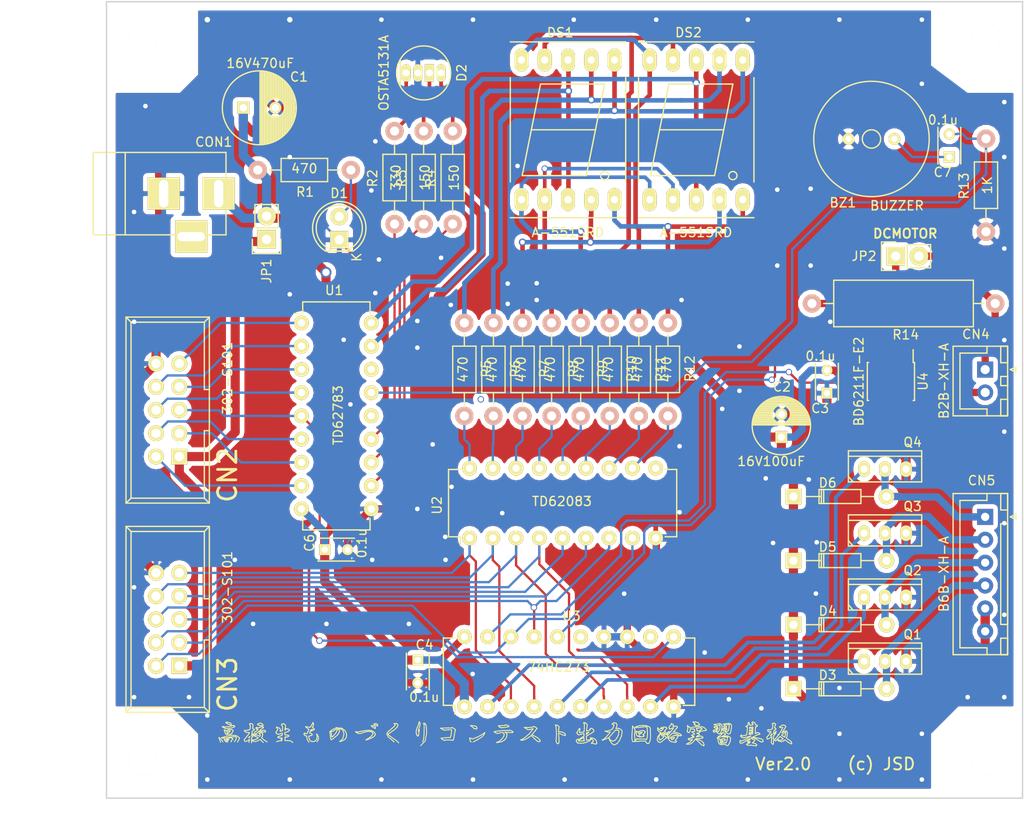
<source format=kicad_pcb>
(kicad_pcb (version 20171130) (host pcbnew "(5.1.2)-1")
  (layers (0 F.Cu signal) (31 B.Cu signal) (34 B.Paste user hide) (35 F.Paste user hide) (36 B.SilkS user hide) (37 F.SilkS user) (38 B.Mask user) (39 F.Mask user) (44 Edge.Cuts user))
  (net 0 "")
  (net 1 "Net-(BZ1-Pad1)")
  (net 2 GND)
  (net 3 VDD)
  (net 4 "Net-(CN2-Pad1)")
  (net 5 "Net-(CN2-Pad2)")
  (net 6 "Net-(CN2-Pad3)")
  (net 7 "Net-(CN2-Pad4)")
  (net 8 "Net-(CN2-Pad5)")
  (net 9 "Net-(CN2-Pad6)")
  (net 10 "Net-(CN2-Pad7)")
  (net 11 "Net-(CN2-Pad8)")
  (net 12 "Net-(CN2-Pad9)")
  (net 13 "Net-(CN3-Pad2)")
  (net 14 "Net-(CN3-Pad3)")
  (net 15 "Net-(CN3-Pad4)")
  (net 16 "Net-(CN3-Pad5)")
  (net 17 "Net-(CN3-Pad6)")
  (net 18 "Net-(CN3-Pad7)")
  (net 19 "Net-(CN3-Pad8)")
  (net 20 "Net-(CN3-Pad9)")
  (net 21 "Net-(CN4-Pad1)")
  (net 22 "Net-(CN4-Pad2)")
  (net 23 "Net-(CN5-Pad1)")
  (net 24 "Net-(CN5-Pad2)")
  (net 25 "Net-(CN5-Pad3)")
  (net 26 "Net-(CN5-Pad4)")
  (net 27 "Net-(D1-Pad2)")
  (net 28 "Net-(D2-Pad1)")
  (net 29 "Net-(D2-Pad2)")
  (net 30 "Net-(D2-Pad4)")
  (net 31 "Net-(DS1-Pad1)")
  (net 32 "Net-(DS1-Pad2)")
  (net 33 "Net-(DS1-Pad3)")
  (net 34 "Net-(DS1-Pad4)")
  (net 35 "Net-(DS1-Pad5)")
  (net 36 "Net-(DS1-Pad6)")
  (net 37 "Net-(DS1-Pad7)")
  (net 38 "Net-(DS1-Pad9)")
  (net 39 "Net-(DS1-Pad10)")
  (net 40 "Net-(DS2-Pad3)")
  (net 41 "Net-(Q1-Pad1)")
  (net 42 "Net-(Q2-Pad1)")
  (net 43 "Net-(Q3-Pad1)")
  (net 44 "Net-(Q4-Pad1)")
  (net 45 "Net-(R2-Pad2)")
  (net 46 "Net-(R3-Pad2)")
  (net 47 "Net-(R4-Pad2)")
  (net 48 "Net-(R5-Pad1)")
  (net 49 "Net-(R6-Pad1)")
  (net 50 "Net-(R7-Pad1)")
  (net 51 "Net-(R8-Pad1)")
  (net 52 "Net-(R9-Pad1)")
  (net 53 "Net-(R10-Pad1)")
  (net 54 "Net-(R11-Pad1)")
  (net 55 "Net-(R12-Pad1)")
  (net 56 "Net-(C7-Pad2)")
  (net 57 "Net-(JP2-Pad1)")
  (net 58 "Net-(U3-Pad16)")
  (net 59 "Net-(U3-Pad19)")
  (net 60 "Net-(CON1-Pad3)")
  (net 61 "Net-(U1-Pad14)")
  (net 62 "Net-(U1-Pad16)")
  (net 63 "Net-(U2-Pad10)")
  (net 64 "Net-(U3-Pad12)")
  (net 65 "Net-(U3-Pad15)")
  (module syuturyokukiban20:SOIC-8_3.9x4.9mm_Pitch1.27mm (layer F.Cu) (at 185.63 91.49 270)
    (fp_text reference U4 (at 0 -3.5 90) (layer F.SilkS))
    (fp_text value BD6211F-E2 (at 0 3.5 90) (layer F.SilkS))
    (pad 1 smd rect (at -2.7 -1.905 270) (size 1.55 0.6) (layers F.Cu F.Paste F.Mask) (net 57 "Net-(JP2-Pad1)"))
    (pad 2 smd rect (at -2.7 -0.635 270) (size 1.55 0.6) (layers F.Cu F.Paste F.Mask) (net 3 VDD))
    (pad 3 smd rect (at -2.7 0.635 270) (size 1.55 0.6) (layers F.Cu F.Paste F.Mask) (net 3 VDD))
    (pad 4 smd rect (at -2.7 1.905 270) (size 1.55 0.6) (layers F.Cu F.Paste F.Mask) (net 58 "Net-(U3-Pad16)"))
    (pad 5 smd rect (at 2.7 1.905 270) (size 1.55 0.6) (layers F.Cu F.Paste F.Mask) (net 59 "Net-(U3-Pad19)"))
    (pad 6 smd rect (at 2.7 0.635 270) (size 1.55 0.6) (layers F.Cu F.Paste F.Mask) (net 3 VDD))
    (pad 7 smd rect (at 2.7 -0.635 270) (size 1.55 0.6) (layers F.Cu F.Paste F.Mask) (net 22 "Net-(CN4-Pad2)"))
    (pad 8 smd rect (at 2.7 -1.905 270) (size 1.55 0.6) (layers F.Cu F.Paste F.Mask) (net 2 GND))
  )
  (module syuturyokukiban20:DIP-20_W7.62mm (layer F.Cu) (at 139.065 127 90)
    (fp_text reference U3 (at 9.88 11.695) (layer F.SilkS))
    (fp_text value 74HC273 (at 4.32 10.285) (layer F.SilkS))
    (pad 1 thru_hole oval (at 0 0 90) (size 1.6 1.6) (drill 0.8) (layers *.Cu *.Mask F.SilkS) (net 3 VDD))
    (pad 2 thru_hole oval (at 0 2.54 90) (size 1.6 1.6) (drill 0.8) (layers *.Cu *.Mask F.SilkS) (net 44 "Net-(Q4-Pad1)"))
    (pad 3 thru_hole oval (at 0 5.08 90) (size 1.6 1.6) (drill 0.8) (layers *.Cu *.Mask F.SilkS) (net 20 "Net-(CN3-Pad9)"))
    (pad 4 thru_hole oval (at 0 7.62 90) (size 1.6 1.6) (drill 0.8) (layers *.Cu *.Mask F.SilkS) (net 19 "Net-(CN3-Pad8)"))
    (pad 5 thru_hole oval (at 0 10.16 90) (size 1.6 1.6) (drill 0.8) (layers *.Cu *.Mask F.SilkS) (net 43 "Net-(Q3-Pad1)"))
    (pad 6 thru_hole oval (at 0 12.7 90) (size 1.6 1.6) (drill 0.8) (layers *.Cu *.Mask F.SilkS) (net 42 "Net-(Q2-Pad1)"))
    (pad 7 thru_hole oval (at 0 15.24 90) (size 1.6 1.6) (drill 0.8) (layers *.Cu *.Mask F.SilkS) (net 18 "Net-(CN3-Pad7)"))
    (pad 8 thru_hole oval (at 0 17.78 90) (size 1.6 1.6) (drill 0.8) (layers *.Cu *.Mask F.SilkS) (net 17 "Net-(CN3-Pad6)"))
    (pad 9 thru_hole oval (at 0 20.32 90) (size 1.6 1.6) (drill 0.8) (layers *.Cu *.Mask F.SilkS) (net 41 "Net-(Q1-Pad1)"))
    (pad 10 thru_hole oval (at 0 22.86 90) (size 1.6 1.6) (drill 0.8) (layers *.Cu *.Mask F.SilkS) (net 2 GND))
    (pad 11 thru_hole oval (at 7.62 22.86 90) (size 1.6 1.6) (drill 0.8) (layers *.Cu *.Mask F.SilkS) (net 8 "Net-(CN2-Pad5)"))
    (pad 12 thru_hole oval (at 7.62 20.32 90) (size 1.6 1.6) (drill 0.8) (layers *.Cu *.Mask F.SilkS) (net 64 "Net-(U3-Pad12)"))
    (pad 13 thru_hole oval (at 7.62 17.78 90) (size 1.6 1.6) (drill 0.8) (layers *.Cu *.Mask F.SilkS) (net 2 GND))
    (pad 14 thru_hole oval (at 7.62 15.24 90) (size 1.6 1.6) (drill 0.8) (layers *.Cu *.Mask F.SilkS) (net 2 GND))
    (pad 15 thru_hole oval (at 7.62 12.7 90) (size 1.6 1.6) (drill 0.8) (layers *.Cu *.Mask F.SilkS) (net 65 "Net-(U3-Pad15)"))
    (pad 16 thru_hole oval (at 7.62 10.16 90) (size 1.6 1.6) (drill 0.8) (layers *.Cu *.Mask F.SilkS) (net 58 "Net-(U3-Pad16)"))
    (pad 17 thru_hole oval (at 7.62 7.62 90) (size 1.6 1.6) (drill 0.8) (layers *.Cu *.Mask F.SilkS) (net 14 "Net-(CN3-Pad3)"))
    (pad 18 thru_hole oval (at 7.62 5.08 90) (size 1.6 1.6) (drill 0.8) (layers *.Cu *.Mask F.SilkS) (net 13 "Net-(CN3-Pad2)"))
    (pad 19 thru_hole oval (at 7.62 2.54 90) (size 1.6 1.6) (drill 0.8) (layers *.Cu *.Mask F.SilkS) (net 59 "Net-(U3-Pad19)"))
    (pad 20 thru_hole oval (at 7.62 0 90) (size 1.6 1.6) (drill 0.8) (layers *.Cu *.Mask F.SilkS) (net 3 VDD))
  )
  (module syuturyokukiban20:DIP-18_W7.62mm (layer F.Cu) (at 139.634 108.585 90)
    (fp_text reference U2 (at 3.5682 -3.556 90) (layer F.SilkS))
    (fp_text value TD62083 (at 4 10.0838) (layer F.SilkS))
    (pad 1 thru_hole oval (at 0 0 90) (size 1.6 1.6) (drill 0.8) (layers *.Cu *.Mask F.SilkS) (net 20 "Net-(CN3-Pad9)"))
    (pad 2 thru_hole oval (at 0 2.54 90) (size 1.6 1.6) (drill 0.8) (layers *.Cu *.Mask F.SilkS) (net 19 "Net-(CN3-Pad8)"))
    (pad 3 thru_hole oval (at 0 5.08 90) (size 1.6 1.6) (drill 0.8) (layers *.Cu *.Mask F.SilkS) (net 18 "Net-(CN3-Pad7)"))
    (pad 4 thru_hole oval (at 0 7.62 90) (size 1.6 1.6) (drill 0.8) (layers *.Cu *.Mask F.SilkS) (net 17 "Net-(CN3-Pad6)"))
    (pad 5 thru_hole oval (at 0 10.16 90) (size 1.6 1.6) (drill 0.8) (layers *.Cu *.Mask F.SilkS) (net 16 "Net-(CN3-Pad5)"))
    (pad 6 thru_hole oval (at 0 12.7 90) (size 1.6 1.6) (drill 0.8) (layers *.Cu *.Mask F.SilkS) (net 15 "Net-(CN3-Pad4)"))
    (pad 7 thru_hole oval (at 0 15.24 90) (size 1.6 1.6) (drill 0.8) (layers *.Cu *.Mask F.SilkS) (net 14 "Net-(CN3-Pad3)"))
    (pad 8 thru_hole oval (at 0 17.78 90) (size 1.6 1.6) (drill 0.8) (layers *.Cu *.Mask F.SilkS) (net 13 "Net-(CN3-Pad2)"))
    (pad 9 thru_hole oval (at 0 20.32 90) (size 1.6 1.6) (drill 0.8) (layers *.Cu *.Mask F.SilkS) (net 2 GND))
    (pad 10 thru_hole oval (at 7.62 20.32 90) (size 1.6 1.6) (drill 0.8) (layers *.Cu *.Mask F.SilkS) (net 63 "Net-(U2-Pad10)"))
    (pad 11 thru_hole oval (at 7.62 17.78 90) (size 1.6 1.6) (drill 0.8) (layers *.Cu *.Mask F.SilkS) (net 55 "Net-(R12-Pad1)"))
    (pad 12 thru_hole oval (at 7.62 15.24 90) (size 1.6 1.6) (drill 0.8) (layers *.Cu *.Mask F.SilkS) (net 54 "Net-(R11-Pad1)"))
    (pad 13 thru_hole oval (at 7.62 12.7 90) (size 1.6 1.6) (drill 0.8) (layers *.Cu *.Mask F.SilkS) (net 53 "Net-(R10-Pad1)"))
    (pad 14 thru_hole oval (at 7.62 10.16 90) (size 1.6 1.6) (drill 0.8) (layers *.Cu *.Mask F.SilkS) (net 52 "Net-(R9-Pad1)"))
    (pad 15 thru_hole oval (at 7.62 7.62 90) (size 1.6 1.6) (drill 0.8) (layers *.Cu *.Mask F.SilkS) (net 51 "Net-(R8-Pad1)"))
    (pad 16 thru_hole oval (at 7.62 5.08 90) (size 1.6 1.6) (drill 0.8) (layers *.Cu *.Mask F.SilkS) (net 50 "Net-(R7-Pad1)"))
    (pad 17 thru_hole oval (at 7.62 2.54 90) (size 1.6 1.6) (drill 0.8) (layers *.Cu *.Mask F.SilkS) (net 49 "Net-(R6-Pad1)"))
    (pad 18 thru_hole oval (at 7.62 0 90) (size 1.6 1.6) (drill 0.8) (layers *.Cu *.Mask F.SilkS) (net 48 "Net-(R5-Pad1)"))
  )
  (module syuturyokukiban20:DIP-18_W7.62mm (layer F.Cu) (at 121.285 85.09)
    (fp_text reference U1 (at 3.5682 -3.556) (layer F.SilkS))
    (fp_text value TD62783 (at 4 10.0838 90) (layer F.SilkS))
    (pad 1 thru_hole oval (at 0 0) (size 1.6 1.6) (drill 0.8) (layers *.Cu *.Mask F.SilkS) (net 12 "Net-(CN2-Pad9)"))
    (pad 2 thru_hole oval (at 0 2.54) (size 1.6 1.6) (drill 0.8) (layers *.Cu *.Mask F.SilkS) (net 11 "Net-(CN2-Pad8)"))
    (pad 3 thru_hole oval (at 0 5.08) (size 1.6 1.6) (drill 0.8) (layers *.Cu *.Mask F.SilkS) (net 10 "Net-(CN2-Pad7)"))
    (pad 4 thru_hole oval (at 0 7.62) (size 1.6 1.6) (drill 0.8) (layers *.Cu *.Mask F.SilkS) (net 9 "Net-(CN2-Pad6)"))
    (pad 5 thru_hole oval (at 0 10.16) (size 1.6 1.6) (drill 0.8) (layers *.Cu *.Mask F.SilkS) (net 8 "Net-(CN2-Pad5)"))
    (pad 6 thru_hole oval (at 0 12.7) (size 1.6 1.6) (drill 0.8) (layers *.Cu *.Mask F.SilkS) (net 7 "Net-(CN2-Pad4)"))
    (pad 7 thru_hole oval (at 0 15.24) (size 1.6 1.6) (drill 0.8) (layers *.Cu *.Mask F.SilkS) (net 6 "Net-(CN2-Pad3)"))
    (pad 8 thru_hole oval (at 0 17.78) (size 1.6 1.6) (drill 0.8) (layers *.Cu *.Mask F.SilkS) (net 5 "Net-(CN2-Pad2)"))
    (pad 9 thru_hole oval (at 0 20.32) (size 1.6 1.6) (drill 0.8) (layers *.Cu *.Mask F.SilkS) (net 3 VDD))
    (pad 10 thru_hole oval (at 7.62 20.32) (size 1.6 1.6) (drill 0.8) (layers *.Cu *.Mask F.SilkS) (net 2 GND))
    (pad 11 thru_hole oval (at 7.62 17.78) (size 1.6 1.6) (drill 0.8) (layers *.Cu *.Mask F.SilkS) (net 47 "Net-(R4-Pad2)"))
    (pad 12 thru_hole oval (at 7.62 15.24) (size 1.6 1.6) (drill 0.8) (layers *.Cu *.Mask F.SilkS) (net 46 "Net-(R3-Pad2)"))
    (pad 13 thru_hole oval (at 7.62 12.7) (size 1.6 1.6) (drill 0.8) (layers *.Cu *.Mask F.SilkS) (net 45 "Net-(R2-Pad2)"))
    (pad 14 thru_hole oval (at 7.62 10.16) (size 1.6 1.6) (drill 0.8) (layers *.Cu *.Mask F.SilkS) (net 61 "Net-(U1-Pad14)"))
    (pad 15 thru_hole oval (at 7.62 7.62) (size 1.6 1.6) (drill 0.8) (layers *.Cu *.Mask F.SilkS) (net 56 "Net-(C7-Pad2)"))
    (pad 16 thru_hole oval (at 7.62 5.08) (size 1.6 1.6) (drill 0.8) (layers *.Cu *.Mask F.SilkS) (net 62 "Net-(U1-Pad16)"))
    (pad 17 thru_hole oval (at 7.62 2.54) (size 1.6 1.6) (drill 0.8) (layers *.Cu *.Mask F.SilkS) (net 33 "Net-(DS1-Pad3)"))
    (pad 18 thru_hole oval (at 7.62 0) (size 1.6 1.6) (drill 0.8) (layers *.Cu *.Mask F.SilkS) (net 40 "Net-(DS2-Pad3)"))
  )
  (module syuturyokukiban20:Resistor_Horizontal_RM20mm (layer F.Cu) (at 197.01 82.97 180)
    (fp_text reference R14 (at 9.7637 -3.4159) (layer F.SilkS))
    (fp_text value 33)
    (pad 1 thru_hole circle (at 0 0 180) (size 1.99898 1.99898) (drill 1.00076) (layers *.Cu *.SilkS *.Mask) (net 21 "Net-(CN4-Pad1)"))
    (pad 2 thru_hole circle (at 20 0 180) (size 1.99898 1.99898) (drill 1.00076) (layers *.Cu *.SilkS *.Mask) (net 57 "Net-(JP2-Pad1)"))
  )
  (module syuturyokukiban20:Resistor_Horizontal_RM10mm (layer F.Cu) (at 196.01 64.97 270)
    (fp_text reference R13 (at 5.16 2.4 90) (layer F.SilkS))
    (fp_text value 1K (at 5.074 -0.15 90) (layer F.SilkS))
    (pad 1 thru_hole circle (at 0 0 270) (size 1.99898 1.99898) (drill 1.00076) (layers *.Cu *.SilkS *.Mask) (net 56 "Net-(C7-Pad2)"))
    (pad 2 thru_hole circle (at 10.16 0 270) (size 1.99898 1.99898) (drill 1.00076) (layers *.Cu *.SilkS *.Mask) (net 2 GND))
  )
  (module syuturyokukiban20:Resistor_Horizontal_RM10mm (layer F.Cu) (at 161.29 95.25 90)
    (fp_text reference R12 (at 5.16 2.4 90) (layer F.SilkS))
    (fp_text value 470 (at 5.074 -0.15 90) (layer F.SilkS))
    (pad 1 thru_hole circle (at 0 0 90) (size 1.99898 1.99898) (drill 1.00076) (layers *.Cu *.SilkS *.Mask) (net 55 "Net-(R12-Pad1)"))
    (pad 2 thru_hole circle (at 10.16 0 90) (size 1.99898 1.99898) (drill 1.00076) (layers *.Cu *.SilkS *.Mask) (net 35 "Net-(DS1-Pad5)"))
  )
  (module syuturyokukiban20:Resistor_Horizontal_RM10mm (layer F.Cu) (at 158.115 95.25 90)
    (fp_text reference R11 (at 5.16 2.4 90) (layer F.SilkS))
    (fp_text value 470 (at 5.074 -0.15 90) (layer F.SilkS))
    (pad 1 thru_hole circle (at 0 0 90) (size 1.99898 1.99898) (drill 1.00076) (layers *.Cu *.SilkS *.Mask) (net 54 "Net-(R11-Pad1)"))
    (pad 2 thru_hole circle (at 10.16 0 90) (size 1.99898 1.99898) (drill 1.00076) (layers *.Cu *.SilkS *.Mask) (net 39 "Net-(DS1-Pad10)"))
  )
  (module syuturyokukiban20:Resistor_Horizontal_RM10mm (layer F.Cu) (at 154.94 95.25 90)
    (fp_text reference R10 (at 5.16 2.4 90) (layer F.SilkS))
    (fp_text value 470 (at 5.074 -0.15 90) (layer F.SilkS))
    (pad 1 thru_hole circle (at 0 0 90) (size 1.99898 1.99898) (drill 1.00076) (layers *.Cu *.SilkS *.Mask) (net 53 "Net-(R10-Pad1)"))
    (pad 2 thru_hole circle (at 10.16 0 90) (size 1.99898 1.99898) (drill 1.00076) (layers *.Cu *.SilkS *.Mask) (net 38 "Net-(DS1-Pad9)"))
  )
  (module syuturyokukiban20:Resistor_Horizontal_RM10mm (layer F.Cu) (at 151.765 95.25 90)
    (fp_text reference R9 (at 5.16 2.4 90) (layer F.SilkS))
    (fp_text value 470 (at 5.074 -0.15 90) (layer F.SilkS))
    (pad 1 thru_hole circle (at 0 0 90) (size 1.99898 1.99898) (drill 1.00076) (layers *.Cu *.SilkS *.Mask) (net 52 "Net-(R9-Pad1)"))
    (pad 2 thru_hole circle (at 10.16 0 90) (size 1.99898 1.99898) (drill 1.00076) (layers *.Cu *.SilkS *.Mask) (net 31 "Net-(DS1-Pad1)"))
  )
  (module syuturyokukiban20:Resistor_Horizontal_RM10mm (layer F.Cu) (at 148.59 95.25 90)
    (fp_text reference R8 (at 5.16 2.4 90) (layer F.SilkS))
    (fp_text value 470 (at 5.074 -0.15 90) (layer F.SilkS))
    (pad 1 thru_hole circle (at 0 0 90) (size 1.99898 1.99898) (drill 1.00076) (layers *.Cu *.SilkS *.Mask) (net 51 "Net-(R8-Pad1)"))
    (pad 2 thru_hole circle (at 10.16 0 90) (size 1.99898 1.99898) (drill 1.00076) (layers *.Cu *.SilkS *.Mask) (net 32 "Net-(DS1-Pad2)"))
  )
  (module syuturyokukiban20:Resistor_Horizontal_RM10mm (layer F.Cu) (at 145.415 95.25 90)
    (fp_text reference R7 (at 5.16 2.4 90) (layer F.SilkS))
    (fp_text value 470 (at 5.074 -0.15 90) (layer F.SilkS))
    (pad 1 thru_hole circle (at 0 0 90) (size 1.99898 1.99898) (drill 1.00076) (layers *.Cu *.SilkS *.Mask) (net 50 "Net-(R7-Pad1)"))
    (pad 2 thru_hole circle (at 10.16 0 90) (size 1.99898 1.99898) (drill 1.00076) (layers *.Cu *.SilkS *.Mask) (net 34 "Net-(DS1-Pad4)"))
  )
  (module syuturyokukiban20:Resistor_Horizontal_RM10mm (layer F.Cu) (at 142.24 95.25 90)
    (fp_text reference R6 (at 5.16 2.4 90) (layer F.SilkS))
    (fp_text value 470 (at 5.074 -0.15 90) (layer F.SilkS))
    (pad 1 thru_hole circle (at 0 0 90) (size 1.99898 1.99898) (drill 1.00076) (layers *.Cu *.SilkS *.Mask) (net 49 "Net-(R6-Pad1)"))
    (pad 2 thru_hole circle (at 10.16 0 90) (size 1.99898 1.99898) (drill 1.00076) (layers *.Cu *.SilkS *.Mask) (net 36 "Net-(DS1-Pad6)"))
  )
  (module syuturyokukiban20:Resistor_Horizontal_RM10mm (layer F.Cu) (at 139.065 95.25 90)
    (fp_text reference R5 (at 5.16 2.4 90) (layer F.SilkS))
    (fp_text value 470 (at 5.074 -0.15 90) (layer F.SilkS))
    (pad 1 thru_hole circle (at 0 0 90) (size 1.99898 1.99898) (drill 1.00076) (layers *.Cu *.SilkS *.Mask) (net 48 "Net-(R5-Pad1)"))
    (pad 2 thru_hole circle (at 10.16 0 90) (size 1.99898 1.99898) (drill 1.00076) (layers *.Cu *.SilkS *.Mask) (net 37 "Net-(DS1-Pad7)"))
  )
  (module syuturyokukiban20:Resistor_Horizontal_RM10mm (layer F.Cu) (at 137.795 64.135 270)
    (fp_text reference R4 (at 5.16 2.4 90) (layer F.SilkS))
    (fp_text value 150 (at 5.074 -0.15 90) (layer F.SilkS))
    (pad 1 thru_hole circle (at 0 0 270) (size 1.99898 1.99898) (drill 1.00076) (layers *.Cu *.SilkS *.Mask) (net 28 "Net-(D2-Pad1)"))
    (pad 2 thru_hole circle (at 10.16 0 270) (size 1.99898 1.99898) (drill 1.00076) (layers *.Cu *.SilkS *.Mask) (net 47 "Net-(R4-Pad2)"))
  )
  (module syuturyokukiban20:Resistor_Horizontal_RM10mm (layer F.Cu) (at 134.62 64.135 270)
    (fp_text reference R3 (at 5.16 2.4 90) (layer F.SilkS))
    (fp_text value 150 (at 5.074 -0.15 90) (layer F.SilkS))
    (pad 1 thru_hole circle (at 0 0 270) (size 1.99898 1.99898) (drill 1.00076) (layers *.Cu *.SilkS *.Mask) (net 29 "Net-(D2-Pad2)"))
    (pad 2 thru_hole circle (at 10.16 0 270) (size 1.99898 1.99898) (drill 1.00076) (layers *.Cu *.SilkS *.Mask) (net 46 "Net-(R3-Pad2)"))
  )
  (module syuturyokukiban20:Resistor_Horizontal_RM10mm (layer F.Cu) (at 131.445 64.135 270)
    (fp_text reference R2 (at 5.16 2.4 90) (layer F.SilkS))
    (fp_text value 330 (at 5.074 -0.15 90) (layer F.SilkS))
    (pad 1 thru_hole circle (at 0 0 270) (size 1.99898 1.99898) (drill 1.00076) (layers *.Cu *.SilkS *.Mask) (net 30 "Net-(D2-Pad4)"))
    (pad 2 thru_hole circle (at 10.16 0 270) (size 1.99898 1.99898) (drill 1.00076) (layers *.Cu *.SilkS *.Mask) (net 45 "Net-(R2-Pad2)"))
  )
  (module syuturyokukiban20:Resistor_Horizontal_RM10mm (layer F.Cu) (at 116.52 68.39)
    (fp_text reference R1 (at 5.16 2.4) (layer F.SilkS))
    (fp_text value 470 (at 5.074 -0.15) (layer F.SilkS))
    (pad 1 thru_hole circle (at 0 0) (size 1.99898 1.99898) (drill 1.00076) (layers *.Cu *.SilkS *.Mask) (net 3 VDD))
    (pad 2 thru_hole circle (at 10.16 0) (size 1.99898 1.99898) (drill 1.00076) (layers *.Cu *.SilkS *.Mask) (net 27 "Net-(D1-Pad2)"))
  )
  (module syuturyokukiban20:SOT126_SOT32_Housing_Vertical_Hole08 (layer F.Cu) (at 184.99 101.06)
    (fp_text reference Q4 (at 3.0056 -2.9266) (layer F.SilkS))
    (fp_text value 2SK4017 hide)
    (pad 2 thru_hole oval (at 0 0) (size 1.3 1.7) (drill 0.8) (layers *.Cu *.Mask F.SilkS) (net 23 "Net-(CN5-Pad1)"))
    (pad 1 thru_hole oval (at -2.29108 0) (size 1.3 1.7) (drill 0.8) (layers *.Cu *.Mask F.SilkS) (net 44 "Net-(Q4-Pad1)"))
    (pad 3 thru_hole oval (at 2.29108 0) (size 1.3 1.7) (drill 0.8) (layers *.Cu *.Mask F.SilkS) (net 2 GND))
  )
  (module syuturyokukiban20:SOT126_SOT32_Housing_Vertical_Hole08 (layer F.Cu) (at 184.99 108.06)
    (fp_text reference Q3 (at 3.0056 -2.9266) (layer F.SilkS))
    (fp_text value 2SK4017 hide)
    (pad 2 thru_hole oval (at 0 0) (size 1.3 1.7) (drill 0.8) (layers *.Cu *.Mask F.SilkS) (net 24 "Net-(CN5-Pad2)"))
    (pad 1 thru_hole oval (at -2.29108 0) (size 1.3 1.7) (drill 0.8) (layers *.Cu *.Mask F.SilkS) (net 43 "Net-(Q3-Pad1)"))
    (pad 3 thru_hole oval (at 2.29108 0) (size 1.3 1.7) (drill 0.8) (layers *.Cu *.Mask F.SilkS) (net 2 GND))
  )
  (module syuturyokukiban20:SOT126_SOT32_Housing_Vertical_Hole08 (layer F.Cu) (at 184.99 115.06)
    (fp_text reference Q2 (at 3.0056 -2.9266) (layer F.SilkS))
    (fp_text value 2SK4017 hide)
    (pad 2 thru_hole oval (at 0 0) (size 1.3 1.7) (drill 0.8) (layers *.Cu *.Mask F.SilkS) (net 25 "Net-(CN5-Pad3)"))
    (pad 1 thru_hole oval (at -2.29108 0) (size 1.3 1.7) (drill 0.8) (layers *.Cu *.Mask F.SilkS) (net 42 "Net-(Q2-Pad1)"))
    (pad 3 thru_hole oval (at 2.29108 0) (size 1.3 1.7) (drill 0.8) (layers *.Cu *.Mask F.SilkS) (net 2 GND))
  )
  (module syuturyokukiban20:SOT126_SOT32_Housing_Vertical_Hole08 (layer F.Cu) (at 184.99 122.06)
    (fp_text reference Q1 (at 3.0056 -2.9266) (layer F.SilkS))
    (fp_text value 2SK4017 hide)
    (pad 2 thru_hole oval (at 0 0) (size 1.3 1.7) (drill 0.8) (layers *.Cu *.Mask F.SilkS) (net 26 "Net-(CN5-Pad4)"))
    (pad 1 thru_hole oval (at -2.29108 0) (size 1.3 1.7) (drill 0.8) (layers *.Cu *.Mask F.SilkS) (net 41 "Net-(Q1-Pad1)"))
    (pad 3 thru_hole oval (at 2.29108 0) (size 1.3 1.7) (drill 0.8) (layers *.Cu *.Mask F.SilkS) (net 2 GND))
  )
  (module syuturyokukiban20:Pin_Header_Straight_1x02 (layer F.Cu) (at 186.1541 77.8007 90)
    (fp_text reference JP2 (at 0 -3.46) (layer F.SilkS))
    (fp_text value Jumper hide)
    (pad 1 thru_hole rect (at 0 0 90) (size 2.032 2.032) (drill 1.016) (layers *.Cu *.Mask F.SilkS) (net 57 "Net-(JP2-Pad1)"))
    (pad 2 thru_hole oval (at 0 2.54 90) (size 2.032 2.032) (drill 1.016) (layers *.Cu *.Mask F.SilkS) (net 21 "Net-(CN4-Pad1)"))
  )
  (module syuturyokukiban20:Pin_Header_Straight_1x02 (layer F.Cu) (at 117.475 75.97 180)
    (fp_text reference JP1 (at 0 -3.46 90) (layer F.SilkS))
    (fp_text value Jumper hide)
    (pad 1 thru_hole rect (at 0 0 180) (size 2.032 2.032) (drill 1.016) (layers *.Cu *.Mask F.SilkS) (net 4 "Net-(CN2-Pad1)"))
    (pad 2 thru_hole oval (at 0 2.54 180) (size 2.032 2.032) (drill 1.016) (layers *.Cu *.Mask F.SilkS) (net 3 VDD))
  )
  (module syuturyokukiban20:7SegmentLED_A-551SRD-A (layer F.Cu) (at 164.38 64)
    (fp_text reference DS2 (at -0.85 -10.62) (layer F.SilkS))
    (fp_text value A-551SRD (at -0.02 11.21) (layer F.SilkS))
    (pad 1 thru_hole oval (at -5.08 7.62) (size 1.524 2.524) (drill 0.8) (layers *.Cu *.Mask F.SilkS) (net 31 "Net-(DS1-Pad1)"))
    (pad 2 thru_hole oval (at -2.54 7.62) (size 1.524 2.524) (drill 0.8) (layers *.Cu *.Mask F.SilkS) (net 32 "Net-(DS1-Pad2)"))
    (pad 3 thru_hole oval (at 0 7.62) (size 1.524 2.524) (drill 0.8) (layers *.Cu *.Mask F.SilkS) (net 40 "Net-(DS2-Pad3)"))
    (pad 4 thru_hole oval (at 2.54 7.62) (size 1.524 2.524) (drill 0.8) (layers *.Cu *.Mask F.SilkS) (net 34 "Net-(DS1-Pad4)"))
    (pad 5 thru_hole oval (at 5.08 7.62) (size 1.524 2.524) (drill 0.8) (layers *.Cu *.Mask F.SilkS) (net 35 "Net-(DS1-Pad5)"))
    (pad 6 thru_hole oval (at 5.08 -7.62) (size 1.524 2.524) (drill 0.8) (layers *.Cu *.Mask F.SilkS) (net 36 "Net-(DS1-Pad6)"))
    (pad 7 thru_hole oval (at 2.54 -7.62) (size 1.524 2.524) (drill 0.8) (layers *.Cu *.Mask F.SilkS) (net 37 "Net-(DS1-Pad7)"))
    (pad 8 thru_hole oval (at 0 -7.62) (size 1.524 2.524) (drill 0.8) (layers *.Cu *.Mask F.SilkS) (net 40 "Net-(DS2-Pad3)"))
    (pad 9 thru_hole oval (at -2.54 -7.62) (size 1.524 2.524) (drill 0.8) (layers *.Cu *.Mask F.SilkS) (net 38 "Net-(DS1-Pad9)"))
    (pad 10 thru_hole oval (at -5.08 -7.62) (size 1.524 2.524) (drill 0.8) (layers *.Cu *.Mask F.SilkS) (net 39 "Net-(DS1-Pad10)"))
  )
  (module syuturyokukiban20:7SegmentLED_A-551SRD-A (layer F.Cu) (at 150.38 64)
    (fp_text reference DS1 (at -0.85 -10.62) (layer F.SilkS))
    (fp_text value A-551SRD (at -0.02 11.21) (layer F.SilkS))
    (pad 1 thru_hole oval (at -5.08 7.62) (size 1.524 2.524) (drill 0.8) (layers *.Cu *.Mask F.SilkS) (net 31 "Net-(DS1-Pad1)"))
    (pad 2 thru_hole oval (at -2.54 7.62) (size 1.524 2.524) (drill 0.8) (layers *.Cu *.Mask F.SilkS) (net 32 "Net-(DS1-Pad2)"))
    (pad 3 thru_hole oval (at 0 7.62) (size 1.524 2.524) (drill 0.8) (layers *.Cu *.Mask F.SilkS) (net 33 "Net-(DS1-Pad3)"))
    (pad 4 thru_hole oval (at 2.54 7.62) (size 1.524 2.524) (drill 0.8) (layers *.Cu *.Mask F.SilkS) (net 34 "Net-(DS1-Pad4)"))
    (pad 5 thru_hole oval (at 5.08 7.62) (size 1.524 2.524) (drill 0.8) (layers *.Cu *.Mask F.SilkS) (net 35 "Net-(DS1-Pad5)"))
    (pad 6 thru_hole oval (at 5.08 -7.62) (size 1.524 2.524) (drill 0.8) (layers *.Cu *.Mask F.SilkS) (net 36 "Net-(DS1-Pad6)"))
    (pad 7 thru_hole oval (at 2.54 -7.62) (size 1.524 2.524) (drill 0.8) (layers *.Cu *.Mask F.SilkS) (net 37 "Net-(DS1-Pad7)"))
    (pad 8 thru_hole oval (at 0 -7.62) (size 1.524 2.524) (drill 0.8) (layers *.Cu *.Mask F.SilkS) (net 33 "Net-(DS1-Pad3)"))
    (pad 9 thru_hole oval (at -2.54 -7.62) (size 1.524 2.524) (drill 0.8) (layers *.Cu *.Mask F.SilkS) (net 38 "Net-(DS1-Pad9)"))
    (pad 10 thru_hole oval (at -5.08 -7.62) (size 1.524 2.524) (drill 0.8) (layers *.Cu *.Mask F.SilkS) (net 39 "Net-(DS1-Pad10)"))
  )
  (module syuturyokukiban20:Diode_DO-35_HOLE09_Horizontal_RM10 (layer F.Cu) (at 174.99 104.06)
    (fp_text reference D6 (at 3.7346 -1.4943) (layer F.SilkS))
    (fp_text value D)
    (pad 2 thru_hole circle (at 10.16052 -0.00254 180) (size 1.69926 1.69926) (drill 0.9) (layers *.Cu *.Mask F.SilkS) (net 23 "Net-(CN5-Pad1)"))
    (pad 1 thru_hole rect (at 0.00052 -0.00254 180) (size 1.69926 1.69926) (drill 0.9) (layers *.Cu *.Mask F.SilkS) (net 3 VDD))
  )
  (module syuturyokukiban20:Diode_DO-35_HOLE09_Horizontal_RM10 (layer F.Cu) (at 174.99 111.06)
    (fp_text reference D5 (at 3.7346 -1.4943) (layer F.SilkS))
    (fp_text value D)
    (pad 2 thru_hole circle (at 10.16052 -0.00254 180) (size 1.69926 1.69926) (drill 0.9) (layers *.Cu *.Mask F.SilkS) (net 24 "Net-(CN5-Pad2)"))
    (pad 1 thru_hole rect (at 0.00052 -0.00254 180) (size 1.69926 1.69926) (drill 0.9) (layers *.Cu *.Mask F.SilkS) (net 3 VDD))
  )
  (module syuturyokukiban20:Diode_DO-35_HOLE09_Horizontal_RM10 (layer F.Cu) (at 174.99 118.06)
    (fp_text reference D4 (at 3.7346 -1.4943) (layer F.SilkS))
    (fp_text value D)
    (pad 2 thru_hole circle (at 10.16052 -0.00254 180) (size 1.69926 1.69926) (drill 0.9) (layers *.Cu *.Mask F.SilkS) (net 25 "Net-(CN5-Pad3)"))
    (pad 1 thru_hole rect (at 0.00052 -0.00254 180) (size 1.69926 1.69926) (drill 0.9) (layers *.Cu *.Mask F.SilkS) (net 3 VDD))
  )
  (module syuturyokukiban20:Diode_DO-35_HOLE09_Horizontal_RM10 (layer F.Cu) (at 174.99 125.06)
    (fp_text reference D3 (at 3.7346 -1.4943) (layer F.SilkS))
    (fp_text value D)
    (pad 2 thru_hole circle (at 10.16052 -0.00254 180) (size 1.69926 1.69926) (drill 0.9) (layers *.Cu *.Mask F.SilkS) (net 26 "Net-(CN5-Pad4)"))
    (pad 1 thru_hole rect (at 0.00052 -0.00254 180) (size 1.69926 1.69926) (drill 0.9) (layers *.Cu *.Mask F.SilkS) (net 3 VDD))
  )
  (module syuturyokukiban20:LED-OSTA5131A-R_PG_B (layer F.Cu) (at 136.525 57.785 270)
    (fp_text reference D2 (at 0 -2.25 90) (layer F.SilkS))
    (fp_text value OSTA5131A (at 0 6.25 90) (layer F.SilkS))
    (pad 1 thru_hole oval (at 0 0 270) (size 1.905 1) (drill 0.75) (layers *.Cu *.Mask F.SilkS) (net 28 "Net-(D2-Pad1)"))
    (pad 2 thru_hole rect (at 0 1.27 270) (size 1.905 1) (drill 0.75) (layers *.Cu *.Mask F.SilkS) (net 29 "Net-(D2-Pad2)"))
    (pad 3 thru_hole oval (at 0 2.54 270) (size 1.905 1) (drill 0.75) (layers *.Cu *.Mask F.SilkS) (net 2 GND))
    (pad 4 thru_hole oval (at 0 3.81 270) (size 1.905 1) (drill 0.75) (layers *.Cu *.Mask F.SilkS) (net 30 "Net-(D2-Pad4)"))
  )
  (module syuturyokukiban20:LED-5MM (layer F.Cu) (at 125.41 76.01 90)
    (fp_text reference D1 (at 5.08 0) (layer F.SilkS))
    (fp_text value LED)
    (fp_text user K (at -1.905 1.905 90) (layer F.SilkS))
    (pad 1 thru_hole rect (at 0 0 180) (size 2 1.9) (drill 1.00076) (layers *.Cu *.Mask F.SilkS) (net 2 GND))
    (pad 2 thru_hole circle (at 2.54 0 90) (size 1.9 1.9) (drill 1.00076) (layers *.Cu *.Mask F.SilkS) (net 27 "Net-(D1-Pad2)"))
  )
  (module syuturyokukiban20:BARREL_JACK (layer F.Cu) (at 106.045 70.97)
    (fp_text reference CON1 (at 5.665 -5.64 180) (layer F.SilkS))
    (fp_text value BARREL_JACK)
    (pad 1 thru_hole rect (at 6.20014 0) (size 3.50012 3.50012) (drill oval 1.00076 2.99974) (layers *.Cu *.Mask F.SilkS) (net 3 VDD))
    (pad 2 thru_hole rect (at 0.20066 0) (size 3.50012 3.50012) (drill oval 1.00076 2.99974) (layers *.Cu *.Mask F.SilkS) (net 2 GND))
    (pad 3 thru_hole rect (at 3.2004 4.699) (size 3.50012 3.50012) (drill oval 2.99974 1.00076) (layers *.Cu *.Mask F.SilkS) (net 60 "Net-(CON1-Pad3)"))
  )
  (module syuturyokukiban20:JST_XH_B06B-XH-A_06x2.50mm_Straight (layer F.Cu) (at 195.92 106.28 270)
    (fp_text reference CN5 (at -3.97 0.39) (layer F.SilkS))
    (fp_text value B6B-XH-A (at 6.25 4.5 90) (layer F.SilkS))
    (pad 1 thru_hole rect (at 0 0 270) (size 1.75 1.75) (drill 0.9) (layers *.Cu *.Mask) (net 23 "Net-(CN5-Pad1)"))
    (pad 2 thru_hole circle (at 2.5 0 270) (size 1.75 1.75) (drill 0.9) (layers *.Cu *.Mask) (net 24 "Net-(CN5-Pad2)"))
    (pad 3 thru_hole circle (at 5 0 270) (size 1.75 1.75) (drill 0.9) (layers *.Cu *.Mask) (net 25 "Net-(CN5-Pad3)"))
    (pad 4 thru_hole circle (at 7.5 0 270) (size 1.75 1.75) (drill 0.9) (layers *.Cu *.Mask) (net 26 "Net-(CN5-Pad4)"))
    (pad 5 thru_hole circle (at 10 0 270) (size 1.75 1.75) (drill 0.9) (layers *.Cu *.Mask) (net 3 VDD))
    (pad 6 thru_hole circle (at 12.5 0 270) (size 1.75 1.75) (drill 0.9) (layers *.Cu *.Mask) (net 3 VDD))
  )
  (module syuturyokukiban20:JST_XH_B02B-XH-A_02x2.50mm_Straight (layer F.Cu) (at 195.92 90.19 270)
    (fp_text reference CN4 (at -3.86 1.01) (layer F.SilkS))
    (fp_text value B2B-XH-A (at 1.25 4.5 90) (layer F.SilkS))
    (pad 1 thru_hole rect (at 0 0 270) (size 1.75 1.75) (drill 1) (layers *.Cu *.Mask) (net 21 "Net-(CN4-Pad1)"))
    (pad 2 thru_hole circle (at 2.5 0 270) (size 1.75 1.75) (drill 1) (layers *.Cu *.Mask) (net 22 "Net-(CN4-Pad2)"))
  )
  (module syuturyokukiban20:IDC_Header_Straight_10pins (layer F.Cu) (at 107.95 122.555 90)
    (fp_text reference CN3 (at -2.015 5.26 90) (layer F.SilkS) (effects (font (size 2 2) (thickness 0.3))))
    (fp_text value 302-S101 (at 8.585 5.26 90) (layer F.SilkS))
    (pad 1 thru_hole rect (at 0 0 90) (size 1.7272 1.7272) (drill 1.016) (layers *.Cu *.Mask F.SilkS) (net 4 "Net-(CN2-Pad1)"))
    (pad 2 thru_hole oval (at 0 -2.54 90) (size 1.7272 1.7272) (drill 1.016) (layers *.Cu *.Mask F.SilkS) (net 13 "Net-(CN3-Pad2)"))
    (pad 3 thru_hole oval (at 2.54 0 90) (size 1.7272 1.7272) (drill 1.016) (layers *.Cu *.Mask F.SilkS) (net 14 "Net-(CN3-Pad3)"))
    (pad 4 thru_hole oval (at 2.54 -2.54 90) (size 1.7272 1.7272) (drill 1.016) (layers *.Cu *.Mask F.SilkS) (net 15 "Net-(CN3-Pad4)"))
    (pad 5 thru_hole oval (at 5.08 0 90) (size 1.7272 1.7272) (drill 1.016) (layers *.Cu *.Mask F.SilkS) (net 16 "Net-(CN3-Pad5)"))
    (pad 6 thru_hole oval (at 5.08 -2.54 90) (size 1.7272 1.7272) (drill 1.016) (layers *.Cu *.Mask F.SilkS) (net 17 "Net-(CN3-Pad6)"))
    (pad 7 thru_hole oval (at 7.62 0 90) (size 1.7272 1.7272) (drill 1.016) (layers *.Cu *.Mask F.SilkS) (net 18 "Net-(CN3-Pad7)"))
    (pad 8 thru_hole oval (at 7.62 -2.54 90) (size 1.7272 1.7272) (drill 1.016) (layers *.Cu *.Mask F.SilkS) (net 19 "Net-(CN3-Pad8)"))
    (pad 9 thru_hole oval (at 10.16 0 90) (size 1.7272 1.7272) (drill 1.016) (layers *.Cu *.Mask F.SilkS) (net 20 "Net-(CN3-Pad9)"))
    (pad 10 thru_hole oval (at 10.16 -2.54 90) (size 1.7272 1.7272) (drill 1.016) (layers *.Cu *.Mask F.SilkS) (net 2 GND))
  )
  (module syuturyokukiban20:IDC_Header_Straight_10pins (layer F.Cu) (at 107.95 99.695 90)
    (fp_text reference CN2 (at -2.015 5.26 90) (layer F.SilkS) (effects (font (size 2 2) (thickness 0.3))))
    (fp_text value 302-S101 (at 8.585 5.26 90) (layer F.SilkS))
    (pad 1 thru_hole rect (at 0 0 90) (size 1.7272 1.7272) (drill 1.016) (layers *.Cu *.Mask F.SilkS) (net 4 "Net-(CN2-Pad1)"))
    (pad 2 thru_hole oval (at 0 -2.54 90) (size 1.7272 1.7272) (drill 1.016) (layers *.Cu *.Mask F.SilkS) (net 5 "Net-(CN2-Pad2)"))
    (pad 3 thru_hole oval (at 2.54 0 90) (size 1.7272 1.7272) (drill 1.016) (layers *.Cu *.Mask F.SilkS) (net 6 "Net-(CN2-Pad3)"))
    (pad 4 thru_hole oval (at 2.54 -2.54 90) (size 1.7272 1.7272) (drill 1.016) (layers *.Cu *.Mask F.SilkS) (net 7 "Net-(CN2-Pad4)"))
    (pad 5 thru_hole oval (at 5.08 0 90) (size 1.7272 1.7272) (drill 1.016) (layers *.Cu *.Mask F.SilkS) (net 8 "Net-(CN2-Pad5)"))
    (pad 6 thru_hole oval (at 5.08 -2.54 90) (size 1.7272 1.7272) (drill 1.016) (layers *.Cu *.Mask F.SilkS) (net 9 "Net-(CN2-Pad6)"))
    (pad 7 thru_hole oval (at 7.62 0 90) (size 1.7272 1.7272) (drill 1.016) (layers *.Cu *.Mask F.SilkS) (net 10 "Net-(CN2-Pad7)"))
    (pad 8 thru_hole oval (at 7.62 -2.54 90) (size 1.7272 1.7272) (drill 1.016) (layers *.Cu *.Mask F.SilkS) (net 11 "Net-(CN2-Pad8)"))
    (pad 9 thru_hole oval (at 10.16 0 90) (size 1.7272 1.7272) (drill 1.016) (layers *.Cu *.Mask F.SilkS) (net 12 "Net-(CN2-Pad9)"))
    (pad 10 thru_hole oval (at 10.16 -2.54 90) (size 1.7272 1.7272) (drill 1.016) (layers *.Cu *.Mask F.SilkS) (net 2 GND))
  )
  (module syuturyokukiban20:C_Rect_L4_W2.5_P2.5 (layer F.Cu) (at 192.01 66.97 90)
    (fp_text reference C7 (at -1.6656 -0.7366) (layer F.SilkS))
    (fp_text value 0.1u (at 4.0494 -0.6985) (layer F.SilkS))
    (pad 1 thru_hole rect (at 0 0 90) (size 1.2 1.2) (drill 0.7) (layers *.Cu *.Mask F.SilkS) (net 1 "Net-(BZ1-Pad1)"))
    (pad 2 thru_hole circle (at 2.5 0 90) (size 1.2 1.2) (drill 0.7) (layers *.Cu *.Mask F.SilkS) (net 56 "Net-(C7-Pad2)"))
  )
  (module syuturyokukiban20:C_Rect_L4_W2.5_P2.5 (layer F.Cu) (at 123.825 109.855)
    (fp_text reference C6 (at -1.6656 -0.7366 90) (layer F.SilkS))
    (fp_text value 0.1u (at 4.0494 -0.6985 90) (layer F.SilkS))
    (pad 1 thru_hole rect (at 0 0) (size 1.2 1.2) (drill 0.7) (layers *.Cu *.Mask F.SilkS) (net 3 VDD))
    (pad 2 thru_hole circle (at 2.5 0) (size 1.2 1.2) (drill 0.7) (layers *.Cu *.Mask F.SilkS) (net 2 GND))
  )
  (module syuturyokukiban20:C_Rect_L4_W2.5_P2.5 (layer F.Cu) (at 133.985 121.92 270)
    (fp_text reference C4 (at -1.6656 -0.7366) (layer F.SilkS))
    (fp_text value 0.1u (at 4.0494 -0.6985) (layer F.SilkS))
    (pad 1 thru_hole rect (at 0 0 270) (size 1.2 1.2) (drill 0.7) (layers *.Cu *.Mask F.SilkS) (net 3 VDD))
    (pad 2 thru_hole circle (at 2.5 0 270) (size 1.2 1.2) (drill 0.7) (layers *.Cu *.Mask F.SilkS) (net 2 GND))
  )
  (module syuturyokukiban20:C_Rect_L4_W2.5_P2.5 (layer F.Cu) (at 178.645 92.76 90)
    (fp_text reference C3 (at -1.6656 -0.7366) (layer F.SilkS))
    (fp_text value 0.1u (at 4.0494 -0.6985) (layer F.SilkS))
    (pad 1 thru_hole rect (at 0 0 90) (size 1.2 1.2) (drill 0.7) (layers *.Cu *.Mask F.SilkS) (net 2 GND))
    (pad 2 thru_hole circle (at 2.5 0 90) (size 1.2 1.2) (drill 0.7) (layers *.Cu *.Mask F.SilkS) (net 3 VDD))
  )
  (module syuturyokukiban20:C_Radial_D6.3_L11.2_P2.5 (layer F.Cu) (at 173.67 97.56 90)
    (fp_text reference C2 (at 5.4845 0.0635) (layer F.SilkS))
    (fp_text value 16V100uF (at -2.6562 -1.1049) (layer F.SilkS))
    (pad 2 thru_hole circle (at 2.5 0 90) (size 1.3 1.3) (drill 0.8) (layers *.Cu *.Mask F.SilkS) (net 2 GND))
    (pad 1 thru_hole rect (at 0 0 90) (size 1.3 1.3) (drill 0.8) (layers *.Cu *.Mask F.SilkS) (net 3 VDD))
  )
  (module syuturyokukiban20:C_Radial_D8_L11.5_P3.5 (layer F.Cu) (at 114.935 61.595)
    (fp_text reference C1 (at 6.075 -3.375) (layer F.SilkS))
    (fp_text value 16V470uF (at 1.845 -4.865) (layer F.SilkS))
    (pad 2 thru_hole circle (at 3.5 0) (size 1.3 1.3) (drill 0.8) (layers *.Cu *.Mask F.SilkS) (net 2 GND))
    (pad 1 thru_hole rect (at 0 0) (size 1.3 1.3) (drill 0.8) (layers *.Cu *.Mask F.SilkS) (net 3 VDD))
  )
  (module syuturyokukiban20:Buzzer_12x6.9_Pitch5 (layer F.Cu) (at 183.51 65 180)
    (fp_text reference BZ1 (at 3.122 -6.9587 180) (layer F.SilkS))
    (fp_text value BUZZER (at -2.7835 -7.2889) (layer F.SilkS))
    (pad 1 thru_hole circle (at -2.5 0 180) (size 1.3 1.3) (drill 0.7) (layers *.Cu *.Mask F.SilkS) (net 1 "Net-(BZ1-Pad1)"))
    (pad 2 thru_hole circle (at 2.5 0 180) (size 1.3 1.3) (drill 0.7) (layers *.Cu *.Mask F.SilkS) (net 2 GND))
  )
  (module Mounting_Holes:MountingHole_3.2mm_M3 (layer F.Cu) (at 104.01 132.97)
    (fp_text reference REF** hide)
    (fp_text value MountingHole_3.2mm_M3 hide)
    (pad "" np_thru_hole circle (at 0 0) (size 3.2 3.2) (drill 3.2) (layers *.Cu *.Mask F.SilkS))
  )
  (module Mounting_Holes:MountingHole_3.2mm_M3 (layer F.Cu) (at 196.01 132.97)
    (fp_text reference REF** hide)
    (fp_text value MountingHole_3.2mm_M3 hide)
    (pad "" np_thru_hole circle (at 0 0) (size 3.2 3.2) (drill 3.2) (layers *.Cu *.Mask F.SilkS))
  )
  (module Mounting_Holes:MountingHole_3.2mm_M3 (layer F.Cu) (at 196.01 53.97)
    (fp_text reference REF** hide)
    (fp_text value MountingHole_3.2mm_M3 hide)
    (pad "" np_thru_hole circle (at 0 0) (size 3.2 3.2) (drill 3.2) (layers *.Cu *.Mask F.SilkS))
  )
  (module Mounting_Holes:MountingHole_3.2mm_M3 (layer F.Cu) (at 104.01 53.97)
    (fp_text reference REF** hide)
    (fp_text value MountingHole_3.2mm_M3 hide)
    (pad "" np_thru_hole circle (at 0 0) (size 3.2 3.2) (drill 3.2) (layers *.Cu *.Mask F.SilkS))
  )
  (gr_line (start 116.87011 130.687675) (end 116.77631 130.593925) (layer F.SilkS) (width 0.1))
  (gr_line (start 116.51461 130.742363) (end 116.26071 130.812675) (layer F.SilkS) (width 0.1))
  (gr_line (start 116.77631 130.593925) (end 116.51461 130.742363) (layer F.SilkS) (width 0.1))
  (gr_line (start 115.83101 130.812675) (end 115.85451 130.968925) (layer F.SilkS) (width 0.1))
  (gr_line (start 115.82321 130.687675) (end 115.83101 130.812675) (layer F.SilkS) (width 0.1))
  (gr_line (start 115.55761 130.92205) (end 115.55761 130.781425) (layer F.SilkS) (width 0.1))
  (gr_line (start 116.03411 130.789238) (end 115.82321 130.687675) (layer F.SilkS) (width 0.1))
  (gr_line (start 116.96381 130.781425) (end 116.87011 130.687675) (layer F.SilkS) (width 0.1))
  (gr_line (start 116.26071 130.812675) (end 116.03411 130.789238) (layer F.SilkS) (width 0.1))
  (gr_line (start 116.62011 128.85955) (end 116.69041 128.82439) (layer F.SilkS) (width 0.1))
  (gr_line (start 116.79201 130.0783) (end 116.77241 130.039238) (layer F.SilkS) (width 0.1))
  (gr_line (start 117.11231 130.570488) (end 117.30761 130.718925) (layer F.SilkS) (width 0.1))
  (gr_line (start 116.93261 130.406425) (end 117.11231 130.570488) (layer F.SilkS) (width 0.1))
  (gr_line (start 117.02631 130.211113) (end 116.93261 130.406425) (layer F.SilkS) (width 0.1))
  (gr_line (start 117.05761 130.031425) (end 117.02631 130.211113) (layer F.SilkS) (width 0.1))
  (gr_line (start 116.87011 129.85955) (end 117.01071 129.894706) (layer F.SilkS) (width 0.1))
  (gr_line (start 116.76461 129.867363) (end 116.87011 129.85955) (layer F.SilkS) (width 0.1))
  (gr_line (start 116.66311 129.937675) (end 116.63571 129.8908) (layer F.SilkS) (width 0.1))
  (gr_line (start 115.83881 130.2033) (end 115.93261 130.090019) (layer F.SilkS) (width 0.1))
  (gr_line (start 116.12011 129.562675) (end 116.01071 129.644706) (layer F.SilkS) (width 0.1))
  (gr_line (start 115.81931 128.86346) (end 115.93261 128.90643) (layer F.SilkS) (width 0.1))
  (gr_line (start 116.05761 130.125175) (end 116.10451 130.1408) (layer F.SilkS) (width 0.1))
  (gr_line (start 116.07321 130.062675) (end 116.05761 130.125175) (layer F.SilkS) (width 0.1))
  (gr_line (start 115.87011 129.945488) (end 115.83881 130.2033) (layer F.SilkS) (width 0.1))
  (gr_line (start 116.03021 129.437675) (end 116.12011 129.48455) (layer F.SilkS) (width 0.1))
  (gr_line (start 115.95601 129.300956) (end 115.94821 129.3908) (layer F.SilkS) (width 0.1))
  (gr_line (start 117.10451 129.04705) (end 117.04591 129.082206) (layer F.SilkS) (width 0.1))
  (gr_line (start 115.93261 128.90643) (end 115.97951 128.96893) (layer F.SilkS) (width 0.1))
  (gr_line (start 116.54981 128.8908) (end 116.62011 128.85955) (layer F.SilkS) (width 0.1))
  (gr_line (start 116.49511 128.9533) (end 116.54981 128.8908) (layer F.SilkS) (width 0.1))
  (gr_line (start 116.35451 130.10955) (end 116.54201 130.152519) (layer F.SilkS) (width 0.1))
  (gr_line (start 116.77631 130.152519) (end 116.79201 130.0783) (layer F.SilkS) (width 0.1))
  (gr_line (start 116.72951 130.250175) (end 116.77631 130.152519) (layer F.SilkS) (width 0.1))
  (gr_line (start 116.12011 129.48455) (end 116.14351 129.519706) (layer F.SilkS) (width 0.1))
  (gr_line (start 116.63571 129.04705) (end 116.54591 128.996269) (layer F.SilkS) (width 0.1))
  (gr_line (start 116.21381 130.125175) (end 116.28021 130.113456) (layer F.SilkS) (width 0.1))
  (gr_line (start 116.14741 130.129081) (end 116.21381 130.125175) (layer F.SilkS) (width 0.1))
  (gr_line (start 116.14351 129.519706) (end 116.12011 129.562675) (layer F.SilkS) (width 0.1))
  (gr_line (start 116.77631 128.81268) (end 116.87401 128.83221) (layer F.SilkS) (width 0.1))
  (gr_line (start 116.77631 128.81268) (end 116.77631 128.81268) (layer F.SilkS) (width 0.1))
  (gr_line (start 116.54591 128.996269) (end 116.49511 128.96893) (layer F.SilkS) (width 0.1))
  (gr_line (start 116.96381 129.093925) (end 116.78811 129.082206) (layer F.SilkS) (width 0.1))
  (gr_line (start 115.94821 129.3908) (end 116.03021 129.437675) (layer F.SilkS) (width 0.1))
  (gr_line (start 116.49511 128.96893) (end 116.49511 128.9533) (layer F.SilkS) (width 0.1))
  (gr_line (start 115.97951 128.96893) (end 115.99511 129.062675) (layer F.SilkS) (width 0.1))
  (gr_line (start 116.63571 129.8908) (end 116.76461 129.867363) (layer F.SilkS) (width 0.1))
  (gr_line (start 115.90131 129.7033) (end 115.87011 129.945488) (layer F.SilkS) (width 0.1))
  (gr_line (start 116.28021 130.113456) (end 116.35451 130.10955) (layer F.SilkS) (width 0.1))
  (gr_line (start 117.12011 130.929863) (end 116.96381 130.781425) (layer F.SilkS) (width 0.1))
  (gr_line (start 116.78811 129.082206) (end 116.63571 129.04705) (layer F.SilkS) (width 0.1))
  (gr_line (start 116.02631 129.968925) (end 116.05371 130.007988) (layer F.SilkS) (width 0.1))
  (gr_line (start 117.04591 129.082206) (end 116.96381 129.093925) (layer F.SilkS) (width 0.1))
  (gr_line (start 116.77241 130.039238) (end 116.71381 129.98455) (layer F.SilkS) (width 0.1))
  (gr_line (start 116.10451 130.1408) (end 116.14741 130.129081) (layer F.SilkS) (width 0.1))
  (gr_line (start 116.01071 129.644706) (end 115.90131 129.7033) (layer F.SilkS) (width 0.1))
  (gr_line (start 115.99121 129.1408) (end 115.97951 129.218925) (layer F.SilkS) (width 0.1))
  (gr_line (start 116.54201 130.152519) (end 116.72951 130.250175) (layer F.SilkS) (width 0.1))
  (gr_line (start 117.30761 130.718925) (end 117.54981 130.863456) (layer F.SilkS) (width 0.1))
  (gr_line (start 116.69041 128.82439) (end 116.77631 128.81268) (layer F.SilkS) (width 0.1))
  (gr_line (start 115.93261 130.090019) (end 116.02631 129.968925) (layer F.SilkS) (width 0.1))
  (gr_line (start 116.05371 130.007988) (end 116.07321 130.062675) (layer F.SilkS) (width 0.1))
  (gr_line (start 117.01071 129.894706) (end 117.05761 130.031425) (layer F.SilkS) (width 0.1))
  (gr_line (start 116.71381 129.98455) (end 116.66311 129.937675) (layer F.SilkS) (width 0.1))
  (gr_line (start 115.97951 129.218925) (end 115.95601 129.300956) (layer F.SilkS) (width 0.1))
  (gr_line (start 115.99511 129.062675) (end 115.99121 129.1408) (layer F.SilkS) (width 0.1))
  (gr_line (start 112.99511 130.593925) (end 113.27631 130.492363) (layer F.SilkS) (width 0.1))
  (gr_line (start 112.85061 130.312675) (end 113.16701 130.218925) (layer F.SilkS) (width 0.1))
  (gr_line (start 113.43261 130.343925) (end 113.24901 130.382988) (layer F.SilkS) (width 0.1))
  (gr_line (start 114.11621 130.308769) (end 114.08881 130.281425) (layer F.SilkS) (width 0.1))
  (gr_line (start 112.87011 130.6408) (end 112.84271 130.5783) (layer F.SilkS) (width 0.1))
  (gr_line (start 113.18261 130.79705) (end 113.26461 130.7033) (layer F.SilkS) (width 0.1))
  (gr_line (start 113.12011 130.652519) (end 113.07321 130.687675) (layer F.SilkS) (width 0.1))
  (gr_line (start 112.27631 130.406425) (end 112.26851 130.382988) (layer F.SilkS) (width 0.1))
  (gr_line (start 112.55761 130.42205) (end 112.55761 130.406425) (layer F.SilkS) (width 0.1))
  (gr_line (start 112.88571 130.5783) (end 112.93651 130.590019) (layer F.SilkS) (width 0.1))
  (gr_line (start 112.93651 130.590019) (end 112.99511 130.593925) (layer F.SilkS) (width 0.1))
  (gr_line (start 112.84271 130.5783) (end 112.88571 130.5783) (layer F.SilkS) (width 0.1))
  (gr_line (start 113.13571 130.750175) (end 113.16701 130.843925) (layer F.SilkS) (width 0.1))
  (gr_line (start 113.83881 130.1408) (end 114.01071 130.148613) (layer F.SilkS) (width 0.1))
  (gr_line (start 112.63571 130.73455) (end 112.69431 130.867363) (layer F.SilkS) (width 0.1))
  (gr_line (start 113.49901 130.160331) (end 113.83881 130.1408) (layer F.SilkS) (width 0.1))
  (gr_line (start 113.16701 130.60955) (end 113.12011 130.652519) (layer F.SilkS) (width 0.1))
  (gr_line (start 113.26461 130.7033) (end 113.35451 130.60955) (layer F.SilkS) (width 0.1))
  (gr_line (start 113.23731 130.8908) (end 113.18261 130.79705) (layer F.SilkS) (width 0.1))
  (gr_line (start 113.66701 130.687675) (end 113.62011 130.757988) (layer F.SilkS) (width 0.1))
  (gr_line (start 113.79201 130.54705) (end 113.75291 130.597831) (layer F.SilkS) (width 0.1))
  (gr_line (start 113.72161 130.312675) (end 113.43261 130.343925) (layer F.SilkS) (width 0.1))
  (gr_line (start 112.27631 130.375175) (end 112.27631 130.375175) (layer F.SilkS) (width 0.1))
  (gr_line (start 112.26851 130.382988) (end 112.27631 130.375175) (layer F.SilkS) (width 0.1))
  (gr_line (start 112.44821 130.8908) (end 112.27631 130.406425) (layer F.SilkS) (width 0.1))
  (gr_line (start 112.69821 130.437675) (end 112.55761 130.42205) (layer F.SilkS) (width 0.1))
  (gr_line (start 114.08881 130.281425) (end 113.72161 130.312675) (layer F.SilkS) (width 0.1))
  (gr_line (start 113.83881 130.1408) (end 113.83881 130.1408) (layer F.SilkS) (width 0.1))
  (gr_line (start 113.35451 130.60955) (end 113.16701 130.60955) (layer F.SilkS) (width 0.1))
  (gr_line (start 112.55761 130.406425) (end 112.85061 130.312675) (layer F.SilkS) (width 0.1))
  (gr_line (start 113.07321 130.687675) (end 113.13571 130.750175) (layer F.SilkS) (width 0.1))
  (gr_line (start 113.60451 130.812675) (end 113.60061 130.851738) (layer F.SilkS) (width 0.1))
  (gr_line (start 113.10451 130.406425) (end 112.94041 130.429863) (layer F.SilkS) (width 0.1))
  (gr_line (start 113.68261 130.437675) (end 113.77631 130.500175) (layer F.SilkS) (width 0.1))
  (gr_line (start 112.94041 130.429863) (end 112.69821 130.437675) (layer F.SilkS) (width 0.1))
  (gr_line (start 113.75291 130.597831) (end 113.66701 130.687675) (layer F.SilkS) (width 0.1))
  (gr_line (start 113.27631 130.492363) (end 113.49511 130.406425) (layer F.SilkS) (width 0.1))
  (gr_line (start 117.06541 128.96111) (end 117.10451 129.04705) (layer F.SilkS) (width 0.1))
  (gr_line (start 116.97951 128.8908) (end 117.06541 128.96111) (layer F.SilkS) (width 0.1))
  (gr_line (start 113.16701 130.218925) (end 113.49901 130.160331) (layer F.SilkS) (width 0.1))
  (gr_line (start 116.87401 128.83221) (end 116.97951 128.8908) (layer F.SilkS) (width 0.1))
  (gr_line (start 113.62011 130.757988) (end 113.60451 130.812675) (layer F.SilkS) (width 0.1))
  (gr_line (start 113.58881 130.406425) (end 113.68261 130.437675) (layer F.SilkS) (width 0.1))
  (gr_line (start 113.52631 130.3908) (end 113.58881 130.406425) (layer F.SilkS) (width 0.1))
  (gr_line (start 114.16701 130.35955) (end 114.11621 130.308769) (layer F.SilkS) (width 0.1))
  (gr_line (start 112.27631 130.375175) (end 112.50681 130.574394) (layer F.SilkS) (width 0.1))
  (gr_line (start 113.77631 130.500175) (end 113.78811 130.511894) (layer F.SilkS) (width 0.1))
  (gr_line (start 113.24901 130.382988) (end 113.10451 130.406425) (layer F.SilkS) (width 0.1))
  (gr_line (start 113.58881 130.406425) (end 113.58881 130.406425) (layer F.SilkS) (width 0.1))
  (gr_line (start 113.49511 130.406425) (end 113.52631 130.3908) (layer F.SilkS) (width 0.1))
  (gr_line (start 112.96771 130.777519) (end 112.87011 130.6408) (layer F.SilkS) (width 0.1))
  (gr_line (start 112.50681 130.574394) (end 112.63571 130.73455) (layer F.SilkS) (width 0.1))
  (gr_line (start 113.07321 130.875175) (end 112.96771 130.777519) (layer F.SilkS) (width 0.1))
  (gr_line (start 113.78811 130.511894) (end 113.79201 130.54705) (layer F.SilkS) (width 0.1))
  (gr_line (start 113.79201 129.062675) (end 113.79201 129.062675) (layer F.SilkS) (width 0.1))
  (gr_line (start 113.44821 129.656425) (end 113.44821 129.656425) (layer F.SilkS) (width 0.1))
  (gr_line (start 114.46381 130.5783) (end 114.29201 130.875175) (layer F.SilkS) (width 0.1))
  (gr_line (start 114.51851 130.441581) (end 114.52631 130.468925) (layer F.SilkS) (width 0.1))
  (gr_line (start 114.49511 130.3908) (end 114.51851 130.441581) (layer F.SilkS) (width 0.1))
  (gr_line (start 114.15131 130.17205) (end 114.29981 130.250175) (layer F.SilkS) (width 0.1))
  (gr_line (start 112.90131 129.562675) (end 112.98341 129.590019) (layer F.SilkS) (width 0.1))
  (gr_line (start 112.90911 129.715019) (end 112.85451 129.60955) (layer F.SilkS) (width 0.1))
  (gr_line (start 113.81931 129.617363) (end 113.82321 129.656425) (layer F.SilkS) (width 0.1))
  (gr_line (start 113.35841 129.511894) (end 113.46381 129.500175) (layer F.SilkS) (width 0.1))
  (gr_line (start 113.26071 129.54705) (end 113.35841 129.511894) (layer F.SilkS) (width 0.1))
  (gr_line (start 112.87011 129.54705) (end 112.90131 129.562675) (layer F.SilkS) (width 0.1))
  (gr_line (start 113.07321 130.04705) (end 113.00291 129.972831) (layer F.SilkS) (width 0.1))
  (gr_line (start 113.20211 130.019706) (end 113.16701 130.0158) (layer F.SilkS) (width 0.1))
  (gr_line (start 112.64351 129.195488) (end 112.68261 129.187675) (layer F.SilkS) (width 0.1))
  (gr_line (start 113.82321 129.656425) (end 113.66701 129.937675) (layer F.SilkS) (width 0.1))
  (gr_line (start 113.70991 129.082206) (end 113.79201 129.062675) (layer F.SilkS) (width 0.1))
  (gr_line (start 113.58881 129.1408) (end 113.70991 129.082206) (layer F.SilkS) (width 0.1))
  (gr_line (start 113.16311 129.851738) (end 113.18261 129.968925) (layer F.SilkS) (width 0.1))
  (gr_line (start 113.51071 129.656425) (end 113.44821 129.656425) (layer F.SilkS) (width 0.1))
  (gr_line (start 113.39741 129.804863) (end 113.51071 129.656425) (layer F.SilkS) (width 0.1))
  (gr_line (start 113.00291 129.972831) (end 112.94821 129.843925) (layer F.SilkS) (width 0.1))
  (gr_line (start 112.86231 129.215019) (end 112.94821 129.218925) (layer F.SilkS) (width 0.1))
  (gr_line (start 113.27631 129.695488) (end 113.13571 129.750175) (layer F.SilkS) (width 0.1))
  (gr_line (start 113.46381 129.500175) (end 113.63571 129.507988) (layer F.SilkS) (width 0.1))
  (gr_line (start 112.94821 129.843925) (end 112.90911 129.715019) (layer F.SilkS) (width 0.1))
  (gr_line (start 113.77631 129.562675) (end 113.81931 129.617363) (layer F.SilkS) (width 0.1))
  (gr_line (start 113.63571 129.507988) (end 113.77631 129.562675) (layer F.SilkS) (width 0.1))
  (gr_line (start 112.94821 129.218925) (end 113.31931 129.183769) (layer F.SilkS) (width 0.1))
  (gr_line (start 112.72561 129.191581) (end 112.79201 129.2033) (layer F.SilkS) (width 0.1))
  (gr_line (start 113.16701 130.0158) (end 113.07321 130.04705) (layer F.SilkS) (width 0.1))
  (gr_line (start 113.31931 129.183769) (end 113.58881 129.1408) (layer F.SilkS) (width 0.1))
  (gr_line (start 113.66701 129.937675) (end 113.66701 129.968925) (layer F.SilkS) (width 0.1))
  (gr_line (start 114.29981 130.250175) (end 114.49511 130.3908) (layer F.SilkS) (width 0.1))
  (gr_line (start 112.85841 129.570488) (end 112.87011 129.54705) (layer F.SilkS) (width 0.1))
  (gr_line (start 113.13571 129.750175) (end 113.16311 129.851738) (layer F.SilkS) (width 0.1))
  (gr_line (start 114.19041 130.402519) (end 114.16701 130.35955) (layer F.SilkS) (width 0.1))
  (gr_line (start 112.79201 129.2033) (end 112.86231 129.215019) (layer F.SilkS) (width 0.1))
  (gr_line (start 113.07321 129.6408) (end 113.16701 129.586113) (layer F.SilkS) (width 0.1))
  (gr_line (start 112.68261 129.187675) (end 112.72561 129.191581) (layer F.SilkS) (width 0.1))
  (gr_line (start 113.44821 129.656425) (end 113.27631 129.695488) (layer F.SilkS) (width 0.1))
  (gr_line (start 114.16701 130.468925) (end 114.19041 130.402519) (layer F.SilkS) (width 0.1))
  (gr_line (start 113.46381 129.500175) (end 113.46381 129.500175) (layer F.SilkS) (width 0.1))
  (gr_line (start 112.85451 129.60955) (end 112.85841 129.570488) (layer F.SilkS) (width 0.1))
  (gr_line (start 113.53021 130.023613) (end 113.24511 130.031425) (layer F.SilkS) (width 0.1))
  (gr_line (start 113.18261 129.968925) (end 113.39741 129.804863) (layer F.SilkS) (width 0.1))
  (gr_line (start 114.06931 130.687675) (end 114.16701 130.468925) (layer F.SilkS) (width 0.1))
  (gr_line (start 113.96381 130.843925) (end 114.06931 130.687675) (layer F.SilkS) (width 0.1))
  (gr_line (start 113.79201 129.062675) (end 113.86231 129.066581) (layer F.SilkS) (width 0.1))
  (gr_line (start 112.98341 129.590019) (end 113.07321 129.6408) (layer F.SilkS) (width 0.1))
  (gr_line (start 113.16701 129.586113) (end 113.26071 129.54705) (layer F.SilkS) (width 0.1))
  (gr_line (start 114.52631 130.468925) (end 114.46381 130.5783) (layer F.SilkS) (width 0.1))
  (gr_line (start 114.01071 130.148613) (end 114.15131 130.17205) (layer F.SilkS) (width 0.1))
  (gr_line (start 113.24511 130.031425) (end 113.20211 130.019706) (layer F.SilkS) (width 0.1))
  (gr_line (start 113.66701 129.968925) (end 113.53021 130.023613) (layer F.SilkS) (width 0.1))
  (gr_line (start 113.05761 129.3908) (end 112.95601 129.375175) (layer F.SilkS) (width 0.1))
  (gr_line (start 113.97951 129.125175) (end 113.99901 129.156425) (layer F.SilkS) (width 0.1))
  (gr_line (start 113.91701 129.0783) (end 113.94821 129.097831) (layer F.SilkS) (width 0.1))
  (gr_line (start 113.62011 129.000175) (end 113.57321 129.000175) (layer F.SilkS) (width 0.1))
  (gr_line (start 113.10451 128.81268) (end 113.04591 128.77752) (layer F.SilkS) (width 0.1))
  (gr_line (start 112.65131 129.218925) (end 112.64351 129.195488) (layer F.SilkS) (width 0.1))
  (gr_line (start 113.66701 129.3283) (end 113.35841 129.375175) (layer F.SilkS) (width 0.1))
  (gr_line (start 113.99901 129.156425) (end 113.99511 129.187675) (layer F.SilkS) (width 0.1))
  (gr_line (start 113.02631 128.73455) (end 113.10841 128.71111) (layer F.SilkS) (width 0.1))
  (gr_line (start 113.94821 129.097831) (end 113.97951 129.125175) (layer F.SilkS) (width 0.1))
  (gr_line (start 113.33491 128.9533) (end 113.10451 128.81268) (layer F.SilkS) (width 0.1))
  (gr_line (start 112.73731 129.261894) (end 112.65131 129.218925) (layer F.SilkS) (width 0.1))
  (gr_line (start 113.88181 129.261894) (end 113.66701 129.3283) (layer F.SilkS) (width 0.1))
  (gr_line (start 113.99511 129.187675) (end 113.88181 129.261894) (layer F.SilkS) (width 0.1))
  (gr_line (start 113.49511 129.000175) (end 113.33491 128.9533) (layer F.SilkS) (width 0.1))
  (gr_line (start 113.57321 129.000175) (end 113.49511 129.000175) (layer F.SilkS) (width 0.1))
  (gr_line (start 113.60061 128.88299) (end 113.62011 129.000175) (layer F.SilkS) (width 0.1))
  (gr_line (start 113.42091 128.7658) (end 113.54201 128.81268) (layer F.SilkS) (width 0.1))
  (gr_line (start 113.16701 128.7033) (end 113.24511 128.71893) (layer F.SilkS) (width 0.1))
  (gr_line (start 113.04591 128.77752) (end 113.02631 128.73455) (layer F.SilkS) (width 0.1))
  (gr_line (start 112.83881 129.3283) (end 112.73731 129.261894) (layer F.SilkS) (width 0.1))
  (gr_line (start 113.10841 128.71111) (end 113.16701 128.7033) (layer F.SilkS) (width 0.1))
  (gr_line (start 112.95601 129.375175) (end 112.83881 129.3283) (layer F.SilkS) (width 0.1))
  (gr_line (start 113.35841 129.375175) (end 113.05761 129.3908) (layer F.SilkS) (width 0.1))
  (gr_line (start 113.86231 129.066581) (end 113.91701 129.0783) (layer F.SilkS) (width 0.1))
  (gr_line (start 113.54201 128.81268) (end 113.60061 128.88299) (layer F.SilkS) (width 0.1))
  (gr_line (start 113.24511 128.71893) (end 113.42091 128.7658) (layer F.SilkS) (width 0.1))
  (gr_line (start 116.43261 129.60955) (end 116.48341 129.54705) (layer F.SilkS) (width 0.1))
  (gr_line (start 116.49121 130.363456) (end 116.40131 130.312675) (layer F.SilkS) (width 0.1))
  (gr_line (start 119.57321 129.3908) (end 119.65131 129.42205) (layer F.SilkS) (width 0.1))
  (gr_line (start 119.53021 129.242363) (end 119.49511 129.375175) (layer F.SilkS) (width 0.1))
  (gr_line (start 119.85841 129.468925) (end 119.94821 129.531425) (layer F.SilkS) (width 0.1))
  (gr_line (start 119.69821 129.425956) (end 119.77631 129.437675) (layer F.SilkS) (width 0.1))
  (gr_line (start 119.52241 129.379081) (end 119.57321 129.3908) (layer F.SilkS) (width 0.1))
  (gr_line (start 119.49511 129.375175) (end 119.52241 129.379081) (layer F.SilkS) (width 0.1))
  (gr_line (start 119.50291 128.992363) (end 119.54201 129.093925) (layer F.SilkS) (width 0.1))
  (gr_line (start 119.55761 129.5158) (end 119.55761 129.5158) (layer F.SilkS) (width 0.1))
  (gr_line (start 116.16701 130.218925) (end 116.11231 130.187675) (layer F.SilkS) (width 0.1))
  (gr_line (start 116.71381 129.281425) (end 116.80761 129.238456) (layer F.SilkS) (width 0.1))
  (gr_line (start 116.42091 129.269706) (end 116.40131 129.3283) (layer F.SilkS) (width 0.1))
  (gr_line (start 119.55761 129.5158) (end 119.52631 129.480644) (layer F.SilkS) (width 0.1))
  (gr_line (start 119.49511 129.562675) (end 119.52631 129.550956) (layer F.SilkS) (width 0.1))
  (gr_line (start 115.62401 130.308769) (end 115.63571 130.2658) (layer F.SilkS) (width 0.1))
  (gr_line (start 115.92871 130.312675) (end 115.83881 130.406425) (layer F.SilkS) (width 0.1))
  (gr_line (start 116.60061 129.312675) (end 116.71381 129.281425) (layer F.SilkS) (width 0.1))
  (gr_line (start 115.52631 130.406425) (end 115.58101 130.382988) (layer F.SilkS) (width 0.1))
  (gr_line (start 119.49511 129.468925) (end 119.49511 129.5158) (layer F.SilkS) (width 0.1))
  (gr_line (start 115.83881 130.406425) (end 115.81931 130.507988) (layer F.SilkS) (width 0.1))
  (gr_line (start 116.31151 129.35955) (end 116.30761 129.3283) (layer F.SilkS) (width 0.1))
  (gr_line (start 116.41701 129.476738) (end 116.32321 129.3908) (layer F.SilkS) (width 0.1))
  (gr_line (start 116.10841 130.629081) (end 116.21381 130.593925) (layer F.SilkS) (width 0.1))
  (gr_line (start 115.63571 130.2658) (end 115.57711 130.340019) (layer F.SilkS) (width 0.1))
  (gr_line (start 116.04201 130.156425) (end 116.04201 130.156425) (layer F.SilkS) (width 0.1))
  (gr_line (start 116.57321 130.42205) (end 116.49121 130.363456) (layer F.SilkS) (width 0.1))
  (gr_line (start 116.30761 129.3283) (end 116.35451 129.281425) (layer F.SilkS) (width 0.1))
  (gr_line (start 119.49511 129.5158) (end 119.49511 129.562675) (layer F.SilkS) (width 0.1))
  (gr_line (start 115.62011 130.343925) (end 115.62401 130.308769) (layer F.SilkS) (width 0.1))
  (gr_line (start 115.58101 130.382988) (end 115.62011 130.343925) (layer F.SilkS) (width 0.1))
  (gr_line (start 116.35451 129.281425) (end 116.42091 129.269706) (layer F.SilkS) (width 0.1))
  (gr_line (start 116.04201 130.156425) (end 115.92871 130.312675) (layer F.SilkS) (width 0.1))
  (gr_line (start 116.42091 130.527519) (end 116.57321 130.42205) (layer F.SilkS) (width 0.1))
  (gr_line (start 115.93261 130.636894) (end 116.04201 130.6408) (layer F.SilkS) (width 0.1))
  (gr_line (start 115.82321 130.625175) (end 115.93261 130.636894) (layer F.SilkS) (width 0.1))
  (gr_line (start 116.32321 129.3908) (end 116.31151 129.35955) (layer F.SilkS) (width 0.1))
  (gr_line (start 116.32321 129.699394) (end 116.43261 129.60955) (layer F.SilkS) (width 0.1))
  (gr_line (start 116.11231 130.187675) (end 116.04201 130.156425) (layer F.SilkS) (width 0.1))
  (gr_line (start 116.44821 129.343925) (end 116.60061 129.312675) (layer F.SilkS) (width 0.1))
  (gr_line (start 116.04201 130.6408) (end 116.10841 130.629081) (layer F.SilkS) (width 0.1))
  (gr_line (start 119.77631 129.437675) (end 119.85841 129.468925) (layer F.SilkS) (width 0.1))
  (gr_line (start 119.60061 129.79705) (end 119.46381 129.843925) (layer F.SilkS) (width 0.1))
  (gr_line (start 119.72951 129.750175) (end 119.60061 129.79705) (layer F.SilkS) (width 0.1))
  (gr_line (start 116.93261 129.2033) (end 116.93261 129.2033) (layer F.SilkS) (width 0.1))
  (gr_line (start 116.40131 130.312675) (end 116.24901 130.2658) (layer F.SilkS) (width 0.1))
  (gr_line (start 119.82711 129.718925) (end 119.72951 129.750175) (layer F.SilkS) (width 0.1))
  (gr_line (start 119.52631 129.480644) (end 119.49511 129.468925) (layer F.SilkS) (width 0.1))
  (gr_line (start 115.81931 130.507988) (end 115.82321 130.625175) (layer F.SilkS) (width 0.1))
  (gr_line (start 116.40131 129.3283) (end 116.44821 129.343925) (layer F.SilkS) (width 0.1))
  (gr_line (start 116.48341 129.54705) (end 116.54201 129.48455) (layer F.SilkS) (width 0.1))
  (gr_line (start 116.21381 130.593925) (end 116.42091 130.527519) (layer F.SilkS) (width 0.1))
  (gr_line (start 119.93261 129.656425) (end 119.82711 129.718925) (layer F.SilkS) (width 0.1))
  (gr_line (start 119.54201 129.093925) (end 119.53021 129.242363) (layer F.SilkS) (width 0.1))
  (gr_line (start 119.65131 129.42205) (end 119.69821 129.425956) (layer F.SilkS) (width 0.1))
  (gr_line (start 115.63571 130.2658) (end 115.63571 130.2658) (layer F.SilkS) (width 0.1))
  (gr_line (start 116.80761 129.238456) (end 116.93261 129.2033) (layer F.SilkS) (width 0.1))
  (gr_line (start 116.93261 129.2033) (end 117.04591 129.211113) (layer F.SilkS) (width 0.1))
  (gr_line (start 119.97561 129.593925) (end 119.93261 129.656425) (layer F.SilkS) (width 0.1))
  (gr_line (start 119.94821 129.531425) (end 119.97561 129.593925) (layer F.SilkS) (width 0.1))
  (gr_line (start 119.52631 129.550956) (end 119.55761 129.5158) (layer F.SilkS) (width 0.1))
  (gr_line (start 115.57711 130.340019) (end 115.52631 130.406425) (layer F.SilkS) (width 0.1))
  (gr_line (start 116.54201 129.48455) (end 116.41701 129.476738) (layer F.SilkS) (width 0.1))
  (gr_line (start 116.24901 130.2658) (end 116.16701 130.218925) (layer F.SilkS) (width 0.1))
  (gr_line (start 116.25291 130.019706) (end 116.21381 129.98455) (layer F.SilkS) (width 0.1))
  (gr_line (start 116.17871 129.933769) (end 116.16701 129.875175) (layer F.SilkS) (width 0.1))
  (gr_line (start 117.33491 129.6408) (end 117.37011 129.7033) (layer F.SilkS) (width 0.1))
  (gr_line (start 116.27631 130.031425) (end 116.25291 130.019706) (layer F.SilkS) (width 0.1))
  (gr_line (start 117.09271 129.332206) (end 117.02631 129.375175) (layer F.SilkS) (width 0.1))
  (gr_line (start 115.69431 129.10955) (end 115.68261 129.04705) (layer F.SilkS) (width 0.1))
  (gr_line (start 115.62791 128.90252) (end 115.66701 128.85955) (layer F.SilkS) (width 0.1))
  (gr_line (start 115.08881 130.54705) (end 115.25681 130.347831) (layer F.SilkS) (width 0.1))
  (gr_line (start 116.31151 130.0158) (end 116.27631 130.031425) (layer F.SilkS) (width 0.1))
  (gr_line (start 116.82321 129.527519) (end 116.62011 129.73455) (layer F.SilkS) (width 0.1))
  (gr_line (start 115.26851 129.601738) (end 115.41701 129.5783) (layer F.SilkS) (width 0.1))
  (gr_line (start 116.57321 129.750175) (end 116.43261 129.882988) (layer F.SilkS) (width 0.1))
  (gr_line (start 116.94821 129.7658) (end 116.85841 129.750175) (layer F.SilkS) (width 0.1))
  (gr_line (start 116.62011 129.73455) (end 116.94431 129.632988) (layer F.SilkS) (width 0.1))
  (gr_line (start 115.55761 130.781425) (end 115.59271 130.711113) (layer F.SilkS) (width 0.1))
  (gr_line (start 115.66701 128.85955) (end 115.81931 128.86346) (layer F.SilkS) (width 0.1))
  (gr_line (start 115.60451 130.593925) (end 115.49511 130.67205) (layer F.SilkS) (width 0.1))
  (gr_line (start 117.22161 129.586113) (end 117.29201 129.60955) (layer F.SilkS) (width 0.1))
  (gr_line (start 117.02631 129.375175) (end 116.82321 129.527519) (layer F.SilkS) (width 0.1))
  (gr_line (start 115.63571 128.93768) (end 115.62791 128.90252) (layer F.SilkS) (width 0.1))
  (gr_line (start 115.07321 129.67205) (end 115.04201 129.632988) (layer F.SilkS) (width 0.1))
  (gr_line (start 115.27631 129.812675) (end 115.17871 129.769706) (layer F.SilkS) (width 0.1))
  (gr_line (start 116.94431 129.632988) (end 117.13571 129.5783) (layer F.SilkS) (width 0.1))
  (gr_line (start 115.68261 129.04705) (end 115.65521 128.98064) (layer F.SilkS) (width 0.1))
  (gr_line (start 115.41701 130.156425) (end 115.54201 129.965019) (layer F.SilkS) (width 0.1))
  (gr_line (start 115.04201 130.593925) (end 115.08881 130.54705) (layer F.SilkS) (width 0.1))
  (gr_line (start 115.25681 130.347831) (end 115.41701 130.156425) (layer F.SilkS) (width 0.1))
  (gr_line (start 115.05761 130.750175) (end 115.04201 130.593925) (layer F.SilkS) (width 0.1))
  (gr_line (start 115.16701 130.812675) (end 115.05761 130.750175) (layer F.SilkS) (width 0.1))
  (gr_line (start 115.69821 129.2033) (end 115.69431 129.10955) (layer F.SilkS) (width 0.1))
  (gr_line (start 116.35451 129.968925) (end 116.31151 130.0158) (layer F.SilkS) (width 0.1))
  (gr_line (start 115.65521 128.98064) (end 115.63571 128.93768) (layer F.SilkS) (width 0.1))
  (gr_line (start 116.43261 129.882988) (end 116.35451 129.968925) (layer F.SilkS) (width 0.1))
  (gr_line (start 116.74511 129.73455) (end 116.62401 129.738456) (layer F.SilkS) (width 0.1))
  (gr_line (start 115.55761 129.539238) (end 115.66701 129.48455) (layer F.SilkS) (width 0.1))
  (gr_line (start 116.62401 129.738456) (end 116.57321 129.750175) (layer F.SilkS) (width 0.1))
  (gr_line (start 117.10451 129.23455) (end 117.13571 129.273613) (layer F.SilkS) (width 0.1))
  (gr_line (start 115.66701 128.85955) (end 115.66701 128.85955) (layer F.SilkS) (width 0.1))
  (gr_line (start 115.49511 130.67205) (end 115.31151 130.785331) (layer F.SilkS) (width 0.1))
  (gr_line (start 115.31151 130.785331) (end 115.16701 130.812675) (layer F.SilkS) (width 0.1))
  (gr_line (start 115.60451 129.8283) (end 115.53021 129.836113) (layer F.SilkS) (width 0.1))
  (gr_line (start 115.04201 129.60955) (end 115.26851 129.601738) (layer F.SilkS) (width 0.1))
  (gr_line (start 115.17871 129.769706) (end 115.07321 129.67205) (layer F.SilkS) (width 0.1))
  (gr_line (start 117.13571 129.5783) (end 117.22161 129.586113) (layer F.SilkS) (width 0.1))
  (gr_line (start 116.85841 129.750175) (end 116.74511 129.73455) (layer F.SilkS) (width 0.1))
  (gr_line (start 116.21381 129.781425) (end 116.32321 129.699394) (layer F.SilkS) (width 0.1))
  (gr_line (start 116.17871 129.812675) (end 116.21381 129.781425) (layer F.SilkS) (width 0.1))
  (gr_line (start 117.17091 129.773613) (end 116.94821 129.7658) (layer F.SilkS) (width 0.1))
  (gr_line (start 115.04201 129.632988) (end 115.04201 129.60955) (layer F.SilkS) (width 0.1))
  (gr_line (start 117.33881 129.7658) (end 117.17091 129.773613) (layer F.SilkS) (width 0.1))
  (gr_line (start 117.04591 129.211113) (end 117.10451 129.23455) (layer F.SilkS) (width 0.1))
  (gr_line (start 116.16701 129.875175) (end 116.17871 129.812675) (layer F.SilkS) (width 0.1))
  (gr_line (start 116.21381 129.98455) (end 116.17871 129.933769) (layer F.SilkS) (width 0.1))
  (gr_line (start 117.29201 129.60955) (end 117.33491 129.6408) (layer F.SilkS) (width 0.1))
  (gr_line (start 115.54201 129.965019) (end 115.60451 129.8283) (layer F.SilkS) (width 0.1))
  (gr_line (start 115.41701 129.5783) (end 115.55761 129.539238) (layer F.SilkS) (width 0.1))
  (gr_line (start 115.53021 129.836113) (end 115.46381 129.8283) (layer F.SilkS) (width 0.1))
  (gr_line (start 117.37011 129.7033) (end 117.37011 129.742363) (layer F.SilkS) (width 0.1))
  (gr_line (start 117.37011 129.742363) (end 117.33881 129.7658) (layer F.SilkS) (width 0.1))
  (gr_line (start 115.66701 129.48455) (end 115.69821 129.2033) (layer F.SilkS) (width 0.1))
  (gr_line (start 117.13571 129.29705) (end 117.09271 129.332206) (layer F.SilkS) (width 0.1))
  (gr_line (start 115.59271 130.711113) (end 115.60451 130.593925) (layer F.SilkS) (width 0.1))
  (gr_line (start 117.13571 129.273613) (end 117.13571 129.29705) (layer F.SilkS) (width 0.1))
  (gr_line (start 115.46381 129.8283) (end 115.27631 129.812675) (layer F.SilkS) (width 0.1))
  (gr_line (start 173.88181 130.242363) (end 174.02631 130.3283) (layer F.SilkS) (width 0.1))
  (gr_line (start 173.73341 129.054863) (end 173.90131 129.0158) (layer F.SilkS) (width 0.1))
  (gr_line (start 173.46381 129.254081) (end 173.51071 129.2033) (layer F.SilkS) (width 0.1))
  (gr_line (start 173.90131 129.0158) (end 173.95991 129.035331) (layer F.SilkS) (width 0.1))
  (gr_line (start 173.51071 129.2033) (end 173.73341 129.054863) (layer F.SilkS) (width 0.1))
  (gr_line (start 173.35451 130.125175) (end 173.30761 130.062675) (layer F.SilkS) (width 0.1))
  (gr_line (start 173.30761 130.062675) (end 173.38571 130.0783) (layer F.SilkS) (width 0.1))
  (gr_line (start 173.69821 130.1408) (end 173.88181 130.242363) (layer F.SilkS) (width 0.1))
  (gr_line (start 173.90131 129.0158) (end 173.90131 129.0158) (layer F.SilkS) (width 0.1))
  (gr_line (start 173.63571 129.675956) (end 173.82321 129.281425) (layer F.SilkS) (width 0.1))
  (gr_line (start 174.02631 130.3283) (end 174.08881 130.2033) (layer F.SilkS) (width 0.1))
  (gr_line (start 173.88961 129.961113) (end 173.69821 130.1408) (layer F.SilkS) (width 0.1))
  (gr_line (start 173.38571 130.0783) (end 173.63571 129.675956) (layer F.SilkS) (width 0.1))
  (gr_line (start 173.82321 129.281425) (end 173.54201 129.281425) (layer F.SilkS) (width 0.1))
  (gr_line (start 173.54201 129.281425) (end 173.46381 129.254081) (layer F.SilkS) (width 0.1))
  (gr_line (start 174.07321 129.093925) (end 174.13181 129.132988) (layer F.SilkS) (width 0.1))
  (gr_line (start 172.72561 129.211113) (end 172.74511 129.04705) (layer F.SilkS) (width 0.1))
  (gr_line (start 174.69821 130.781425) (end 174.78021 130.894706) (layer F.SilkS) (width 0.1))
  (gr_line (start 174.32321 129.937675) (end 174.29591 130.211113) (layer F.SilkS) (width 0.1))
  (gr_line (start 172.93261 130.6408) (end 172.97171 130.562675) (layer F.SilkS) (width 0.1))
  (gr_line (start 173.00291 130.73455) (end 172.93261 130.6408) (layer F.SilkS) (width 0.1))
  (gr_line (start 173.13571 130.679863) (end 173.05761 130.73455) (layer F.SilkS) (width 0.1))
  (gr_line (start 173.60451 130.8283) (end 173.40521 130.773613) (layer F.SilkS) (width 0.1))
  (gr_line (start 174.46771 130.929863) (end 174.05761 130.6408) (layer F.SilkS) (width 0.1))
  (gr_line (start 174.16701 129.656425) (end 174.23731 129.675956) (layer F.SilkS) (width 0.1))
  (gr_line (start 172.67091 128.87127) (end 172.83881 128.81268) (layer F.SilkS) (width 0.1))
  (gr_line (start 172.27241 130.129081) (end 172.38571 130.000175) (layer F.SilkS) (width 0.1))
  (gr_line (start 172.12011 130.500175) (end 172.07321 130.406425) (layer F.SilkS) (width 0.1))
  (gr_line (start 174.23731 129.675956) (end 174.29201 129.73455) (layer F.SilkS) (width 0.1))
  (gr_line (start 173.71381 130.820488) (end 173.60451 130.8283) (layer F.SilkS) (width 0.1))
  (gr_line (start 173.97951 129.48455) (end 173.83881 129.691581) (layer F.SilkS) (width 0.1))
  (gr_line (start 172.39351 129.769706) (end 172.27631 129.750175) (layer F.SilkS) (width 0.1))
  (gr_line (start 174.05761 130.6408) (end 173.94431 130.726738) (layer F.SilkS) (width 0.1))
  (gr_line (start 174.13181 129.132988) (end 174.15131 129.187675) (layer F.SilkS) (width 0.1))
  (gr_line (start 174.21381 130.437675) (end 174.69821 130.781425) (layer F.SilkS) (width 0.1))
  (gr_line (start 172.27631 129.750175) (end 172.22171 129.707206) (layer F.SilkS) (width 0.1))
  (gr_line (start 174.29201 129.73455) (end 174.31541 129.816581) (layer F.SilkS) (width 0.1))
  (gr_line (start 173.88571 129.7658) (end 173.97171 129.715019) (layer F.SilkS) (width 0.1))
  (gr_line (start 172.32321 129.531425) (end 172.36621 129.554863) (layer F.SilkS) (width 0.1))
  (gr_line (start 173.72951 129.875175) (end 173.81541 129.824394) (layer F.SilkS) (width 0.1))
  (gr_line (start 172.83881 128.81268) (end 172.92091 128.82439) (layer F.SilkS) (width 0.1))
  (gr_line (start 172.69821 129.42205) (end 172.72561 129.211113) (layer F.SilkS) (width 0.1))
  (gr_line (start 174.76071 131.0783) (end 174.46771 130.929863) (layer F.SilkS) (width 0.1))
  (gr_line (start 174.29591 130.211113) (end 174.21381 130.437675) (layer F.SilkS) (width 0.1))
  (gr_line (start 174.04201 129.687675) (end 174.09671 129.664238) (layer F.SilkS) (width 0.1))
  (gr_line (start 174.80761 131.0158) (end 174.79591 131.04705) (layer F.SilkS) (width 0.1))
  (gr_line (start 173.97171 129.715019) (end 174.04201 129.687675) (layer F.SilkS) (width 0.1))
  (gr_line (start 174.10841 129.285331) (end 173.97951 129.48455) (layer F.SilkS) (width 0.1))
  (gr_line (start 174.15131 129.187675) (end 174.10841 129.285331) (layer F.SilkS) (width 0.1))
  (gr_line (start 173.95991 129.035331) (end 174.07321 129.093925) (layer F.SilkS) (width 0.1))
  (gr_line (start 172.18261 129.60955) (end 172.18261 129.54705) (layer F.SilkS) (width 0.1))
  (gr_line (start 172.40131 129.562675) (end 172.69821 129.42205) (layer F.SilkS) (width 0.1))
  (gr_line (start 172.18261 129.54705) (end 172.26461 129.511894) (layer F.SilkS) (width 0.1))
  (gr_line (start 172.83881 128.81268) (end 172.83881 128.81268) (layer F.SilkS) (width 0.1))
  (gr_line (start 172.08881 130.343925) (end 172.15131 130.2658) (layer F.SilkS) (width 0.1))
  (gr_line (start 172.26461 129.511894) (end 172.32321 129.531425) (layer F.SilkS) (width 0.1))
  (gr_line (start 174.79591 131.04705) (end 174.76071 131.0783) (layer F.SilkS) (width 0.1))
  (gr_line (start 173.24121 130.261894) (end 173.35451 130.125175) (layer F.SilkS) (width 0.1))
  (gr_line (start 173.05761 130.48455) (end 173.24121 130.261894) (layer F.SilkS) (width 0.1))
  (gr_line (start 172.47561 129.871269) (end 172.55761 129.73455) (layer F.SilkS) (width 0.1))
  (gr_line (start 172.74511 129.04705) (end 172.72951 128.9533) (layer F.SilkS) (width 0.1))
  (gr_line (start 173.82321 130.79705) (end 173.71381 130.820488) (layer F.SilkS) (width 0.1))
  (gr_line (start 173.81541 129.824394) (end 173.88571 129.7658) (layer F.SilkS) (width 0.1))
  (gr_line (start 172.22171 129.707206) (end 172.18261 129.60955) (layer F.SilkS) (width 0.1))
  (gr_line (start 172.07321 130.406425) (end 172.08881 130.343925) (layer F.SilkS) (width 0.1))
  (gr_line (start 173.05761 130.73455) (end 173.00291 130.73455) (layer F.SilkS) (width 0.1))
  (gr_line (start 172.36621 129.554863) (end 172.40131 129.562675) (layer F.SilkS) (width 0.1))
  (gr_line (start 174.78021 130.894706) (end 174.80761 131.0158) (layer F.SilkS) (width 0.1))
  (gr_line (start 174.31541 129.816581) (end 174.32321 129.937675) (layer F.SilkS) (width 0.1))
  (gr_line (start 173.83881 129.691581) (end 173.72951 129.875175) (layer F.SilkS) (width 0.1))
  (gr_line (start 172.15131 130.2658) (end 172.27241 130.129081) (layer F.SilkS) (width 0.1))
  (gr_line (start 172.38571 130.000175) (end 172.47561 129.871269) (layer F.SilkS) (width 0.1))
  (gr_line (start 172.55761 129.73455) (end 172.39351 129.769706) (layer F.SilkS) (width 0.1))
  (gr_line (start 172.97171 130.562675) (end 173.05761 130.48455) (layer F.SilkS) (width 0.1))
  (gr_line (start 173.21381 130.60955) (end 173.13571 130.679863) (layer F.SilkS) (width 0.1))
  (gr_line (start 173.40521 130.773613) (end 173.21381 130.60955) (layer F.SilkS) (width 0.1))
  (gr_line (start 173.94431 130.726738) (end 173.82321 130.79705) (layer F.SilkS) (width 0.1))
  (gr_line (start 174.09671 129.664238) (end 174.16701 129.656425) (layer F.SilkS) (width 0.1))
  (gr_line (start 172.72951 128.9533) (end 172.67091 128.87127) (layer F.SilkS) (width 0.1))
  (gr_line (start 172.80761 130.54705) (end 172.82321 130.812675) (layer F.SilkS) (width 0.1))
  (gr_line (start 172.93651 130.062675) (end 172.83881 130.17205) (layer F.SilkS) (width 0.1))
  (gr_line (start 172.88571 129.60955) (end 172.86621 129.711113) (layer F.SilkS) (width 0.1))
  (gr_line (start 172.60451 130.67205) (end 172.62011 130.5158) (layer F.SilkS) (width 0.1))
  (gr_line (start 173.01461 128.89861) (end 173.02631 128.9533) (layer F.SilkS) (width 0.1))
  (gr_line (start 170.47561 129.92205) (end 170.40131 129.8283) (layer F.SilkS) (width 0.1))
  (gr_line (start 172.72951 131.12518) (end 172.69821 131.09393) (layer F.SilkS) (width 0.1))
  (gr_line (start 170.16701 129.843925) (end 170.16701 129.906425) (layer F.SilkS) (width 0.1))
  (gr_line (start 172.78021 131.10955) (end 172.72951 131.12518) (layer F.SilkS) (width 0.1))
  (gr_line (start 172.97951 129.125175) (end 172.93261 129.3283) (layer F.SilkS) (width 0.1))
  (gr_line (start 170.18261 129.656425) (end 170.22951 129.625175) (layer F.SilkS) (width 0.1))
  (gr_line (start 172.80761 131.00018) (end 172.78021 131.10955) (layer F.SilkS) (width 0.1))
  (gr_line (start 172.82321 130.343925) (end 172.80761 130.54705) (layer F.SilkS) (width 0.1))
  (gr_line (start 172.83881 130.17205) (end 172.82321 130.343925) (layer F.SilkS) (width 0.1))
  (gr_line (start 172.93261 129.3283) (end 172.97951 129.3283) (layer F.SilkS) (width 0.1))
  (gr_line (start 170.19821 129.875175) (end 170.26071 129.812675) (layer F.SilkS) (width 0.1))
  (gr_line (start 172.96381 129.867363) (end 173.05761 129.73455) (layer F.SilkS) (width 0.1))
  (gr_line (start 173.07321 129.468925) (end 172.97951 129.543144) (layer F.SilkS) (width 0.1))
  (gr_line (start 173.02631 128.9533) (end 172.97951 129.125175) (layer F.SilkS) (width 0.1))
  (gr_line (start 170.21381 129.820488) (end 170.16701 129.843925) (layer F.SilkS) (width 0.1))
  (gr_line (start 170.19821 129.562675) (end 170.18651 129.60955) (layer F.SilkS) (width 0.1))
  (gr_line (start 170.27631 129.562675) (end 170.24901 129.554863) (layer F.SilkS) (width 0.1))
  (gr_line (start 170.55371 129.636894) (end 170.55761 129.48455) (layer F.SilkS) (width 0.1))
  (gr_line (start 172.32321 130.488456) (end 172.16701 130.562675) (layer F.SilkS) (width 0.1))
  (gr_line (start 172.63571 130.29705) (end 172.32321 130.488456) (layer F.SilkS) (width 0.1))
  (gr_line (start 172.97951 129.3283) (end 173.06541 129.402519) (layer F.SilkS) (width 0.1))
  (gr_line (start 173.07321 129.85955) (end 173.01071 129.98455) (layer F.SilkS) (width 0.1))
  (gr_line (start 170.40131 129.8283) (end 170.40131 129.8283) (layer F.SilkS) (width 0.1))
  (gr_line (start 170.55761 129.48455) (end 170.55761 129.250175) (layer F.SilkS) (width 0.1))
  (gr_line (start 170.54201 129.98455) (end 170.47561 129.92205) (layer F.SilkS) (width 0.1))
  (gr_line (start 172.81931 130.906425) (end 172.80761 131.00018) (layer F.SilkS) (width 0.1))
  (gr_line (start 170.40131 129.8283) (end 170.24121 129.961113) (layer F.SilkS) (width 0.1))
  (gr_line (start 173.01071 129.98455) (end 172.93651 130.062675) (layer F.SilkS) (width 0.1))
  (gr_line (start 173.07711 129.695488) (end 173.10451 129.7033) (layer F.SilkS) (width 0.1))
  (gr_line (start 170.13571 130.04705) (end 170.33881 130.023613) (layer F.SilkS) (width 0.1))
  (gr_line (start 172.62011 130.5158) (end 172.63571 130.29705) (layer F.SilkS) (width 0.1))
  (gr_line (start 172.69821 131.09393) (end 172.59271 130.968925) (layer F.SilkS) (width 0.1))
  (gr_line (start 173.10451 129.7033) (end 173.07321 129.85955) (layer F.SilkS) (width 0.1))
  (gr_line (start 170.26071 129.812675) (end 170.21381 129.820488) (layer F.SilkS) (width 0.1))
  (gr_line (start 170.16701 129.906425) (end 170.19821 129.875175) (layer F.SilkS) (width 0.1))
  (gr_line (start 170.49511 129.23455) (end 170.49511 129.23455) (layer F.SilkS) (width 0.1))
  (gr_line (start 170.18261 129.656425) (end 170.18261 129.656425) (layer F.SilkS) (width 0.1))
  (gr_line (start 170.24901 129.554863) (end 170.19821 129.562675) (layer F.SilkS) (width 0.1))
  (gr_line (start 173.06541 129.402519) (end 173.07321 129.468925) (layer F.SilkS) (width 0.1))
  (gr_line (start 173.05761 129.73455) (end 173.07711 129.695488) (layer F.SilkS) (width 0.1))
  (gr_line (start 172.16701 130.562675) (end 172.12011 130.500175) (layer F.SilkS) (width 0.1))
  (gr_line (start 172.55761 130.875175) (end 172.59271 130.754081) (layer F.SilkS) (width 0.1))
  (gr_line (start 172.83881 129.98455) (end 172.96381 129.867363) (layer F.SilkS) (width 0.1))
  (gr_line (start 170.18651 129.60955) (end 170.18261 129.656425) (layer F.SilkS) (width 0.1))
  (gr_line (start 172.83881 129.914238) (end 172.83881 129.98455) (layer F.SilkS) (width 0.1))
  (gr_line (start 170.26071 129.812675) (end 170.26071 129.812675) (layer F.SilkS) (width 0.1))
  (gr_line (start 172.59271 130.754081) (end 172.60451 130.67205) (layer F.SilkS) (width 0.1))
  (gr_line (start 172.82321 130.812675) (end 172.81931 130.906425) (layer F.SilkS) (width 0.1))
  (gr_line (start 172.97951 129.543144) (end 172.88571 129.60955) (layer F.SilkS) (width 0.1))
  (gr_line (start 170.55761 129.250175) (end 170.49511 129.23455) (layer F.SilkS) (width 0.1))
  (gr_line (start 170.24121 129.961113) (end 170.13571 130.04705) (layer F.SilkS) (width 0.1))
  (gr_line (start 170.49511 129.23455) (end 170.31541 129.254081) (layer F.SilkS) (width 0.1))
  (gr_line (start 172.86621 129.711113) (end 172.83881 129.85955) (layer F.SilkS) (width 0.1))
  (gr_line (start 172.83881 129.85955) (end 172.83881 129.914238) (layer F.SilkS) (width 0.1))
  (gr_line (start 170.33881 130.023613) (end 170.54201 129.98455) (layer F.SilkS) (width 0.1))
  (gr_line (start 172.59271 130.968925) (end 172.55761 130.875175) (layer F.SilkS) (width 0.1))
  (gr_line (start 172.97951 128.85955) (end 173.01461 128.89861) (layer F.SilkS) (width 0.1))
  (gr_line (start 172.92091 128.82439) (end 172.97951 128.85955) (layer F.SilkS) (width 0.1))
  (gr_line (start 170.22951 129.625175) (end 170.27631 129.562675) (layer F.SilkS) (width 0.1))
  (gr_line (start 170.07321 128.73455) (end 170.10841 128.73455) (layer F.SilkS) (width 0.1))
  (gr_line (start 169.88571 129.218925) (end 169.79201 129.17205) (layer F.SilkS) (width 0.1))
  (gr_line (start 170.24901 130.894706) (end 170.26071 130.812675) (layer F.SilkS) (width 0.1))
  (gr_line (start 170.08881 130.8908) (end 170.16701 130.945488) (layer F.SilkS) (width 0.1))
  (gr_line (start 170.48731 129.730644) (end 170.47951 129.750175) (layer F.SilkS) (width 0.1))
  (gr_line (start 170.47951 129.7033) (end 170.48731 129.730644) (layer F.SilkS) (width 0.1))
  (gr_line (start 170.34671 129.644706) (end 170.33881 129.656425) (layer F.SilkS) (width 0.1))
  (gr_line (start 170.47951 129.468925) (end 170.43651 129.543144) (layer F.SilkS) (width 0.1))
  (gr_line (start 170.21381 129.324394) (end 170.21381 129.3908) (layer F.SilkS) (width 0.1))
  (gr_line (start 170.46381 128.72674) (end 170.55761 128.67205) (layer F.SilkS) (width 0.1))
  (gr_line (start 169.90131 129.10955) (end 169.96381 129.0783) (layer F.SilkS) (width 0.1))
  (gr_line (start 169.47951 130.406425) (end 169.39741 130.386894) (layer F.SilkS) (width 0.1))
  (gr_line (start 170.33881 130.218925) (end 169.93261 130.320488) (layer F.SilkS) (width 0.1))
  (gr_line (start 170.55761 128.67205) (end 170.55761 128.67205) (layer F.SilkS) (width 0.1))
  (gr_line (start 170.49121 129.425956) (end 170.47951 129.468925) (layer F.SilkS) (width 0.1))
  (gr_line (start 170.18261 128.8908) (end 170.20601 128.97283) (layer F.SilkS) (width 0.1))
  (gr_line (start 169.22951 130.218925) (end 169.24511 130.156425) (layer F.SilkS) (width 0.1))
  (gr_line (start 170.21381 129.3908) (end 170.34671 129.367363) (layer F.SilkS) (width 0.1))
  (gr_line (start 170.10841 128.73455) (end 170.15131 128.7658) (layer F.SilkS) (width 0.1))
  (gr_line (start 170.21381 130.9533) (end 170.24901 130.894706) (layer F.SilkS) (width 0.1))
  (gr_line (start 169.24511 130.156425) (end 169.28021 130.10955) (layer F.SilkS) (width 0.1))
  (gr_line (start 170.55761 128.67205) (end 170.76461 128.75018) (layer F.SilkS) (width 0.1))
  (gr_line (start 170.55761 129.000175) (end 170.57321 128.85955) (layer F.SilkS) (width 0.1))
  (gr_line (start 169.63571 130.156425) (end 169.88571 130.093925) (layer F.SilkS) (width 0.1))
  (gr_line (start 170.21381 129.031425) (end 170.37011 129.007988) (layer F.SilkS) (width 0.1))
  (gr_line (start 170.02631 129.04705) (end 170.03811 128.90643) (layer F.SilkS) (width 0.1))
  (gr_line (start 169.97951 129.2658) (end 169.88571 129.218925) (layer F.SilkS) (width 0.1))
  (gr_line (start 170.21381 129.281425) (end 170.21381 129.324394) (layer F.SilkS) (width 0.1))
  (gr_line (start 170.16701 130.945488) (end 170.21381 130.9533) (layer F.SilkS) (width 0.1))
  (gr_line (start 170.53811 128.85174) (end 170.49511 128.85955) (layer F.SilkS) (width 0.1))
  (gr_line (start 170.10451 130.8283) (end 170.06151 130.851738) (layer F.SilkS) (width 0.1))
  (gr_line (start 170.57321 128.85955) (end 170.53811 128.85174) (layer F.SilkS) (width 0.1))
  (gr_line (start 170.16701 128.80486) (end 170.18261 128.8908) (layer F.SilkS) (width 0.1))
  (gr_line (start 170.15131 128.7658) (end 170.16701 128.80486) (layer F.SilkS) (width 0.1))
  (gr_line (start 170.03811 128.90643) (end 170.07321 128.73455) (layer F.SilkS) (width 0.1))
  (gr_line (start 169.32321 130.125175) (end 169.35451 130.17205) (layer F.SilkS) (width 0.1))
  (gr_line (start 169.95601 129.504081) (end 169.97951 129.2658) (layer F.SilkS) (width 0.1))
  (gr_line (start 169.35451 130.17205) (end 169.38571 130.218925) (layer F.SilkS) (width 0.1))
  (gr_line (start 169.96381 129.0783) (end 170.02631 129.04705) (layer F.SilkS) (width 0.1))
  (gr_line (start 169.71381 130.375175) (end 169.59271 130.398613) (layer F.SilkS) (width 0.1))
  (gr_line (start 169.38571 130.218925) (end 169.63571 130.156425) (layer F.SilkS) (width 0.1))
  (gr_line (start 170.31541 129.254081) (end 170.21381 129.281425) (layer F.SilkS) (width 0.1))
  (gr_line (start 170.54201 129.843925) (end 170.55371 129.636894) (layer F.SilkS) (width 0.1))
  (gr_line (start 170.51071 129.804863) (end 170.54201 129.843925) (layer F.SilkS) (width 0.1))
  (gr_line (start 169.30761 130.3283) (end 169.24121 130.269706) (layer F.SilkS) (width 0.1))
  (gr_line (start 169.79201 129.17205) (end 169.81931 129.164238) (layer F.SilkS) (width 0.1))
  (gr_line (start 170.46381 129.3908) (end 170.49121 129.425956) (layer F.SilkS) (width 0.1))
  (gr_line (start 170.37011 129.007988) (end 170.55761 129.000175) (layer F.SilkS) (width 0.1))
  (gr_line (start 169.28021 130.10955) (end 169.32321 130.125175) (layer F.SilkS) (width 0.1))
  (gr_line (start 169.93261 130.320488) (end 169.71381 130.375175) (layer F.SilkS) (width 0.1))
  (gr_line (start 170.33881 129.656425) (end 170.47951 129.7033) (layer F.SilkS) (width 0.1))
  (gr_line (start 169.88571 130.093925) (end 169.95601 129.504081) (layer F.SilkS) (width 0.1))
  (gr_line (start 170.26071 130.812675) (end 170.10451 130.8283) (layer F.SilkS) (width 0.1))
  (gr_line (start 170.06151 130.851738) (end 170.08881 130.8908) (layer F.SilkS) (width 0.1))
  (gr_line (start 170.20601 128.97283) (end 170.21381 129.031425) (layer F.SilkS) (width 0.1))
  (gr_line (start 169.59271 130.398613) (end 169.47951 130.406425) (layer F.SilkS) (width 0.1))
  (gr_line (start 169.39741 130.386894) (end 169.30761 130.3283) (layer F.SilkS) (width 0.1))
  (gr_line (start 169.24121 130.269706) (end 169.22951 130.218925) (layer F.SilkS) (width 0.1))
  (gr_line (start 170.47951 129.750175) (end 170.51071 129.804863) (layer F.SilkS) (width 0.1))
  (gr_line (start 170.37011 129.60955) (end 170.34671 129.644706) (layer F.SilkS) (width 0.1))
  (gr_line (start 170.43651 129.543144) (end 170.37011 129.60955) (layer F.SilkS) (width 0.1))
  (gr_line (start 170.34671 129.367363) (end 170.46381 129.3908) (layer F.SilkS) (width 0.1))
  (gr_line (start 170.49511 128.85955) (end 170.46381 128.72674) (layer F.SilkS) (width 0.1))
  (gr_line (start 169.81931 129.164238) (end 169.90131 129.10955) (layer F.SilkS) (width 0.1))
  (gr_line (start 169.99511 130.629081) (end 169.79201 130.750175) (layer F.SilkS) (width 0.1))
  (gr_line (start 170.26071 130.593925) (end 170.24511 130.550956) (layer F.SilkS) (width 0.1))
  (gr_line (start 169.90521 131.09393) (end 169.97951 131.04705) (layer F.SilkS) (width 0.1))
  (gr_line (start 169.26461 130.742363) (end 169.32321 130.7658) (layer F.SilkS) (width 0.1))
  (gr_line (start 170.94431 131.26971) (end 170.88571 131.29705) (layer F.SilkS) (width 0.1))
  (gr_line (start 170.35451 130.437675) (end 170.43651 130.48455) (layer F.SilkS) (width 0.1))
  (gr_line (start 169.18261 130.968925) (end 169.15921 130.918144) (layer F.SilkS) (width 0.1))
  (gr_line (start 170.76071 130.67205) (end 170.75681 130.707206) (layer F.SilkS) (width 0.1))
  (gr_line (start 169.21381 131.00408) (end 169.18261 130.968925) (layer F.SilkS) (width 0.1))
  (gr_line (start 170.64741 131.25408) (end 170.37011 131.21893) (layer F.SilkS) (width 0.1))
  (gr_line (start 171.46381 130.85955) (end 170.95601 130.574394) (layer F.SilkS) (width 0.1))
  (gr_line (start 169.24511 131.0158) (end 169.21381 131.00408) (layer F.SilkS) (width 0.1))
  (gr_line (start 170.22951 130.5158) (end 169.99511 130.629081) (layer F.SilkS) (width 0.1))
  (gr_line (start 170.24511 130.550956) (end 170.22951 130.5158) (layer F.SilkS) (width 0.1))
  (gr_line (start 170.37011 131.21893) (end 170.08881 131.23455) (layer F.SilkS) (width 0.1))
  (gr_line (start 170.71381 130.781425) (end 170.62011 130.875175) (layer F.SilkS) (width 0.1))
  (gr_line (start 170.01071 130.8908) (end 169.98341 130.855644) (layer F.SilkS) (width 0.1))
  (gr_line (start 169.89741 131.16424) (end 169.87011 131.1408) (layer F.SilkS) (width 0.1))
  (gr_line (start 170.88571 131.29705) (end 170.64741 131.25408) (layer F.SilkS) (width 0.1))
  (gr_line (start 170.67091 130.597831) (end 170.76071 130.67205) (layer F.SilkS) (width 0.1))
  (gr_line (start 171.68261 130.781425) (end 171.65521 130.820488) (layer F.SilkS) (width 0.1))
  (gr_line (start 171.65131 130.6408) (end 171.67481 130.707206) (layer F.SilkS) (width 0.1))
  (gr_line (start 170.85451 130.187675) (end 170.69041 130.2658) (layer F.SilkS) (width 0.1))
  (gr_line (start 170.01071 130.437675) (end 170.16311 130.343925) (layer F.SilkS) (width 0.1))
  (gr_line (start 169.76851 130.558769) (end 170.01071 130.437675) (layer F.SilkS) (width 0.1))
  (gr_line (start 170.08881 131.23455) (end 169.94821 131.2033) (layer F.SilkS) (width 0.1))
  (gr_line (start 170.10451 130.67205) (end 170.18261 130.629081) (layer F.SilkS) (width 0.1))
  (gr_line (start 170.43651 130.48455) (end 170.52631 130.562675) (layer F.SilkS) (width 0.1))
  (gr_line (start 170.69041 130.2658) (end 170.54201 130.343925) (layer F.SilkS) (width 0.1))
  (gr_line (start 170.46381 130.375175) (end 170.35451 130.437675) (layer F.SilkS) (width 0.1))
  (gr_line (start 169.47561 130.949394) (end 169.24511 131.0158) (layer F.SilkS) (width 0.1))
  (gr_line (start 170.52631 130.562675) (end 170.67091 130.597831) (layer F.SilkS) (width 0.1))
  (gr_line (start 170.18261 130.629081) (end 170.26071 130.593925) (layer F.SilkS) (width 0.1))
  (gr_line (start 169.96381 130.812675) (end 170.03021 130.730644) (layer F.SilkS) (width 0.1))
  (gr_line (start 170.68261 130.437675) (end 170.57321 130.406425) (layer F.SilkS) (width 0.1))
  (gr_line (start 169.32321 130.7658) (end 169.76851 130.558769) (layer F.SilkS) (width 0.1))
  (gr_line (start 169.15921 130.918144) (end 169.15131 130.85955) (layer F.SilkS) (width 0.1))
  (gr_line (start 170.03021 130.730644) (end 170.10451 130.67205) (layer F.SilkS) (width 0.1))
  (gr_line (start 170.49511 130.968925) (end 170.83101 131.03924) (layer F.SilkS) (width 0.1))
  (gr_line (start 170.75681 130.707206) (end 170.71381 130.781425) (layer F.SilkS) (width 0.1))
  (gr_line (start 171.04201 130.433769) (end 171.32321 130.48455) (layer F.SilkS) (width 0.1))
  (gr_line (start 171.57321 130.875175) (end 171.46381 130.85955) (layer F.SilkS) (width 0.1))
  (gr_line (start 171.67481 130.707206) (end 171.68261 130.781425) (layer F.SilkS) (width 0.1))
  (gr_line (start 169.94821 131.2033) (end 169.89741 131.16424) (layer F.SilkS) (width 0.1))
  (gr_line (start 169.98341 130.855644) (end 169.96381 130.812675) (layer F.SilkS) (width 0.1))
  (gr_line (start 170.16311 130.343925) (end 170.33881 130.218925) (layer F.SilkS) (width 0.1))
  (gr_line (start 169.15921 130.726738) (end 169.21381 130.7033) (layer F.SilkS) (width 0.1))
  (gr_line (start 170.07321 130.941581) (end 170.01071 130.8908) (layer F.SilkS) (width 0.1))
  (gr_line (start 171.65521 130.820488) (end 171.57321 130.875175) (layer F.SilkS) (width 0.1))
  (gr_line (start 170.13571 131.00018) (end 170.07321 130.941581) (layer F.SilkS) (width 0.1))
  (gr_line (start 170.62011 130.875175) (end 170.49511 130.968925) (layer F.SilkS) (width 0.1))
  (gr_line (start 169.21381 130.7033) (end 169.26461 130.742363) (layer F.SilkS) (width 0.1))
  (gr_line (start 169.79201 130.750175) (end 169.47561 130.949394) (layer F.SilkS) (width 0.1))
  (gr_line (start 169.87011 131.1408) (end 169.90521 131.09393) (layer F.SilkS) (width 0.1))
  (gr_line (start 170.54201 130.343925) (end 171.04201 130.433769) (layer F.SilkS) (width 0.1))
  (gr_line (start 170.95601 130.574394) (end 170.68261 130.437675) (layer F.SilkS) (width 0.1))
  (gr_line (start 171.32321 130.48455) (end 171.48341 130.531425) (layer F.SilkS) (width 0.1))
  (gr_line (start 169.97951 131.04705) (end 170.06541 131.01971) (layer F.SilkS) (width 0.1))
  (gr_line (start 170.06541 131.01971) (end 170.13571 131.00018) (layer F.SilkS) (width 0.1))
  (gr_line (start 170.57321 130.406425) (end 170.46381 130.375175) (layer F.SilkS) (width 0.1))
  (gr_line (start 169.15131 130.85955) (end 169.15921 130.726738) (layer F.SilkS) (width 0.1))
  (gr_line (start 170.99511 131.18768) (end 170.94431 131.26971) (layer F.SilkS) (width 0.1))
  (gr_line (start 170.83101 131.03924) (end 170.99511 131.18768) (layer F.SilkS) (width 0.1))
  (gr_line (start 171.48341 130.531425) (end 171.65131 130.6408) (layer F.SilkS) (width 0.1))
  (gr_line (start 167.53811 130.925956) (end 167.63571 130.9533) (layer F.SilkS) (width 0.1))
  (gr_line (start 167.44821 130.718925) (end 167.27241 130.847831) (layer F.SilkS) (width 0.1))
  (gr_line (start 170.92481 129.191581) (end 170.85451 129.218925) (layer F.SilkS) (width 0.1))
  (gr_line (start 171.05761 129.093925) (end 171.04591 129.121269) (layer F.SilkS) (width 0.1))
  (gr_line (start 171.24511 130.031425) (end 171.14351 130.058769) (layer F.SilkS) (width 0.1))
  (gr_line (start 171.29591 130.019706) (end 171.24511 130.031425) (layer F.SilkS) (width 0.1))
  (gr_line (start 171.29981 129.9533) (end 171.32321 129.98455) (layer F.SilkS) (width 0.1))
  (gr_line (start 171.07321 129.843925) (end 171.14351 129.847831) (layer F.SilkS) (width 0.1))
  (gr_line (start 170.83491 129.726738) (end 170.82321 129.937675) (layer F.SilkS) (width 0.1))
  (gr_line (start 170.76461 128.75018) (end 170.85451 128.98455) (layer F.SilkS) (width 0.1))
  (gr_line (start 167.10061 130.968925) (end 167.07321 131.0158) (layer F.SilkS) (width 0.1))
  (gr_line (start 167.10451 130.875175) (end 167.19431 130.785331) (layer F.SilkS) (width 0.1))
  (gr_line (start 166.93261 130.54705) (end 166.99121 130.699394) (layer F.SilkS) (width 0.1))
  (gr_line (start 170.85451 128.98455) (end 170.95211 128.996269) (layer F.SilkS) (width 0.1))
  (gr_line (start 171.00681 129.855644) (end 171.07321 129.843925) (layer F.SilkS) (width 0.1))
  (gr_line (start 167.63571 130.343925) (end 167.54201 130.332206) (layer F.SilkS) (width 0.1))
  (gr_line (start 167.07321 130.67205) (end 167.01851 130.652519) (layer F.SilkS) (width 0.1))
  (gr_line (start 170.82321 129.937675) (end 170.88181 129.918144) (layer F.SilkS) (width 0.1))
  (gr_line (start 167.63571 130.9533) (end 167.73341 130.711113) (layer F.SilkS) (width 0.1))
  (gr_line (start 171.01071 129.17205) (end 170.92481 129.191581) (layer F.SilkS) (width 0.1))
  (gr_line (start 167.01851 130.652519) (end 167.01071 130.625175) (layer F.SilkS) (width 0.1))
  (gr_line (start 170.95211 128.996269) (end 171.02631 129.062675) (layer F.SilkS) (width 0.1))
  (gr_line (start 167.26071 130.29705) (end 167.50291 130.226738) (layer F.SilkS) (width 0.1))
  (gr_line (start 167.40131 130.5158) (end 167.48731 130.550956) (layer F.SilkS) (width 0.1))
  (gr_line (start 167.44821 130.3283) (end 167.30761 130.312675) (layer F.SilkS) (width 0.1))
  (gr_line (start 167.29591 130.99627) (end 167.52631 130.968925) (layer F.SilkS) (width 0.1))
  (gr_line (start 167.53811 130.679863) (end 167.44821 130.718925) (layer F.SilkS) (width 0.1))
  (gr_line (start 170.83881 129.500175) (end 170.83491 129.726738) (layer F.SilkS) (width 0.1))
  (gr_line (start 171.04591 129.121269) (end 171.01071 129.17205) (layer F.SilkS) (width 0.1))
  (gr_line (start 167.63571 130.2033) (end 167.63571 130.2033) (layer F.SilkS) (width 0.1))
  (gr_line (start 170.84271 129.277519) (end 170.83881 129.3283) (layer F.SilkS) (width 0.1))
  (gr_line (start 167.50291 130.226738) (end 167.63571 130.2033) (layer F.SilkS) (width 0.1))
  (gr_line (start 167.80761 130.3283) (end 167.63571 130.343925) (layer F.SilkS) (width 0.1))
  (gr_line (start 167.73341 130.711113) (end 167.80761 130.3283) (layer F.SilkS) (width 0.1))
  (gr_line (start 167.52631 130.968925) (end 167.53811 130.925956) (layer F.SilkS) (width 0.1))
  (gr_line (start 167.15921 130.562675) (end 167.29201 130.531425) (layer F.SilkS) (width 0.1))
  (gr_line (start 167.55761 130.625175) (end 167.53811 130.679863) (layer F.SilkS) (width 0.1))
  (gr_line (start 167.29201 130.531425) (end 167.34271 130.527519) (layer F.SilkS) (width 0.1))
  (gr_line (start 167.07321 131.0158) (end 167.29591 130.99627) (layer F.SilkS) (width 0.1))
  (gr_line (start 167.04201 130.968925) (end 167.07321 130.92205) (layer F.SilkS) (width 0.1))
  (gr_line (start 167.34271 130.527519) (end 167.40131 130.5158) (layer F.SilkS) (width 0.1))
  (gr_line (start 170.83881 129.3283) (end 170.83881 129.500175) (layer F.SilkS) (width 0.1))
  (gr_line (start 170.95991 130.129081) (end 170.85451 130.187675) (layer F.SilkS) (width 0.1))
  (gr_line (start 171.05761 130.0783) (end 170.95991 130.129081) (layer F.SilkS) (width 0.1))
  (gr_line (start 167.24511 130.7033) (end 167.16311 130.695488) (layer F.SilkS) (width 0.1))
  (gr_line (start 167.27241 130.847831) (end 167.12011 130.92205) (layer F.SilkS) (width 0.1))
  (gr_line (start 170.96381 129.8908) (end 171.00681 129.855644) (layer F.SilkS) (width 0.1))
  (gr_line (start 167.30761 130.312675) (end 167.26071 130.29705) (layer F.SilkS) (width 0.1))
  (gr_line (start 167.01071 130.625175) (end 167.15921 130.562675) (layer F.SilkS) (width 0.1))
  (gr_line (start 166.99121 130.699394) (end 167.04201 130.968925) (layer F.SilkS) (width 0.1))
  (gr_line (start 171.32321 129.98455) (end 171.29591 130.019706) (layer F.SilkS) (width 0.1))
  (gr_line (start 167.48731 130.550956) (end 167.55761 130.625175) (layer F.SilkS) (width 0.1))
  (gr_line (start 170.85451 129.218925) (end 170.84271 129.277519) (layer F.SilkS) (width 0.1))
  (gr_line (start 171.02631 129.062675) (end 171.05761 129.093925) (layer F.SilkS) (width 0.1))
  (gr_line (start 167.54201 130.332206) (end 167.44821 130.3283) (layer F.SilkS) (width 0.1))
  (gr_line (start 167.07321 130.92205) (end 167.10451 130.875175) (layer F.SilkS) (width 0.1))
  (gr_line (start 167.19431 130.785331) (end 167.24511 130.7033) (layer F.SilkS) (width 0.1))
  (gr_line (start 167.16311 130.695488) (end 167.07321 130.67205) (layer F.SilkS) (width 0.1))
  (gr_line (start 171.14351 130.058769) (end 171.05761 130.0783) (layer F.SilkS) (width 0.1))
  (gr_line (start 171.22951 129.8908) (end 171.29981 129.9533) (layer F.SilkS) (width 0.1))
  (gr_line (start 171.14351 129.847831) (end 171.22951 129.8908) (layer F.SilkS) (width 0.1))
  (gr_line (start 170.88181 129.918144) (end 170.96381 129.8908) (layer F.SilkS) (width 0.1))
  (gr_line (start 167.63571 130.2033) (end 167.72951 130.207206) (layer F.SilkS) (width 0.1))
  (gr_line (start 167.12011 130.92205) (end 167.10061 130.968925) (layer F.SilkS) (width 0.1))
  (gr_line (start 168.08881 130.793144) (end 167.88571 131.21893) (layer F.SilkS) (width 0.1))
  (gr_line (start 167.94821 130.2658) (end 168.08881 130.382988) (layer F.SilkS) (width 0.1))
  (gr_line (start 166.79201 130.2658) (end 167.02241 130.144706) (layer F.SilkS) (width 0.1))
  (gr_line (start 166.79201 130.871269) (end 166.72951 130.500175) (layer F.SilkS) (width 0.1))
  (gr_line (start 167.56151 130.031425) (end 167.49511 130.0783) (layer F.SilkS) (width 0.1))
  (gr_line (start 167.47951 129.625175) (end 167.40131 129.648613) (layer F.SilkS) (width 0.1))
  (gr_line (start 167.58881 131.1408) (end 167.30371 131.13689) (layer F.SilkS) (width 0.1))
  (gr_line (start 167.21381 129.4533) (end 167.24121 129.425956) (layer F.SilkS) (width 0.1))
  (gr_line (start 167.63571 131.18377) (end 167.58881 131.1408) (layer F.SilkS) (width 0.1))
  (gr_line (start 167.38571 130.160331) (end 167.24511 130.250175) (layer F.SilkS) (width 0.1))
  (gr_line (start 167.71381 129.425956) (end 167.72951 129.4533) (layer F.SilkS) (width 0.1))
  (gr_line (start 167.71381 131.25018) (end 167.63571 131.18377) (layer F.SilkS) (width 0.1))
  (gr_line (start 168.13571 130.4533) (end 168.08881 130.793144) (layer F.SilkS) (width 0.1))
  (gr_line (start 168.08881 130.382988) (end 168.13571 130.4533) (layer F.SilkS) (width 0.1))
  (gr_line (start 167.24511 130.250175) (end 167.08881 130.300956) (layer F.SilkS) (width 0.1))
  (gr_line (start 167.29201 129.437675) (end 167.40131 129.48455) (layer F.SilkS) (width 0.1))
  (gr_line (start 167.24121 129.855644) (end 167.37011 129.85955) (layer F.SilkS) (width 0.1))
  (gr_line (start 166.80761 130.312675) (end 166.79591 130.285331) (layer F.SilkS) (width 0.1))
  (gr_line (start 167.49511 130.0783) (end 167.38571 130.160331) (layer F.SilkS) (width 0.1))
  (gr_line (start 167.27241 129.590019) (end 167.21381 129.4533) (layer F.SilkS) (width 0.1))
  (gr_line (start 166.72951 129.3908) (end 166.70211 129.504081) (layer F.SilkS) (width 0.1))
  (gr_line (start 166.74901 129.336113) (end 166.72951 129.3908) (layer F.SilkS) (width 0.1))
  (gr_line (start 166.22951 129.656425) (end 166.26071 129.605644) (layer F.SilkS) (width 0.1))
  (gr_line (start 166.71381 130.3908) (end 166.83881 130.461113) (layer F.SilkS) (width 0.1))
  (gr_line (start 166.67091 130.386894) (end 166.71381 130.3908) (layer F.SilkS) (width 0.1))
  (gr_line (start 167.08881 130.300956) (end 166.87011 130.3283) (layer F.SilkS) (width 0.1))
  (gr_line (start 167.79201 130.218925) (end 167.85451 130.230644) (layer F.SilkS) (width 0.1))
  (gr_line (start 167.40131 129.648613) (end 167.35451 129.656425) (layer F.SilkS) (width 0.1))
  (gr_line (start 166.26071 129.605644) (end 166.32321 129.54705) (layer F.SilkS) (width 0.1))
  (gr_line (start 167.56931 129.586113) (end 167.47951 129.625175) (layer F.SilkS) (width 0.1))
  (gr_line (start 167.79591 131.2658) (end 167.71381 131.25018) (layer F.SilkS) (width 0.1))
  (gr_line (start 167.35451 129.656425) (end 167.27241 129.590019) (layer F.SilkS) (width 0.1))
  (gr_line (start 167.85451 130.230644) (end 167.94821 130.2658) (layer F.SilkS) (width 0.1))
  (gr_line (start 167.37011 129.85955) (end 167.50681 129.929863) (layer F.SilkS) (width 0.1))
  (gr_line (start 167.71771 129.472831) (end 167.68261 129.500175) (layer F.SilkS) (width 0.1))
  (gr_line (start 166.72951 130.500175) (end 166.67091 130.386894) (layer F.SilkS) (width 0.1))
  (gr_line (start 167.30371 131.13689) (end 167.10451 131.15643) (layer F.SilkS) (width 0.1))
  (gr_line (start 167.72951 130.207206) (end 167.79201 130.218925) (layer F.SilkS) (width 0.1))
  (gr_line (start 167.40131 129.48455) (end 167.53811 129.441581) (layer F.SilkS) (width 0.1))
  (gr_line (start 167.24121 129.425956) (end 167.29201 129.437675) (layer F.SilkS) (width 0.1))
  (gr_line (start 166.37011 129.60955) (end 166.52631 129.5158) (layer F.SilkS) (width 0.1))
  (gr_line (start 167.66701 129.406425) (end 167.71381 129.425956) (layer F.SilkS) (width 0.1))
  (gr_line (start 166.72951 129.3908) (end 166.72951 129.3908) (layer F.SilkS) (width 0.1))
  (gr_line (start 166.87011 130.3283) (end 166.80761 130.312675) (layer F.SilkS) (width 0.1))
  (gr_line (start 167.37011 129.85955) (end 167.37011 129.85955) (layer F.SilkS) (width 0.1))
  (gr_line (start 166.83881 130.461113) (end 166.93261 130.54705) (layer F.SilkS) (width 0.1))
  (gr_line (start 166.97951 131.12908) (end 166.88571 131.04705) (layer F.SilkS) (width 0.1))
  (gr_line (start 167.13571 129.906425) (end 167.24121 129.855644) (layer F.SilkS) (width 0.1))
  (gr_line (start 167.53811 129.441581) (end 167.66701 129.406425) (layer F.SilkS) (width 0.1))
  (gr_line (start 167.09271 129.929863) (end 167.13571 129.906425) (layer F.SilkS) (width 0.1))
  (gr_line (start 167.40131 129.48455) (end 167.40131 129.48455) (layer F.SilkS) (width 0.1))
  (gr_line (start 166.88571 131.04705) (end 166.79201 130.871269) (layer F.SilkS) (width 0.1))
  (gr_line (start 167.88571 131.21893) (end 167.79591 131.2658) (layer F.SilkS) (width 0.1))
  (gr_line (start 166.79591 130.285331) (end 166.79201 130.2658) (layer F.SilkS) (width 0.1))
  (gr_line (start 166.32321 129.54705) (end 166.37011 129.60955) (layer F.SilkS) (width 0.1))
  (gr_line (start 167.72951 129.4533) (end 167.71771 129.472831) (layer F.SilkS) (width 0.1))
  (gr_line (start 166.52631 129.5158) (end 166.68261 129.3908) (layer F.SilkS) (width 0.1))
  (gr_line (start 167.02241 130.144706) (end 167.21381 129.968925) (layer F.SilkS) (width 0.1))
  (gr_line (start 167.21381 129.968925) (end 167.09271 129.929863) (layer F.SilkS) (width 0.1))
  (gr_line (start 167.68261 129.500175) (end 167.56931 129.586113) (layer F.SilkS) (width 0.1))
  (gr_line (start 167.10451 131.15643) (end 166.97951 131.12908) (layer F.SilkS) (width 0.1))
  (gr_line (start 167.57321 129.98455) (end 167.56151 130.031425) (layer F.SilkS) (width 0.1))
  (gr_line (start 167.50681 129.929863) (end 167.57321 129.98455) (layer F.SilkS) (width 0.1))
  (gr_line (start 166.68261 129.3908) (end 166.74901 129.336113) (layer F.SilkS) (width 0.1))
  (gr_line (start 166.97951 129.04705) (end 166.96381 129.000175) (layer F.SilkS) (width 0.1))
  (gr_line (start 166.58881 129.7033) (end 166.63571 129.711113) (layer F.SilkS) (width 0.1))
  (gr_line (start 167.36231 129.129081) (end 167.47951 129.10955) (layer F.SilkS) (width 0.1))
  (gr_line (start 167.42871 129.332206) (end 167.46381 129.2658) (layer F.SilkS) (width 0.1))
  (gr_line (start 166.51851 129.691581) (end 166.43261 129.7658) (layer F.SilkS) (width 0.1))
  (gr_line (start 166.62011 129.593925) (end 166.51851 129.691581) (layer F.SilkS) (width 0.1))
  (gr_line (start 166.51071 129.187675) (end 166.60061 129.199394) (layer F.SilkS) (width 0.1))
  (gr_line (start 166.32321 129.218925) (end 166.44041 129.2033) (layer F.SilkS) (width 0.1))
  (gr_line (start 166.71381 129.269706) (end 166.71381 129.312675) (layer F.SilkS) (width 0.1))
  (gr_line (start 167.69431 129.238456) (end 167.65131 129.281425) (layer F.SilkS) (width 0.1))
  (gr_line (start 166.81931 129.699394) (end 166.85451 129.656425) (layer F.SilkS) (width 0.1))
  (gr_line (start 167.43261 128.96111) (end 167.35451 128.90643) (layer F.SilkS) (width 0.1))
  (gr_line (start 167.97171 128.988456) (end 167.97951 128.9533) (layer F.SilkS) (width 0.1))
  (gr_line (start 167.65131 129.281425) (end 167.51461 129.336113) (layer F.SilkS) (width 0.1))
  (gr_line (start 166.42871 129.343925) (end 166.32321 129.218925) (layer F.SilkS) (width 0.1))
  (gr_line (start 166.52241 129.058769) (end 166.33881 128.98455) (layer F.SilkS) (width 0.1))
  (gr_line (start 167.93261 128.8283) (end 168.12011 128.8908) (layer F.SilkS) (width 0.1))
  (gr_line (start 166.71381 129.312675) (end 166.64351 129.343925) (layer F.SilkS) (width 0.1))
  (gr_line (start 166.96381 129.000175) (end 166.83491 129.04705) (layer F.SilkS) (width 0.1))
  (gr_line (start 167.35451 129.187675) (end 167.36231 129.129081) (layer F.SilkS) (width 0.1))
  (gr_line (start 167.03811 128.8908) (end 167.18261 128.98455) (layer F.SilkS) (width 0.1))
  (gr_line (start 167.51461 129.336113) (end 167.38571 129.375175) (layer F.SilkS) (width 0.1))
  (gr_line (start 166.66701 128.90643) (end 166.91701 128.85955) (layer F.SilkS) (width 0.1))
  (gr_line (start 166.93261 129.98455) (end 166.77631 129.933769) (layer F.SilkS) (width 0.1))
  (gr_line (start 166.32711 128.96111) (end 166.35451 128.9533) (layer F.SilkS) (width 0.1))
  (gr_line (start 166.94821 129.433769) (end 166.97951 129.17205) (layer F.SilkS) (width 0.1))
  (gr_line (start 166.60451 129.754081) (end 166.58881 129.7033) (layer F.SilkS) (width 0.1))
  (gr_line (start 166.68261 129.23455) (end 166.71381 129.269706) (layer F.SilkS) (width 0.1))
  (gr_line (start 167.46381 129.2658) (end 167.35451 129.187675) (layer F.SilkS) (width 0.1))
  (gr_line (start 166.91701 128.85955) (end 167.03811 128.8908) (layer F.SilkS) (width 0.1))
  (gr_line (start 167.65131 129.17205) (end 167.69821 129.2033) (layer F.SilkS) (width 0.1))
  (gr_line (start 166.91701 128.85955) (end 166.91701 128.85955) (layer F.SilkS) (width 0.1))
  (gr_line (start 166.69821 129.093925) (end 166.52241 129.058769) (layer F.SilkS) (width 0.1))
  (gr_line (start 166.83491 129.04705) (end 166.69821 129.093925) (layer F.SilkS) (width 0.1))
  (gr_line (start 166.97951 129.17205) (end 166.97951 129.04705) (layer F.SilkS) (width 0.1))
  (gr_line (start 167.19041 129.222831) (end 167.12011 129.656425) (layer F.SilkS) (width 0.1))
  (gr_line (start 166.65131 129.812675) (end 166.60451 129.754081) (layer F.SilkS) (width 0.1))
  (gr_line (start 167.12011 129.656425) (end 167.04981 129.863456) (layer F.SilkS) (width 0.1))
  (gr_line (start 166.85451 129.656425) (end 166.94821 129.433769) (layer F.SilkS) (width 0.1))
  (gr_line (start 167.74511 128.988456) (end 167.54201 129.000175) (layer F.SilkS) (width 0.1))
  (gr_line (start 167.04981 129.863456) (end 166.93261 129.98455) (layer F.SilkS) (width 0.1))
  (gr_line (start 166.60061 129.199394) (end 166.68261 129.23455) (layer F.SilkS) (width 0.1))
  (gr_line (start 166.29201 129.79705) (end 166.22951 129.656425) (layer F.SilkS) (width 0.1))
  (gr_line (start 166.35061 129.804863) (end 166.29201 129.79705) (layer F.SilkS) (width 0.1))
  (gr_line (start 167.58491 128.87127) (end 167.93261 128.8283) (layer F.SilkS) (width 0.1))
  (gr_line (start 166.63571 129.711113) (end 166.77631 129.73455) (layer F.SilkS) (width 0.1))
  (gr_line (start 166.55761 129.375175) (end 166.42871 129.343925) (layer F.SilkS) (width 0.1))
  (gr_line (start 166.35451 128.9533) (end 166.66701 128.90643) (layer F.SilkS) (width 0.1))
  (gr_line (start 167.18261 128.98455) (end 167.19041 129.222831) (layer F.SilkS) (width 0.1))
  (gr_line (start 167.97951 128.9533) (end 167.74511 128.988456) (layer F.SilkS) (width 0.1))
  (gr_line (start 166.70211 129.504081) (end 166.62011 129.593925) (layer F.SilkS) (width 0.1))
  (gr_line (start 166.77631 129.933769) (end 166.65131 129.812675) (layer F.SilkS) (width 0.1))
  (gr_line (start 167.47951 129.10955) (end 167.65131 129.17205) (layer F.SilkS) (width 0.1))
  (gr_line (start 167.38571 129.375175) (end 167.42871 129.332206) (layer F.SilkS) (width 0.1))
  (gr_line (start 166.33881 128.98455) (end 166.32711 128.96111) (layer F.SilkS) (width 0.1))
  (gr_line (start 167.54201 129.000175) (end 167.43261 128.96111) (layer F.SilkS) (width 0.1))
  (gr_line (start 167.35451 128.90643) (end 167.58491 128.87127) (layer F.SilkS) (width 0.1))
  (gr_line (start 167.93261 128.8283) (end 167.93261 128.8283) (layer F.SilkS) (width 0.1))
  (gr_line (start 166.43261 129.7658) (end 166.35061 129.804863) (layer F.SilkS) (width 0.1))
  (gr_line (start 166.51071 129.187675) (end 166.51071 129.187675) (layer F.SilkS) (width 0.1))
  (gr_line (start 166.44041 129.2033) (end 166.51071 129.187675) (layer F.SilkS) (width 0.1))
  (gr_line (start 166.64351 129.343925) (end 166.55761 129.375175) (layer F.SilkS) (width 0.1))
  (gr_line (start 167.69821 129.2033) (end 167.69431 129.238456) (layer F.SilkS) (width 0.1))
  (gr_line (start 166.77631 129.73455) (end 166.81931 129.699394) (layer F.SilkS) (width 0.1))
  (gr_line (start 168.05371 129.9533) (end 167.96381 130.000175) (layer F.SilkS) (width 0.1))
  (gr_line (start 168.24511 129.04705) (end 168.20991 129.402519) (layer F.SilkS) (width 0.1))
  (gr_line (start 164.96381 130.7658) (end 165.16311 130.945488) (layer F.SilkS) (width 0.1))
  (gr_line (start 167.87011 129.625175) (end 167.92481 129.48455) (layer F.SilkS) (width 0.1))
  (gr_line (start 163.99121 130.367363) (end 163.85451 130.437675) (layer F.SilkS) (width 0.1))
  (gr_line (start 163.49511 129.804863) (end 163.46381 129.79705) (layer F.SilkS) (width 0.1))
  (gr_line (start 167.49511 129.656425) (end 167.51071 129.67205) (layer F.SilkS) (width 0.1))
  (gr_line (start 163.42871 129.535331) (end 163.46381 129.375175) (layer F.SilkS) (width 0.1))
  (gr_line (start 167.57711 129.757988) (end 167.49511 129.656425) (layer F.SilkS) (width 0.1))
  (gr_line (start 163.98731 130.394706) (end 164.10451 130.35955) (layer F.SilkS) (width 0.1))
  (gr_line (start 163.72951 129.5158) (end 163.69431 129.691581) (layer F.SilkS) (width 0.1))
  (gr_line (start 167.69821 129.875175) (end 167.57711 129.757988) (layer F.SilkS) (width 0.1))
  (gr_line (start 168.13571 129.812675) (end 168.05371 129.9533) (layer F.SilkS) (width 0.1))
  (gr_line (start 168.20991 129.402519) (end 168.13571 129.812675) (layer F.SilkS) (width 0.1))
  (gr_line (start 164.10451 130.35955) (end 164.11621 130.340019) (layer F.SilkS) (width 0.1))
  (gr_line (start 163.45991 129.242363) (end 163.41701 129.125175) (layer F.SilkS) (width 0.1))
  (gr_line (start 165.07321 131.23455) (end 164.91701 131.12518) (layer F.SilkS) (width 0.1))
  (gr_line (start 164.12011 130.312675) (end 163.99121 130.367363) (layer F.SilkS) (width 0.1))
  (gr_line (start 163.85451 130.437675) (end 163.98731 130.394706) (layer F.SilkS) (width 0.1))
  (gr_line (start 163.38571 129.7033) (end 163.42871 129.535331) (layer F.SilkS) (width 0.1))
  (gr_line (start 163.99901 129.457206) (end 163.82321 129.4533) (layer F.SilkS) (width 0.1))
  (gr_line (start 164.19041 129.539238) (end 164.12011 129.437675) (layer F.SilkS) (width 0.1))
  (gr_line (start 163.90131 129.781425) (end 163.88961 129.757988) (layer F.SilkS) (width 0.1))
  (gr_line (start 167.96771 129.156425) (end 167.97951 129.031425) (layer F.SilkS) (width 0.1))
  (gr_line (start 167.96381 129.281425) (end 167.96771 129.156425) (layer F.SilkS) (width 0.1))
  (gr_line (start 164.11621 130.340019) (end 164.12011 130.312675) (layer F.SilkS) (width 0.1))
  (gr_line (start 164.35451 130.593925) (end 164.67871 130.636894) (layer F.SilkS) (width 0.1))
  (gr_line (start 163.46381 129.79705) (end 163.42091 129.750175) (layer F.SilkS) (width 0.1))
  (gr_line (start 163.88961 129.757988) (end 163.91701 129.750175) (layer F.SilkS) (width 0.1))
  (gr_line (start 163.52631 129.8283) (end 163.49511 129.804863) (layer F.SilkS) (width 0.1))
  (gr_line (start 167.82711 129.968925) (end 167.69821 129.875175) (layer F.SilkS) (width 0.1))
  (gr_line (start 163.42091 129.750175) (end 163.38571 129.7033) (layer F.SilkS) (width 0.1))
  (gr_line (start 168.12011 128.8908) (end 168.24511 129.04705) (layer F.SilkS) (width 0.1))
  (gr_line (start 164.69041 130.914238) (end 164.35451 130.593925) (layer F.SilkS) (width 0.1))
  (gr_line (start 163.65131 129.812675) (end 163.58101 129.824394) (layer F.SilkS) (width 0.1))
  (gr_line (start 167.92481 129.48455) (end 167.96381 129.281425) (layer F.SilkS) (width 0.1))
  (gr_line (start 167.51071 129.67205) (end 167.65131 129.7033) (layer F.SilkS) (width 0.1))
  (gr_line (start 164.35451 130.593925) (end 164.35451 130.593925) (layer F.SilkS) (width 0.1))
  (gr_line (start 163.39741 129.086113) (end 163.43261 129.093925) (layer F.SilkS) (width 0.1))
  (gr_line (start 163.46381 129.375175) (end 163.45991 129.242363) (layer F.SilkS) (width 0.1))
  (gr_line (start 164.19821 129.718925) (end 164.20991 129.687675) (layer F.SilkS) (width 0.1))
  (gr_line (start 163.76071 129.468925) (end 163.72951 129.5158) (layer F.SilkS) (width 0.1))
  (gr_line (start 164.12011 129.437675) (end 163.99901 129.457206) (layer F.SilkS) (width 0.1))
  (gr_line (start 164.12011 130.312675) (end 164.12011 130.312675) (layer F.SilkS) (width 0.1))
  (gr_line (start 164.91701 131.12518) (end 164.69041 130.914238) (layer F.SilkS) (width 0.1))
  (gr_line (start 167.97951 129.031425) (end 167.97171 128.988456) (layer F.SilkS) (width 0.1))
  (gr_line (start 167.77631 129.7033) (end 167.83101 129.683769) (layer F.SilkS) (width 0.1))
  (gr_line (start 165.19821 131.28143) (end 165.07321 131.23455) (layer F.SilkS) (width 0.1))
  (gr_line (start 163.82321 129.4533) (end 163.76071 129.468925) (layer F.SilkS) (width 0.1))
  (gr_line (start 165.22171 131.24627) (end 165.19821 131.28143) (layer F.SilkS) (width 0.1))
  (gr_line (start 163.41701 129.125175) (end 163.39741 129.086113) (layer F.SilkS) (width 0.1))
  (gr_line (start 167.83101 129.683769) (end 167.87011 129.625175) (layer F.SilkS) (width 0.1))
  (gr_line (start 167.96381 130.000175) (end 167.82711 129.968925) (layer F.SilkS) (width 0.1))
  (gr_line (start 164.67871 130.636894) (end 164.96381 130.7658) (layer F.SilkS) (width 0.1))
  (gr_line (start 163.91701 129.750175) (end 164.19821 129.718925) (layer F.SilkS) (width 0.1))
  (gr_line (start 163.69431 129.691581) (end 163.65131 129.812675) (layer F.SilkS) (width 0.1))
  (gr_line (start 164.20991 129.687675) (end 164.21381 129.656425) (layer F.SilkS) (width 0.1))
  (gr_line (start 165.16311 130.945488) (end 165.22951 131.17205) (layer F.SilkS) (width 0.1))
  (gr_line (start 165.22951 131.17205) (end 165.22171 131.24627) (layer F.SilkS) (width 0.1))
  (gr_line (start 163.58101 129.824394) (end 163.52631 129.8283) (layer F.SilkS) (width 0.1))
  (gr_line (start 167.65131 129.7033) (end 167.77631 129.7033) (layer F.SilkS) (width 0.1))
  (gr_line (start 163.43261 129.093925) (end 163.54201 129.168144) (layer F.SilkS) (width 0.1))
  (gr_line (start 163.43261 129.093925) (end 163.43261 129.093925) (layer F.SilkS) (width 0.1))
  (gr_line (start 164.21381 129.656425) (end 164.19041 129.539238) (layer F.SilkS) (width 0.1))
  (gr_line (start 164.83881 130.218925) (end 164.94431 130.242363) (layer F.SilkS) (width 0.1))
  (gr_line (start 164.71381 130.10955) (end 164.65921 130.1408) (layer F.SilkS) (width 0.1))
  (gr_line (start 163.96381 130.593925) (end 163.79201 130.629081) (layer F.SilkS) (width 0.1))
  (gr_line (start 163.32321 131.09393) (end 163.68651 130.894706) (layer F.SilkS) (width 0.1))
  (gr_line (start 164.18261 130.0158) (end 164.19431 129.988456) (layer F.SilkS) (width 0.1))
  (gr_line (start 164.04201 130.074394) (end 164.18261 130.0158) (layer F.SilkS) (width 0.1))
  (gr_line (start 163.96381 130.195488) (end 163.87011 130.125175) (layer F.SilkS) (width 0.1))
  (gr_line (start 163.74511 130.4533) (end 163.92481 130.363456) (layer F.SilkS) (width 0.1))
  (gr_line (start 163.52241 130.574394) (end 163.51071 130.531425) (layer F.SilkS) (width 0.1))
  (gr_line (start 163.91701 130.968925) (end 163.72951 131.07439) (layer F.SilkS) (width 0.1))
  (gr_line (start 164.46771 130.218925) (end 164.41701 130.2658) (layer F.SilkS) (width 0.1))
  (gr_line (start 164.46381 129.54705) (end 164.46381 129.597831) (layer F.SilkS) (width 0.1))
  (gr_line (start 164.62011 129.343925) (end 164.49121 129.363456) (layer F.SilkS) (width 0.1))
  (gr_line (start 163.72951 131.07439) (end 163.57321 131.10955) (layer F.SilkS) (width 0.1))
  (gr_line (start 163.64741 130.480644) (end 163.74511 130.4533) (layer F.SilkS) (width 0.1))
  (gr_line (start 165.10451 130.406425) (end 165.04201 130.4533) (layer F.SilkS) (width 0.1))
  (gr_line (start 164.67481 129.67205) (end 164.77631 129.73455) (layer F.SilkS) (width 0.1))
  (gr_line (start 163.51071 130.531425) (end 163.52631 130.492363) (layer F.SilkS) (width 0.1))
  (gr_line (start 164.94431 130.242363) (end 165.07321 130.312675) (layer F.SilkS) (width 0.1))
  (gr_line (start 163.93261 130.6408) (end 163.96381 130.593925) (layer F.SilkS) (width 0.1))
  (gr_line (start 164.77631 129.73455) (end 164.79201 129.781425) (layer F.SilkS) (width 0.1))
  (gr_line (start 163.57321 131.10955) (end 163.30761 131.10955) (layer F.SilkS) (width 0.1))
  (gr_line (start 164.49511 130.500175) (end 164.40521 130.504081) (layer F.SilkS) (width 0.1))
  (gr_line (start 164.44821 129.9533) (end 164.60451 129.961113) (layer F.SilkS) (width 0.1))
  (gr_line (start 164.91311 130.472831) (end 164.77631 130.468925) (layer F.SilkS) (width 0.1))
  (gr_line (start 164.40131 130.312675) (end 164.65131 130.2658) (layer F.SilkS) (width 0.1))
  (gr_line (start 164.72561 130.062675) (end 164.71381 130.10955) (layer F.SilkS) (width 0.1))
  (gr_line (start 163.55761 130.60955) (end 163.52241 130.574394) (layer F.SilkS) (width 0.1))
  (gr_line (start 163.68651 130.894706) (end 163.93261 130.6408) (layer F.SilkS) (width 0.1))
  (gr_line (start 164.32321 130.5158) (end 164.09671 130.793144) (layer F.SilkS) (width 0.1))
  (gr_line (start 163.68261 130.6408) (end 163.61231 130.632988) (layer F.SilkS) (width 0.1))
  (gr_line (start 164.40521 130.504081) (end 164.32321 130.5158) (layer F.SilkS) (width 0.1))
  (gr_line (start 165.12011 130.35955) (end 165.10451 130.406425) (layer F.SilkS) (width 0.1))
  (gr_line (start 165.07321 130.312675) (end 165.12011 130.35955) (layer F.SilkS) (width 0.1))
  (gr_line (start 164.65131 130.2658) (end 164.83881 130.218925) (layer F.SilkS) (width 0.1))
  (gr_line (start 164.74511 129.8283) (end 164.62011 129.871269) (layer F.SilkS) (width 0.1))
  (gr_line (start 164.69821 130.0158) (end 164.72561 130.062675) (layer F.SilkS) (width 0.1))
  (gr_line (start 164.62011 129.871269) (end 164.46381 129.906425) (layer F.SilkS) (width 0.1))
  (gr_line (start 164.41701 130.2658) (end 164.40131 130.312675) (layer F.SilkS) (width 0.1))
  (gr_line (start 164.38571 129.3908) (end 164.44431 129.468925) (layer F.SilkS) (width 0.1))
  (gr_line (start 164.46381 129.906425) (end 164.44821 129.9533) (layer F.SilkS) (width 0.1))
  (gr_line (start 163.61231 130.632988) (end 163.55761 130.60955) (layer F.SilkS) (width 0.1))
  (gr_line (start 164.06151 129.882988) (end 163.90131 129.781425) (layer F.SilkS) (width 0.1))
  (gr_line (start 164.19821 129.968925) (end 164.06151 129.882988) (layer F.SilkS) (width 0.1))
  (gr_line (start 164.46381 129.656425) (end 164.55761 129.6408) (layer F.SilkS) (width 0.1))
  (gr_line (start 164.65921 130.1408) (end 164.55761 130.17205) (layer F.SilkS) (width 0.1))
  (gr_line (start 163.57321 130.500175) (end 163.64741 130.480644) (layer F.SilkS) (width 0.1))
  (gr_line (start 164.77631 130.468925) (end 164.49511 130.500175) (layer F.SilkS) (width 0.1))
  (gr_line (start 164.79201 129.781425) (end 164.74511 129.8283) (layer F.SilkS) (width 0.1))
  (gr_line (start 164.49121 129.363456) (end 164.38571 129.3908) (layer F.SilkS) (width 0.1))
  (gr_line (start 163.87011 130.125175) (end 164.04201 130.074394) (layer F.SilkS) (width 0.1))
  (gr_line (start 164.60451 129.961113) (end 164.69821 130.0158) (layer F.SilkS) (width 0.1))
  (gr_line (start 163.79201 130.629081) (end 163.68261 130.6408) (layer F.SilkS) (width 0.1))
  (gr_line (start 163.30761 131.10955) (end 163.32321 131.09393) (layer F.SilkS) (width 0.1))
  (gr_line (start 165.04201 130.4533) (end 164.91311 130.472831) (layer F.SilkS) (width 0.1))
  (gr_line (start 164.44431 129.468925) (end 164.46381 129.54705) (layer F.SilkS) (width 0.1))
  (gr_line (start 164.46381 129.597831) (end 164.46381 129.656425) (layer F.SilkS) (width 0.1))
  (gr_line (start 164.55761 129.6408) (end 164.67481 129.67205) (layer F.SilkS) (width 0.1))
  (gr_line (start 164.19431 129.988456) (end 164.19821 129.968925) (layer F.SilkS) (width 0.1))
  (gr_line (start 164.12011 130.250175) (end 163.96381 130.195488) (layer F.SilkS) (width 0.1))
  (gr_line (start 163.92481 130.363456) (end 164.12011 130.250175) (layer F.SilkS) (width 0.1))
  (gr_line (start 163.52631 130.492363) (end 163.57321 130.500175) (layer F.SilkS) (width 0.1))
  (gr_line (start 164.09671 130.793144) (end 163.91701 130.968925) (layer F.SilkS) (width 0.1))
  (gr_line (start 164.55761 130.17205) (end 164.46771 130.218925) (layer F.SilkS) (width 0.1))
  (gr_line (start 165.01071 129.2033) (end 165.23341 129.285331) (layer F.SilkS) (width 0.1))
  (gr_line (start 164.42091 129.2033) (end 164.55761 129.187675) (layer F.SilkS) (width 0.1))
  (gr_line (start 164.25291 128.89861) (end 164.21381 128.85955) (layer F.SilkS) (width 0.1))
  (gr_line (start 164.77631 129.593925) (end 164.90921 129.507988) (layer F.SilkS) (width 0.1))
  (gr_line (start 164.72951 128.9533) (end 164.69431 129.023613) (layer F.SilkS) (width 0.1))
  (gr_line (start 161.76071 130.597831) (end 161.82321 130.593925) (layer F.SilkS) (width 0.1))
  (gr_line (start 165.35451 129.60955) (end 165.08881 129.660331) (layer F.SilkS) (width 0.1))
  (gr_line (start 161.97561 130.371269) (end 161.96381 130.35955) (layer F.SilkS) (width 0.1))
  (gr_line (start 165.43261 129.60955) (end 165.35451 129.60955) (layer F.SilkS) (width 0.1))
  (gr_line (start 164.58881 129.04705) (end 164.42481 129.058769) (layer F.SilkS) (width 0.1))
  (gr_line (start 162.18261 130.156425) (end 162.18261 130.156425) (layer F.SilkS) (width 0.1))
  (gr_line (start 165.47951 129.550956) (end 165.43261 129.60955) (layer F.SilkS) (width 0.1))
  (gr_line (start 164.79591 129.191581) (end 165.01071 129.2033) (layer F.SilkS) (width 0.1))
  (gr_line (start 164.55761 129.187675) (end 164.79591 129.191581) (layer F.SilkS) (width 0.1))
  (gr_line (start 164.42481 129.058769) (end 164.30761 129.062675) (layer F.SilkS) (width 0.1))
  (gr_line (start 161.96381 130.35955) (end 161.79201 130.410331) (layer F.SilkS) (width 0.1))
  (gr_line (start 163.54201 129.168144) (end 163.62011 129.23455) (layer F.SilkS) (width 0.1))
  (gr_line (start 164.16701 128.9533) (end 164.24511 128.92205) (layer F.SilkS) (width 0.1))
  (gr_line (start 164.69431 129.023613) (end 164.58881 129.04705) (layer F.SilkS) (width 0.1))
  (gr_line (start 161.97951 130.406425) (end 161.97561 130.371269) (layer F.SilkS) (width 0.1))
  (gr_line (start 161.84671 130.215019) (end 161.96381 130.17205) (layer F.SilkS) (width 0.1))
  (gr_line (start 161.58881 130.35955) (end 161.71381 130.281425) (layer F.SilkS) (width 0.1))
  (gr_line (start 161.35451 130.566581) (end 161.24511 130.35955) (layer F.SilkS) (width 0.1))
  (gr_line (start 164.95601 129.371269) (end 164.87011 129.3283) (layer F.SilkS) (width 0.1))
  (gr_line (start 165.02631 129.437675) (end 164.95601 129.371269) (layer F.SilkS) (width 0.1))
  (gr_line (start 164.30761 129.062675) (end 164.23341 129.035331) (layer F.SilkS) (width 0.1))
  (gr_line (start 163.91311 129.277519) (end 164.26071 129.218925) (layer F.SilkS) (width 0.1))
  (gr_line (start 161.82321 130.593925) (end 161.91701 130.500175) (layer F.SilkS) (width 0.1))
  (gr_line (start 161.24511 130.35955) (end 161.26461 130.367363) (layer F.SilkS) (width 0.1))
  (gr_line (start 161.69821 130.60955) (end 161.76071 130.597831) (layer F.SilkS) (width 0.1))
  (gr_line (start 165.46381 129.500175) (end 165.47951 129.550956) (layer F.SilkS) (width 0.1))
  (gr_line (start 161.91701 130.500175) (end 161.97951 130.406425) (layer F.SilkS) (width 0.1))
  (gr_line (start 164.26071 129.218925) (end 164.42091 129.2033) (layer F.SilkS) (width 0.1))
  (gr_line (start 163.67481 129.273613) (end 163.71381 129.3283) (layer F.SilkS) (width 0.1))
  (gr_line (start 161.79201 130.410331) (end 161.62011 130.500175) (layer F.SilkS) (width 0.1))
  (gr_line (start 164.90921 129.507988) (end 165.02631 129.437675) (layer F.SilkS) (width 0.1))
  (gr_line (start 165.08881 129.660331) (end 164.91701 129.687675) (layer F.SilkS) (width 0.1))
  (gr_line (start 163.71381 129.3283) (end 163.91311 129.277519) (layer F.SilkS) (width 0.1))
  (gr_line (start 164.15131 128.68768) (end 164.29201 128.67205) (layer F.SilkS) (width 0.1))
  (gr_line (start 161.96381 130.35955) (end 161.96381 130.35955) (layer F.SilkS) (width 0.1))
  (gr_line (start 161.29201 130.3908) (end 161.40521 130.433769) (layer F.SilkS) (width 0.1))
  (gr_line (start 162.06541 130.160331) (end 162.18261 130.156425) (layer F.SilkS) (width 0.1))
  (gr_line (start 161.71381 130.281425) (end 161.84671 130.215019) (layer F.SilkS) (width 0.1))
  (gr_line (start 164.23341 129.035331) (end 164.16701 128.9533) (layer F.SilkS) (width 0.1))
  (gr_line (start 163.62011 129.23455) (end 163.67481 129.273613) (layer F.SilkS) (width 0.1))
  (gr_line (start 164.87011 129.3283) (end 164.62011 129.343925) (layer F.SilkS) (width 0.1))
  (gr_line (start 164.85451 129.652519) (end 164.76071 129.60955) (layer F.SilkS) (width 0.1))
  (gr_line (start 164.04201 128.67205) (end 164.07711 128.67596) (layer F.SilkS) (width 0.1))
  (gr_line (start 161.96381 130.17205) (end 162.06541 130.160331) (layer F.SilkS) (width 0.1))
  (gr_line (start 164.04201 128.67205) (end 164.04201 128.67205) (layer F.SilkS) (width 0.1))
  (gr_line (start 164.07711 128.67596) (end 164.15131 128.68768) (layer F.SilkS) (width 0.1))
  (gr_line (start 164.76071 129.60955) (end 164.77631 129.593925) (layer F.SilkS) (width 0.1))
  (gr_line (start 165.23341 129.285331) (end 165.46381 129.500175) (layer F.SilkS) (width 0.1))
  (gr_line (start 164.24511 128.92205) (end 164.25291 128.89861) (layer F.SilkS) (width 0.1))
  (gr_line (start 161.26461 130.367363) (end 161.29201 130.3908) (layer F.SilkS) (width 0.1))
  (gr_line (start 162.18261 130.156425) (end 162.25291 130.17205) (layer F.SilkS) (width 0.1))
  (gr_line (start 161.40521 130.433769) (end 161.46381 130.437675) (layer F.SilkS) (width 0.1))
  (gr_line (start 164.21381 128.85955) (end 164.10061 128.7658) (layer F.SilkS) (width 0.1))
  (gr_line (start 164.10061 128.7658) (end 164.04201 128.67205) (layer F.SilkS) (width 0.1))
  (gr_line (start 161.62011 130.500175) (end 161.69821 130.60955) (layer F.SilkS) (width 0.1))
  (gr_line (start 164.91701 129.687675) (end 164.85451 129.652519) (layer F.SilkS) (width 0.1))
  (gr_line (start 164.59671 128.75018) (end 164.72951 128.9533) (layer F.SilkS) (width 0.1))
  (gr_line (start 164.29201 128.67205) (end 164.59671 128.75018) (layer F.SilkS) (width 0.1))
  (gr_line (start 161.46381 130.437675) (end 161.58881 130.35955) (layer F.SilkS) (width 0.1))
  (gr_line (start 173.54201 130.2658) (end 173.54201 130.2658) (layer F.SilkS) (width 0.1))
  (gr_line (start 173.38961 130.410331) (end 173.24511 130.562675) (layer F.SilkS) (width 0.1))
  (gr_line (start 174.12011 130.0783) (end 174.13181 129.9533) (layer F.SilkS) (width 0.1))
  (gr_line (start 174.12011 129.79705) (end 173.88961 129.961113) (layer F.SilkS) (width 0.1))
  (gr_line (start 173.31541 130.629081) (end 173.40131 130.67205) (layer F.SilkS) (width 0.1))
  (gr_line (start 173.40131 130.67205) (end 173.52631 130.687675) (layer F.SilkS) (width 0.1))
  (gr_line (start 172.47951 130.2033) (end 172.55761 130.152519) (layer F.SilkS) (width 0.1))
  (gr_line (start 173.87011 130.5158) (end 173.70991 130.398613) (layer F.SilkS) (width 0.1))
  (gr_line (start 174.12011 129.79705) (end 174.12011 129.79705) (layer F.SilkS) (width 0.1))
  (gr_line (start 173.24511 130.562675) (end 173.31541 130.629081) (layer F.SilkS) (width 0.1))
  (gr_line (start 173.52631 130.687675) (end 173.69041 130.660331) (layer F.SilkS) (width 0.1))
  (gr_line (start 174.13181 129.9533) (end 174.13571 129.85955) (layer F.SilkS) (width 0.1))
  (gr_line (start 174.08881 130.2033) (end 174.12011 130.0783) (layer F.SilkS) (width 0.1))
  (gr_line (start 174.13571 129.85955) (end 174.12011 129.79705) (layer F.SilkS) (width 0.1))
  (gr_line (start 172.56151 130.101738) (end 172.47951 130.2033) (layer F.SilkS) (width 0.1))
  (gr_line (start 172.63571 130.093925) (end 172.65131 129.98455) (layer F.SilkS) (width 0.1))
  (gr_line (start 173.69041 130.660331) (end 173.87011 130.5158) (layer F.SilkS) (width 0.1))
  (gr_line (start 172.55761 130.152519) (end 172.63571 130.093925) (layer F.SilkS) (width 0.1))
  (gr_line (start 173.70991 130.398613) (end 173.54201 130.2658) (layer F.SilkS) (width 0.1))
  (gr_line (start 173.54201 130.2658) (end 173.38961 130.410331) (layer F.SilkS) (width 0.1))
  (gr_line (start 172.65131 129.98455) (end 172.56151 130.101738) (layer F.SilkS) (width 0.1))
  (gr_line (start 172.65131 129.98455) (end 172.65131 129.98455) (layer F.SilkS) (width 0.1))
  (gr_line (start 152.1201 130.23455) (end 152.1201 130.04705) (layer F.SilkS) (width 0.1))
  (gr_line (start 151.54197 130.093925) (end 151.41307 129.988456) (layer F.SilkS) (width 0.1))
  (gr_line (start 151.5576 130.593925) (end 151.82322 130.42205) (layer F.SilkS) (width 0.1))
  (gr_line (start 151.48729 130.554863) (end 151.5576 130.593925) (layer F.SilkS) (width 0.1))
  (gr_line (start 152.1201 129.937675) (end 151.79588 130.031425) (layer F.SilkS) (width 0.1))
  (gr_line (start 151.82322 130.42205) (end 151.97557 130.3283) (layer F.SilkS) (width 0.1))
  (gr_line (start 151.38572 129.79705) (end 151.52635 129.539238) (layer F.SilkS) (width 0.1))
  (gr_line (start 151.79588 130.031425) (end 151.54197 130.093925) (layer F.SilkS) (width 0.1))
  (gr_line (start 151.97557 130.3283) (end 152.1201 130.23455) (layer F.SilkS) (width 0.1))
  (gr_line (start 151.52635 129.539238) (end 151.60447 129.42205) (layer F.SilkS) (width 0.1))
  (gr_line (start 151.35057 129.843925) (end 151.38572 129.79705) (layer F.SilkS) (width 0.1))
  (gr_line (start 152.1201 130.04705) (end 152.1201 129.988456) (layer F.SilkS) (width 0.1))
  (gr_line (start 151.33885 129.8908) (end 151.35057 129.843925) (layer F.SilkS) (width 0.1))
  (gr_line (start 151.41307 129.988456) (end 151.33885 129.8908) (layer F.SilkS) (width 0.1))
  (gr_line (start 152.1201 129.988456) (end 152.1201 129.937675) (layer F.SilkS) (width 0.1))
  (gr_line (start 151.27635 130.73455) (end 151.31541 130.652519) (layer F.SilkS) (width 0.1))
  (gr_line (start 151.4365 130.972831) (end 151.40135 130.937675) (layer F.SilkS) (width 0.1))
  (gr_line (start 153.01072 130.92205) (end 153.09275 130.832206) (layer F.SilkS) (width 0.1))
  (gr_line (start 151.3076 130.824394) (end 151.27635 130.73455) (layer F.SilkS) (width 0.1))
  (gr_line (start 153.37011 130.593925) (end 153.48731 130.793144) (layer F.SilkS) (width 0.1))
  (gr_line (start 152.38572 130.23455) (end 152.38572 130.504081) (layer F.SilkS) (width 0.1))
  (gr_line (start 152.76072 130.60955) (end 152.86229 130.543144) (layer F.SilkS) (width 0.1))
  (gr_line (start 152.45213 129.246269) (end 152.40135 129.593925) (layer F.SilkS) (width 0.1))
  (gr_line (start 151.40135 130.937675) (end 151.3076 130.824394) (layer F.SilkS) (width 0.1))
  (gr_line (start 153.52631 131.0158) (end 153.45601 131.08221) (layer F.SilkS) (width 0.1))
  (gr_line (start 153.19041 129.582206) (end 153.21385 129.656425) (layer F.SilkS) (width 0.1))
  (gr_line (start 151.6201 131.00018) (end 151.47947 130.98455) (layer F.SilkS) (width 0.1))
  (gr_line (start 152.67088 130.781425) (end 152.38572 130.906425) (layer F.SilkS) (width 0.1))
  (gr_line (start 153.45601 131.08221) (end 153.33881 131.09393) (layer F.SilkS) (width 0.1))
  (gr_line (start 152.91697 130.468925) (end 152.8701 130.445488) (layer F.SilkS) (width 0.1))
  (gr_line (start 149.35447 129.5158) (end 149.35447 129.617363) (layer F.SilkS) (width 0.1))
  (gr_line (start 149.33885 129.125175) (end 149.38572 129.187675) (layer F.SilkS) (width 0.1))
  (gr_line (start 152.9326 131.0158) (end 152.96775 130.968925) (layer F.SilkS) (width 0.1))
  (gr_line (start 153.48731 130.793144) (end 153.52631 131.0158) (layer F.SilkS) (width 0.1))
  (gr_line (start 152.58885 130.660331) (end 152.76072 130.60955) (layer F.SilkS) (width 0.1))
  (gr_line (start 152.9326 129.375175) (end 153.02635 129.402519) (layer F.SilkS) (width 0.1))
  (gr_line (start 152.77635 129.468925) (end 152.81541 129.398613) (layer F.SilkS) (width 0.1))
  (gr_line (start 153.33881 131.09393) (end 153.14354 131.01971) (layer F.SilkS) (width 0.1))
  (gr_line (start 152.38572 130.504081) (end 152.41697 130.687675) (layer F.SilkS) (width 0.1))
  (gr_line (start 152.40135 129.636894) (end 152.40135 129.67205) (layer F.SilkS) (width 0.1))
  (gr_line (start 152.47947 129.04705) (end 152.45213 129.246269) (layer F.SilkS) (width 0.1))
  (gr_line (start 152.40135 129.593925) (end 152.40135 129.636894) (layer F.SilkS) (width 0.1))
  (gr_line (start 152.42869 128.8908) (end 152.47947 129.04705) (layer F.SilkS) (width 0.1))
  (gr_line (start 149.35447 129.73455) (end 149.56932 129.757988) (layer F.SilkS) (width 0.1))
  (gr_line (start 152.57713 130.117363) (end 152.38572 130.23455) (layer F.SilkS) (width 0.1))
  (gr_line (start 149.38572 129.187675) (end 149.40135 129.250175) (layer F.SilkS) (width 0.1))
  (gr_line (start 152.41697 130.687675) (end 152.58885 130.660331) (layer F.SilkS) (width 0.1))
  (gr_line (start 151.47947 130.98455) (end 151.4365 130.972831) (layer F.SilkS) (width 0.1))
  (gr_line (start 152.10447 130.972831) (end 151.79197 131.0158) (layer F.SilkS) (width 0.1))
  (gr_line (start 153.15135 129.761894) (end 152.96385 129.8908) (layer F.SilkS) (width 0.1))
  (gr_line (start 151.79197 131.0158) (end 151.6201 131.00018) (layer F.SilkS) (width 0.1))
  (gr_line (start 152.82322 130.406425) (end 152.82322 130.406425) (layer F.SilkS) (width 0.1))
  (gr_line (start 152.86229 130.543144) (end 152.91697 130.468925) (layer F.SilkS) (width 0.1))
  (gr_line (start 149.35447 129.617363) (end 149.35447 129.73455) (layer F.SilkS) (width 0.1))
  (gr_line (start 149.35447 129.73455) (end 149.35447 129.73455) (layer F.SilkS) (width 0.1))
  (gr_line (start 152.59666 129.617363) (end 152.8076 129.54705) (layer F.SilkS) (width 0.1))
  (gr_line (start 153.1201 129.48455) (end 153.19041 129.582206) (layer F.SilkS) (width 0.1))
  (gr_line (start 152.81541 129.398613) (end 152.9326 129.375175) (layer F.SilkS) (width 0.1))
  (gr_line (start 153.14354 131.01971) (end 152.9326 131.0158) (layer F.SilkS) (width 0.1))
  (gr_line (start 152.38572 130.906425) (end 152.10447 130.972831) (layer F.SilkS) (width 0.1))
  (gr_line (start 151.4326 130.562675) (end 151.48729 130.554863) (layer F.SilkS) (width 0.1))
  (gr_line (start 149.26463 129.074394) (end 149.33885 129.125175) (layer F.SilkS) (width 0.1))
  (gr_line (start 152.90135 130.593925) (end 152.67088 130.781425) (layer F.SilkS) (width 0.1))
  (gr_line (start 153.02635 129.402519) (end 153.1201 129.48455) (layer F.SilkS) (width 0.1))
  (gr_line (start 152.96385 130.500175) (end 152.90135 130.593925) (layer F.SilkS) (width 0.1))
  (gr_line (start 152.8701 130.445488) (end 152.82322 130.406425) (layer F.SilkS) (width 0.1))
  (gr_line (start 151.31541 130.652519) (end 151.4326 130.562675) (layer F.SilkS) (width 0.1))
  (gr_line (start 153.15135 130.750175) (end 152.96385 130.500175) (layer F.SilkS) (width 0.1))
  (gr_line (start 152.96775 130.968925) (end 153.01072 130.92205) (layer F.SilkS) (width 0.1))
  (gr_line (start 152.40135 129.67205) (end 152.59666 129.617363) (layer F.SilkS) (width 0.1))
  (gr_line (start 153.21385 129.656425) (end 153.15135 129.761894) (layer F.SilkS) (width 0.1))
  (gr_line (start 152.8076 129.54705) (end 152.78416 129.504081) (layer F.SilkS) (width 0.1))
  (gr_line (start 153.09275 130.832206) (end 153.15135 130.750175) (layer F.SilkS) (width 0.1))
  (gr_line (start 153.13182 130.437675) (end 153.37011 130.593925) (layer F.SilkS) (width 0.1))
  (gr_line (start 152.96385 129.8908) (end 152.57713 130.117363) (layer F.SilkS) (width 0.1))
  (gr_line (start 152.82322 130.406425) (end 153.13182 130.437675) (layer F.SilkS) (width 0.1))
  (gr_line (start 149.38182 129.379081) (end 149.35447 129.5158) (layer F.SilkS) (width 0.1))
  (gr_line (start 152.78416 129.504081) (end 152.77635 129.468925) (layer F.SilkS) (width 0.1))
  (gr_line (start 149.40135 129.250175) (end 149.38182 129.379081) (layer F.SilkS) (width 0.1))
  (gr_line (start 146.63572 130.17205) (end 147.09275 130.418144) (layer F.SilkS) (width 0.1))
  (gr_line (start 145.66697 129.312675) (end 145.64354 129.29705) (layer F.SilkS) (width 0.1))
  (gr_line (start 149.07322 130.750175) (end 149.08885 130.6408) (layer F.SilkS) (width 0.1))
  (gr_line (start 149.2451 131.06268) (end 149.11619 130.937675) (layer F.SilkS) (width 0.1))
  (gr_line (start 149.11619 130.937675) (end 149.07322 130.750175) (layer F.SilkS) (width 0.1))
  (gr_line (start 149.35447 131.00018) (end 149.3115 131.04705) (layer F.SilkS) (width 0.1))
  (gr_line (start 149.38963 130.937675) (end 149.35447 131.00018) (layer F.SilkS) (width 0.1))
  (gr_line (start 149.40135 130.843925) (end 149.38963 130.937675) (layer F.SilkS) (width 0.1))
  (gr_line (start 149.35447 129.875175) (end 149.38963 130.500175) (layer F.SilkS) (width 0.1))
  (gr_line (start 150.04197 130.156425) (end 149.73729 130.0783) (layer F.SilkS) (width 0.1))
  (gr_line (start 145.92479 129.281425) (end 146.16697 129.281425) (layer F.SilkS) (width 0.1))
  (gr_line (start 145.76072 130.562675) (end 145.50291 130.664238) (layer F.SilkS) (width 0.1))
  (gr_line (start 146.7451 130.531425) (end 146.50682 130.293144) (layer F.SilkS) (width 0.1))
  (gr_line (start 146.61619 129.875175) (end 146.4326 130.0783) (layer F.SilkS) (width 0.1))
  (gr_line (start 149.77635 129.79705) (end 150.03025 129.929863) (layer F.SilkS) (width 0.1))
  (gr_line (start 146.82322 129.60955) (end 146.61619 129.875175) (layer F.SilkS) (width 0.1))
  (gr_line (start 145.21385 130.625175) (end 145.33494 130.586113) (layer F.SilkS) (width 0.1))
  (gr_line (start 146.06541 130.386894) (end 145.76072 130.562675) (layer F.SilkS) (width 0.1))
  (gr_line (start 146.69822 129.187675) (end 146.69822 129.187675) (layer F.SilkS) (width 0.1))
  (gr_line (start 145.33494 130.586113) (end 145.47947 130.531425) (layer F.SilkS) (width 0.1))
  (gr_line (start 147.27244 130.832206) (end 147.1826 130.843925) (layer F.SilkS) (width 0.1))
  (gr_line (start 147.33494 130.746269) (end 147.32322 130.79705) (layer F.SilkS) (width 0.1))
  (gr_line (start 146.4326 130.0783) (end 146.52244 130.117363) (layer F.SilkS) (width 0.1))
  (gr_line (start 146.02635 129.531425) (end 145.95604 129.500175) (layer F.SilkS) (width 0.1))
  (gr_line (start 150.10447 130.0783) (end 150.08885 130.129081) (layer F.SilkS) (width 0.1))
  (gr_line (start 146.39354 129.261894) (end 146.54197 129.23455) (layer F.SilkS) (width 0.1))
  (gr_line (start 145.75682 129.35955) (end 145.66697 129.312675) (layer F.SilkS) (width 0.1))
  (gr_line (start 147.1826 130.843925) (end 147.01854 130.7658) (layer F.SilkS) (width 0.1))
  (gr_line (start 149.73729 130.0783) (end 149.35447 129.875175) (layer F.SilkS) (width 0.1))
  (gr_line (start 149.56932 129.757988) (end 149.77635 129.79705) (layer F.SilkS) (width 0.1))
  (gr_line (start 146.69822 129.187675) (end 146.8701 129.261894) (layer F.SilkS) (width 0.1))
  (gr_line (start 147.01854 130.7658) (end 146.7451 130.531425) (layer F.SilkS) (width 0.1))
  (gr_line (start 146.54197 129.23455) (end 146.6201 129.183769) (layer F.SilkS) (width 0.1))
  (gr_line (start 145.8701 129.437675) (end 145.75682 129.35955) (layer F.SilkS) (width 0.1))
  (gr_line (start 146.57322 129.42205) (end 146.26463 129.488456) (layer F.SilkS) (width 0.1))
  (gr_line (start 146.15135 129.980644) (end 146.57322 129.42205) (layer F.SilkS) (width 0.1))
  (gr_line (start 147.32322 130.79705) (end 147.27244 130.832206) (layer F.SilkS) (width 0.1))
  (gr_line (start 146.52244 130.117363) (end 146.63572 130.17205) (layer F.SilkS) (width 0.1))
  (gr_line (start 146.16697 129.281425) (end 146.39354 129.261894) (layer F.SilkS) (width 0.1))
  (gr_line (start 146.35447 130.17205) (end 146.06541 130.386894) (layer F.SilkS) (width 0.1))
  (gr_line (start 146.26463 129.488456) (end 146.02635 129.531425) (layer F.SilkS) (width 0.1))
  (gr_line (start 149.0615 129.164238) (end 149.01072 129.062675) (layer F.SilkS) (width 0.1))
  (gr_line (start 149.19822 129.04705) (end 149.26463 129.074394) (layer F.SilkS) (width 0.1))
  (gr_line (start 149.11229 129.023613) (end 149.19822 129.04705) (layer F.SilkS) (width 0.1))
  (gr_line (start 145.32322 130.687675) (end 145.25682 130.664238) (layer F.SilkS) (width 0.1))
  (gr_line (start 145.64354 129.29705) (end 145.60447 129.281425) (layer F.SilkS) (width 0.1))
  (gr_line (start 149.01072 129.0158) (end 149.11229 129.023613) (layer F.SilkS) (width 0.1))
  (gr_line (start 150.08885 130.129081) (end 150.04197 130.156425) (layer F.SilkS) (width 0.1))
  (gr_line (start 145.47947 130.531425) (end 146.15135 129.980644) (layer F.SilkS) (width 0.1))
  (gr_line (start 146.50682 130.293144) (end 146.35447 130.17205) (layer F.SilkS) (width 0.1))
  (gr_line (start 147.09275 130.418144) (end 147.33885 130.687675) (layer F.SilkS) (width 0.1))
  (gr_line (start 145.95604 129.500175) (end 145.8701 129.437675) (layer F.SilkS) (width 0.1))
  (gr_line (start 149.01072 129.062675) (end 149.01072 129.0158) (layer F.SilkS) (width 0.1))
  (gr_line (start 149.3115 131.04705) (end 149.2451 131.06268) (layer F.SilkS) (width 0.1))
  (gr_line (start 149.1201 130.000175) (end 149.08885 129.312675) (layer F.SilkS) (width 0.1))
  (gr_line (start 150.03025 129.929863) (end 150.10447 130.0783) (layer F.SilkS) (width 0.1))
  (gr_line (start 145.50291 130.664238) (end 145.32322 130.687675) (layer F.SilkS) (width 0.1))
  (gr_line (start 145.25682 130.664238) (end 145.21385 130.625175) (layer F.SilkS) (width 0.1))
  (gr_line (start 149.08885 129.312675) (end 149.0615 129.164238) (layer F.SilkS) (width 0.1))
  (gr_line (start 149.08885 130.6408) (end 149.1201 130.000175) (layer F.SilkS) (width 0.1))
  (gr_line (start 149.38963 130.500175) (end 149.40135 130.843925) (layer F.SilkS) (width 0.1))
  (gr_line (start 146.6201 129.183769) (end 146.69822 129.187675) (layer F.SilkS) (width 0.1))
  (gr_line (start 147.33885 130.687675) (end 147.33494 130.746269) (layer F.SilkS) (width 0.1))
  (gr_line (start 145.60447 129.281425) (end 145.92479 129.281425) (layer F.SilkS) (width 0.1))
  (gr_line (start 146.9951 129.3908) (end 146.97947 129.42205) (layer F.SilkS) (width 0.1))
  (gr_line (start 143.916973 129.60955) (end 143.936504 129.601738) (layer F.SilkS) (width 0.1))
  (gr_line (start 143.260723 129.812675) (end 142.948222 129.875175) (layer F.SilkS) (width 0.1))
  (gr_line (start 146.97947 129.35955) (end 146.9951 129.3908) (layer F.SilkS) (width 0.1))
  (gr_line (start 142.647441 130.92205) (end 142.573222 130.92205) (layer F.SilkS) (width 0.1))
  (gr_line (start 144.198223 129.843925) (end 143.916973 129.8283) (layer F.SilkS) (width 0.1))
  (gr_line (start 143.588848 129.843925) (end 143.686504 129.961113) (layer F.SilkS) (width 0.1))
  (gr_line (start 143.057597 129.300956) (end 142.979472 129.2658) (layer F.SilkS) (width 0.1))
  (gr_line (start 146.8701 129.261894) (end 146.97947 129.35955) (layer F.SilkS) (width 0.1))
  (gr_line (start 142.745097 130.85955) (end 142.967754 130.718925) (layer F.SilkS) (width 0.1))
  (gr_line (start 143.963848 129.5783) (end 144.233379 129.648613) (layer F.SilkS) (width 0.1))
  (gr_line (start 143.620098 129.60955) (end 143.916973 129.60955) (layer F.SilkS) (width 0.1))
  (gr_line (start 142.448222 129.715019) (end 142.604472 129.687675) (layer F.SilkS) (width 0.1))
  (gr_line (start 142.967754 130.718925) (end 143.166972 130.54705) (layer F.SilkS) (width 0.1))
  (gr_line (start 143.729473 130.031425) (end 143.666973 130.355644) (layer F.SilkS) (width 0.1))
  (gr_line (start 143.90916 129.1408) (end 143.916973 129.187675) (layer F.SilkS) (width 0.1))
  (gr_line (start 141.3076 129.843925) (end 141.3076 129.843925) (layer F.SilkS) (width 0.1))
  (gr_line (start 143.416973 130.031425) (end 143.37791 129.945488) (layer F.SilkS) (width 0.1))
  (gr_line (start 142.573222 130.92205) (end 142.745097 130.85955) (layer F.SilkS) (width 0.1))
  (gr_line (start 143.495098 129.79705) (end 143.588848 129.843925) (layer F.SilkS) (width 0.1))
  (gr_line (start 143.541973 129.000175) (end 143.541973 129.000175) (layer F.SilkS) (width 0.1))
  (gr_line (start 143.495098 129.04705) (end 143.530254 129.027519) (layer F.SilkS) (width 0.1))
  (gr_line (start 143.166972 130.54705) (end 143.362285 130.254081) (layer F.SilkS) (width 0.1))
  (gr_line (start 143.916973 129.8283) (end 143.635723 129.812675) (layer F.SilkS) (width 0.1))
  (gr_line (start 142.913066 129.230644) (end 142.838847 129.187675) (layer F.SilkS) (width 0.1))
  (gr_line (start 143.135722 129.312675) (end 143.057597 129.300956) (layer F.SilkS) (width 0.1))
  (gr_line (start 142.979472 129.2658) (end 142.913066 129.230644) (layer F.SilkS) (width 0.1))
  (gr_line (start 143.245098 129.304863) (end 143.135722 129.312675) (layer F.SilkS) (width 0.1))
  (gr_line (start 143.354473 129.281425) (end 143.245098 129.304863) (layer F.SilkS) (width 0.1))
  (gr_line (start 144.33885 129.8283) (end 144.198223 129.843925) (layer F.SilkS) (width 0.1))
  (gr_line (start 141.3076 129.843925) (end 141.19822 130.090019) (layer F.SilkS) (width 0.1))
  (gr_line (start 143.635723 129.812675) (end 143.495098 129.79705) (layer F.SilkS) (width 0.1))
  (gr_line (start 143.916973 129.60955) (end 143.916973 129.60955) (layer F.SilkS) (width 0.1))
  (gr_line (start 142.916972 129.652519) (end 143.354473 129.60955) (layer F.SilkS) (width 0.1))
  (gr_line (start 144.35447 129.73455) (end 144.374 129.789238) (layer F.SilkS) (width 0.1))
  (gr_line (start 143.354473 129.60955) (end 143.620098 129.60955) (layer F.SilkS) (width 0.1))
  (gr_line (start 143.479473 130.6408) (end 143.147441 130.836113) (layer F.SilkS) (width 0.1))
  (gr_line (start 143.686504 129.961113) (end 143.729473 130.031425) (layer F.SilkS) (width 0.1))
  (gr_line (start 143.916973 129.187675) (end 143.75291 129.23455) (layer F.SilkS) (width 0.1))
  (gr_line (start 143.75291 129.23455) (end 143.354473 129.281425) (layer F.SilkS) (width 0.1))
  (gr_line (start 142.811504 129.1408) (end 142.791972 129.093925) (layer F.SilkS) (width 0.1))
  (gr_line (start 143.936504 129.601738) (end 143.963848 129.5783) (layer F.SilkS) (width 0.1))
  (gr_line (start 143.530254 129.027519) (end 143.541973 129.000175) (layer F.SilkS) (width 0.1))
  (gr_line (start 143.362285 130.254081) (end 143.416973 130.031425) (layer F.SilkS) (width 0.1))
  (gr_line (start 142.604472 129.687675) (end 142.916972 129.652519) (layer F.SilkS) (width 0.1))
  (gr_line (start 146.90135 129.507988) (end 146.82322 129.60955) (layer F.SilkS) (width 0.1))
  (gr_line (start 141.22557 129.910331) (end 141.3076 129.843925) (layer F.SilkS) (width 0.1))
  (gr_line (start 142.323222 129.73455) (end 142.448222 129.715019) (layer F.SilkS) (width 0.1))
  (gr_line (start 143.541973 129.000175) (end 143.745098 129.039238) (layer F.SilkS) (width 0.1))
  (gr_line (start 142.432597 129.847831) (end 142.323222 129.73455) (layer F.SilkS) (width 0.1))
  (gr_line (start 143.666973 130.355644) (end 143.479473 130.6408) (layer F.SilkS) (width 0.1))
  (gr_line (start 146.97947 129.42205) (end 146.90135 129.507988) (layer F.SilkS) (width 0.1))
  (gr_line (start 142.666972 129.937675) (end 142.432597 129.847831) (layer F.SilkS) (width 0.1))
  (gr_line (start 143.37791 129.945488) (end 143.260723 129.812675) (layer F.SilkS) (width 0.1))
  (gr_line (start 142.838847 129.187675) (end 142.811504 129.1408) (layer F.SilkS) (width 0.1))
  (gr_line (start 144.233379 129.648613) (end 144.35447 129.73455) (layer F.SilkS) (width 0.1))
  (gr_line (start 142.791972 129.093925) (end 143.084941 129.090019) (layer F.SilkS) (width 0.1))
  (gr_line (start 142.948222 129.875175) (end 142.666972 129.937675) (layer F.SilkS) (width 0.1))
  (gr_line (start 142.713847 130.92205) (end 142.647441 130.92205) (layer F.SilkS) (width 0.1))
  (gr_line (start 144.374 129.789238) (end 144.33885 129.8283) (layer F.SilkS) (width 0.1))
  (gr_line (start 143.147441 130.836113) (end 142.713847 130.92205) (layer F.SilkS) (width 0.1))
  (gr_line (start 143.885723 129.093925) (end 143.90916 129.1408) (layer F.SilkS) (width 0.1))
  (gr_line (start 143.084941 129.090019) (end 143.495098 129.04705) (layer F.SilkS) (width 0.1))
  (gr_line (start 143.745098 129.039238) (end 143.885723 129.093925) (layer F.SilkS) (width 0.1))
  (gr_line (start 137.76072 130.687675) (end 137.59275 130.652519) (layer F.SilkS) (width 0.1))
  (gr_line (start 137.6826 129.320488) (end 137.72947 129.281425) (layer F.SilkS) (width 0.1))
  (gr_line (start 139.69822 130.73455) (end 139.69432 130.601738) (layer F.SilkS) (width 0.1))
  (gr_line (start 139.8076 130.875175) (end 139.749 130.816581) (layer F.SilkS) (width 0.1))
  (gr_line (start 139.749 130.816581) (end 139.69822 130.73455) (layer F.SilkS) (width 0.1))
  (gr_line (start 140.96385 130.3283) (end 140.45603 130.644706) (layer F.SilkS) (width 0.1))
  (gr_line (start 139.91697 129.093925) (end 140.17088 129.10955) (layer F.SilkS) (width 0.1))
  (gr_line (start 140.17088 129.10955) (end 140.33885 129.156425) (layer F.SilkS) (width 0.1))
  (gr_line (start 137.63572 129.968925) (end 137.66307 129.738456) (layer F.SilkS) (width 0.1))
  (gr_line (start 136.52635 130.4533) (end 137.00682 130.402519) (layer F.SilkS) (width 0.1))
  (gr_line (start 137.96775 130.148613) (end 137.88572 130.593925) (layer F.SilkS) (width 0.1))
  (gr_line (start 139.95213 129.250175) (end 139.7451 129.062675) (layer F.SilkS) (width 0.1))
  (gr_line (start 138.0576 129.656425) (end 137.96775 130.148613) (layer F.SilkS) (width 0.1))
  (gr_line (start 137.08494 129.550956) (end 136.88572 129.5783) (layer F.SilkS) (width 0.1))
  (gr_line (start 137.60447 130.195488) (end 137.63572 129.968925) (layer F.SilkS) (width 0.1))
  (gr_line (start 140.32322 129.437675) (end 140.21385 129.42205) (layer F.SilkS) (width 0.1))
  (gr_line (start 136.88572 129.5783) (end 136.75682 129.539238) (layer F.SilkS) (width 0.1))
  (gr_line (start 136.79978 130.664238) (end 136.6826 130.593925) (layer F.SilkS) (width 0.1))
  (gr_line (start 137.14353 130.644706) (end 136.9326 130.687675) (layer F.SilkS) (width 0.1))
  (gr_line (start 137.88572 130.593925) (end 137.83103 130.664238) (layer F.SilkS) (width 0.1))
  (gr_line (start 136.90135 129.343925) (end 137.29197 129.3283) (layer F.SilkS) (width 0.1))
  (gr_line (start 139.82713 129.0783) (end 139.91697 129.093925) (layer F.SilkS) (width 0.1))
  (gr_line (start 140.42088 129.238456) (end 140.44822 129.3908) (layer F.SilkS) (width 0.1))
  (gr_line (start 137.63572 129.343925) (end 137.6826 129.320488) (layer F.SilkS) (width 0.1))
  (gr_line (start 136.6826 130.593925) (end 136.58885 130.511894) (layer F.SilkS) (width 0.1))
  (gr_line (start 141.19822 130.090019) (end 140.96385 130.3283) (layer F.SilkS) (width 0.1))
  (gr_line (start 140.10447 129.375175) (end 139.95213 129.250175) (layer F.SilkS) (width 0.1))
  (gr_line (start 140.21385 129.42205) (end 140.10447 129.375175) (layer F.SilkS) (width 0.1))
  (gr_line (start 136.58885 130.511894) (end 136.52635 130.4533) (layer F.SilkS) (width 0.1))
  (gr_line (start 140.44822 129.3908) (end 140.39353 129.425956) (layer F.SilkS) (width 0.1))
  (gr_line (start 137.45603 129.332206) (end 137.63572 129.343925) (layer F.SilkS) (width 0.1))
  (gr_line (start 136.51463 129.3908) (end 136.47947 129.35955) (layer F.SilkS) (width 0.1))
  (gr_line (start 136.5576 129.42205) (end 136.51463 129.3908) (layer F.SilkS) (width 0.1))
  (gr_line (start 136.9326 130.687675) (end 136.79978 130.664238) (layer F.SilkS) (width 0.1))
  (gr_line (start 137.83103 130.664238) (end 137.76072 130.687675) (layer F.SilkS) (width 0.1))
  (gr_line (start 140.33885 129.156425) (end 140.42088 129.238456) (layer F.SilkS) (width 0.1))
  (gr_line (start 137.54197 130.375175) (end 137.60447 130.195488) (layer F.SilkS) (width 0.1))
  (gr_line (start 136.47947 129.35955) (end 136.90135 129.343925) (layer F.SilkS) (width 0.1))
  (gr_line (start 139.9326 130.531425) (end 140.124 130.468925) (layer F.SilkS) (width 0.1))
  (gr_line (start 141.10447 129.98455) (end 141.22557 129.910331) (layer F.SilkS) (width 0.1))
  (gr_line (start 140.79978 130.168144) (end 141.10447 129.98455) (layer F.SilkS) (width 0.1))
  (gr_line (start 137.6826 129.54705) (end 137.3701 129.531425) (layer F.SilkS) (width 0.1))
  (gr_line (start 137.72947 129.281425) (end 137.72947 129.281425) (layer F.SilkS) (width 0.1))
  (gr_line (start 140.44822 130.343925) (end 140.79978 130.168144) (layer F.SilkS) (width 0.1))
  (gr_line (start 139.91697 129.093925) (end 139.91697 129.093925) (layer F.SilkS) (width 0.1))
  (gr_line (start 136.75682 129.539238) (end 136.5576 129.42205) (layer F.SilkS) (width 0.1))
  (gr_line (start 137.00682 130.402519) (end 137.54197 130.375175) (layer F.SilkS) (width 0.1))
  (gr_line (start 137.59275 130.652519) (end 137.3701 130.6408) (layer F.SilkS) (width 0.1))
  (gr_line (start 137.29197 129.3283) (end 137.45603 129.332206) (layer F.SilkS) (width 0.1))
  (gr_line (start 140.124 130.468925) (end 140.44822 130.343925) (layer F.SilkS) (width 0.1))
  (gr_line (start 139.6201 130.4533) (end 139.8076 130.472831) (layer F.SilkS) (width 0.1))
  (gr_line (start 139.7451 129.062675) (end 139.82713 129.0783) (layer F.SilkS) (width 0.1))
  (gr_line (start 137.66307 129.738456) (end 137.6826 129.54705) (layer F.SilkS) (width 0.1))
  (gr_line (start 137.3701 129.531425) (end 137.08494 129.550956) (layer F.SilkS) (width 0.1))
  (gr_line (start 139.8076 130.472831) (end 139.9326 130.531425) (layer F.SilkS) (width 0.1))
  (gr_line (start 139.69432 130.601738) (end 139.6201 130.4533) (layer F.SilkS) (width 0.1))
  (gr_line (start 140.45603 130.644706) (end 140.02635 130.875175) (layer F.SilkS) (width 0.1))
  (gr_line (start 140.39353 129.425956) (end 140.32322 129.437675) (layer F.SilkS) (width 0.1))
  (gr_line (start 137.3701 130.6408) (end 137.14353 130.644706) (layer F.SilkS) (width 0.1))
  (gr_line (start 137.72947 129.281425) (end 137.9951 129.433769) (layer F.SilkS) (width 0.1))
  (gr_line (start 137.9951 129.433769) (end 138.10447 129.54705) (layer F.SilkS) (width 0.1))
  (gr_line (start 134.72947 128.83221) (end 134.79197 128.87518) (layer F.SilkS) (width 0.1))
  (gr_line (start 134.78416 130.757988) (end 134.29197 131.2658) (layer F.SilkS) (width 0.1))
  (gr_line (start 134.79197 128.87518) (end 134.88572 129.039238) (layer F.SilkS) (width 0.1))
  (gr_line (start 134.1201 128.67205) (end 134.14744 128.68377) (layer F.SilkS) (width 0.1))
  (gr_line (start 134.01072 130.207206) (end 133.96385 130.218925) (layer F.SilkS) (width 0.1))
  (gr_line (start 133.81541 129.875175) (end 133.8076 129.7658) (layer F.SilkS) (width 0.1))
  (gr_line (start 131.42871 128.8908) (end 131.38571 128.87518) (layer F.SilkS) (width 0.1))
  (gr_line (start 134.79197 128.87518) (end 134.79197 128.87518) (layer F.SilkS) (width 0.1))
  (gr_line (start 134.16697 128.71893) (end 134.16697 128.71893) (layer F.SilkS) (width 0.1))
  (gr_line (start 134.14353 129.562675) (end 134.13572 129.60955) (layer F.SilkS) (width 0.1))
  (gr_line (start 134.58885 128.85955) (end 134.66697 128.8283) (layer F.SilkS) (width 0.1))
  (gr_line (start 134.63572 130.4533) (end 134.67088 129.906425) (layer F.SilkS) (width 0.1))
  (gr_line (start 134.16697 128.71893) (end 134.22947 128.80096) (layer F.SilkS) (width 0.1))
  (gr_line (start 133.81541 129.632988) (end 133.83885 129.5158) (layer F.SilkS) (width 0.1))
  (gr_line (start 130.87011 129.636894) (end 131.16701 129.375175) (layer F.SilkS) (width 0.1))
  (gr_line (start 130.75681 130.320488) (end 130.60451 130.0158) (layer F.SilkS) (width 0.1))
  (gr_line (start 134.9326 129.511894) (end 134.94822 129.92205) (layer F.SilkS) (width 0.1))
  (gr_line (start 134.14744 128.68377) (end 134.16697 128.71893) (layer F.SilkS) (width 0.1))
  (gr_line (start 133.83885 129.98455) (end 133.81541 129.875175) (layer F.SilkS) (width 0.1))
  (gr_line (start 134.04197 129.7033) (end 134.08885 129.632988) (layer F.SilkS) (width 0.1))
  (gr_line (start 134.13572 129.312675) (end 134.0576 129.550956) (layer F.SilkS) (width 0.1))
  (gr_line (start 134.88572 129.039238) (end 134.91697 129.281425) (layer F.SilkS) (width 0.1))
  (gr_line (start 133.96385 130.218925) (end 133.87791 130.105644) (layer F.SilkS) (width 0.1))
  (gr_line (start 131.58881 128.84393) (end 131.58881 128.84393) (layer F.SilkS) (width 0.1))
  (gr_line (start 131.46381 128.90643) (end 131.42871 128.8908) (layer F.SilkS) (width 0.1))
  (gr_line (start 131.38571 128.87518) (end 131.58881 128.84393) (layer F.SilkS) (width 0.1))
  (gr_line (start 131.51071 128.96893) (end 131.46381 128.90643) (layer F.SilkS) (width 0.1))
  (gr_line (start 131.49511 129.062675) (end 131.51071 128.96893) (layer F.SilkS) (width 0.1))
  (gr_line (start 134.0576 130.17205) (end 134.01072 130.207206) (layer F.SilkS) (width 0.1))
  (gr_line (start 130.60451 130.0158) (end 130.62011 129.914238) (layer F.SilkS) (width 0.1))
  (gr_line (start 133.87791 130.105644) (end 133.83885 129.98455) (layer F.SilkS) (width 0.1))
  (gr_line (start 134.66697 128.8283) (end 134.72947 128.83221) (layer F.SilkS) (width 0.1))
  (gr_line (start 134.6826 128.92205) (end 134.64353 128.88299) (layer F.SilkS) (width 0.1))
  (gr_line (start 134.10447 129.867363) (end 134.07322 130.0783) (layer F.SilkS) (width 0.1))
  (gr_line (start 134.64353 128.88299) (end 134.58885 128.85955) (layer F.SilkS) (width 0.1))
  (gr_line (start 133.91697 129.304863) (end 134.02635 129.04705) (layer F.SilkS) (width 0.1))
  (gr_line (start 133.8076 129.7658) (end 133.81541 129.632988) (layer F.SilkS) (width 0.1))
  (gr_line (start 131.16701 129.375175) (end 131.34271 129.226738) (layer F.SilkS) (width 0.1))
  (gr_line (start 131.34271 129.226738) (end 131.49511 129.062675) (layer F.SilkS) (width 0.1))
  (gr_line (start 134.22947 128.80096) (end 134.22947 128.9533) (layer F.SilkS) (width 0.1))
  (gr_line (start 134.13572 129.5158) (end 134.14353 129.562675) (layer F.SilkS) (width 0.1))
  (gr_line (start 134.0576 129.550956) (end 134.04197 129.7033) (layer F.SilkS) (width 0.1))
  (gr_line (start 134.91697 129.281425) (end 134.9326 129.511894) (layer F.SilkS) (width 0.1))
  (gr_line (start 134.67088 129.906425) (end 134.6826 128.92205) (layer F.SilkS) (width 0.1))
  (gr_line (start 138.09275 129.605644) (end 138.0576 129.656425) (layer F.SilkS) (width 0.1))
  (gr_line (start 131.15131 130.6408) (end 130.75681 130.320488) (layer F.SilkS) (width 0.1))
  (gr_line (start 134.52244 130.843925) (end 134.63572 130.4533) (layer F.SilkS) (width 0.1))
  (gr_line (start 134.08885 129.632988) (end 134.13572 129.5158) (layer F.SilkS) (width 0.1))
  (gr_line (start 133.83885 129.5158) (end 133.91697 129.304863) (layer F.SilkS) (width 0.1))
  (gr_line (start 138.10447 129.54705) (end 138.09275 129.605644) (layer F.SilkS) (width 0.1))
  (gr_line (start 134.94822 129.92205) (end 134.78416 130.757988) (layer F.SilkS) (width 0.1))
  (gr_line (start 131.58881 128.84393) (end 131.65521 128.85564) (layer F.SilkS) (width 0.1))
  (gr_line (start 134.13572 129.60955) (end 134.10447 129.867363) (layer F.SilkS) (width 0.1))
  (gr_line (start 134.22947 128.9533) (end 134.19822 129.105644) (layer F.SilkS) (width 0.1))
  (gr_line (start 134.09666 128.84393) (end 134.1201 128.67205) (layer F.SilkS) (width 0.1))
  (gr_line (start 134.07322 130.0783) (end 134.0576 130.17205) (layer F.SilkS) (width 0.1))
  (gr_line (start 134.02635 129.04705) (end 134.09666 128.84393) (layer F.SilkS) (width 0.1))
  (gr_line (start 130.69821 129.79705) (end 130.87011 129.636894) (layer F.SilkS) (width 0.1))
  (gr_line (start 134.19822 129.105644) (end 134.13572 129.312675) (layer F.SilkS) (width 0.1))
  (gr_line (start 130.62011 129.914238) (end 130.69821 129.79705) (layer F.SilkS) (width 0.1))
  (gr_line (start 129.33881 130.000175) (end 129.33491 130.062675) (layer F.SilkS) (width 0.1))
  (gr_line (start 127.43261 129.7658) (end 127.55761 129.750175) (layer F.SilkS) (width 0.1))
  (gr_line (start 131.78021 130.8283) (end 131.90131 130.968925) (layer F.SilkS) (width 0.1))
  (gr_line (start 131.38181 130.535331) (end 131.60451 130.687675) (layer F.SilkS) (width 0.1))
  (gr_line (start 131.60451 130.687675) (end 131.78021 130.8283) (layer F.SilkS) (width 0.1))
  (gr_line (start 130.93651 130.230644) (end 131.12011 130.35955) (layer F.SilkS) (width 0.1))
  (gr_line (start 130.79201 130.093925) (end 130.93651 130.230644) (layer F.SilkS) (width 0.1))
  (gr_line (start 130.74121 130.035331) (end 130.79201 130.093925) (layer F.SilkS) (width 0.1))
  (gr_line (start 130.87401 129.910331) (end 130.77631 129.98455) (layer F.SilkS) (width 0.1))
  (gr_line (start 131.19041 129.691581) (end 130.97951 129.843925) (layer F.SilkS) (width 0.1))
  (gr_line (start 128.02631 129.656425) (end 128.34661 129.60955) (layer F.SilkS) (width 0.1))
  (gr_line (start 129.07321 129.8908) (end 128.99511 129.804863) (layer F.SilkS) (width 0.1))
  (gr_line (start 128.30761 130.6408) (end 128.86231 130.285331) (layer F.SilkS) (width 0.1))
  (gr_line (start 128.95991 129.632988) (end 129.16701 129.750175) (layer F.SilkS) (width 0.1))
  (gr_line (start 131.78411 129.144706) (end 131.71381 129.250175) (layer F.SilkS) (width 0.1))
  (gr_line (start 128.91701 129.0783) (end 129.05371 129.086113) (layer F.SilkS) (width 0.1))
  (gr_line (start 128.65131 129.7033) (end 128.47951 129.718925) (layer F.SilkS) (width 0.1))
  (gr_line (start 129.09271 129.949394) (end 129.07321 129.8908) (layer F.SilkS) (width 0.1))
  (gr_line (start 131.72951 128.8908) (end 131.78811 128.9533) (layer F.SilkS) (width 0.1))
  (gr_line (start 128.47951 129.718925) (end 128.27631 129.7658) (layer F.SilkS) (width 0.1))
  (gr_line (start 128.88181 130.457206) (end 128.51071 130.60955) (layer F.SilkS) (width 0.1))
  (gr_line (start 129.21771 130.250175) (end 129.08881 130.343925) (layer F.SilkS) (width 0.1))
  (gr_line (start 129.16701 129.750175) (end 129.29591 129.882988) (layer F.SilkS) (width 0.1))
  (gr_line (start 127.24511 129.812675) (end 127.21771 129.777519) (layer F.SilkS) (width 0.1))
  (gr_line (start 131.60841 129.371269) (end 131.44821 129.5158) (layer F.SilkS) (width 0.1))
  (gr_line (start 128.65131 129.593925) (end 128.65131 129.593925) (layer F.SilkS) (width 0.1))
  (gr_line (start 127.31151 129.757988) (end 127.43261 129.7658) (layer F.SilkS) (width 0.1))
  (gr_line (start 128.51071 130.60955) (end 128.39741 130.632988) (layer F.SilkS) (width 0.1))
  (gr_line (start 130.97951 129.843925) (end 130.87401 129.910331) (layer F.SilkS) (width 0.1))
  (gr_line (start 131.80761 129.04705) (end 131.78411 129.144706) (layer F.SilkS) (width 0.1))
  (gr_line (start 131.78811 128.9533) (end 131.80761 129.04705) (layer F.SilkS) (width 0.1))
  (gr_line (start 128.39741 130.632988) (end 128.30761 130.6408) (layer F.SilkS) (width 0.1))
  (gr_line (start 128.65131 129.593925) (end 128.95991 129.632988) (layer F.SilkS) (width 0.1))
  (gr_line (start 127.19821 129.73455) (end 127.31151 129.757988) (layer F.SilkS) (width 0.1))
  (gr_line (start 127.65131 129.9533) (end 127.44041 129.918144) (layer F.SilkS) (width 0.1))
  (gr_line (start 127.94821 129.85955) (end 127.65131 129.9533) (layer F.SilkS) (width 0.1))
  (gr_line (start 129.08881 130.343925) (end 128.88181 130.457206) (layer F.SilkS) (width 0.1))
  (gr_line (start 129.29591 129.882988) (end 129.33881 130.000175) (layer F.SilkS) (width 0.1))
  (gr_line (start 128.34661 129.60955) (end 128.65131 129.593925) (layer F.SilkS) (width 0.1))
  (gr_line (start 129.08881 130.000175) (end 129.09271 129.949394) (layer F.SilkS) (width 0.1))
  (gr_line (start 127.44041 129.918144) (end 127.24511 129.812675) (layer F.SilkS) (width 0.1))
  (gr_line (start 131.28411 130.754081) (end 131.15131 130.6408) (layer F.SilkS) (width 0.1))
  (gr_line (start 131.40131 130.875175) (end 131.28411 130.754081) (layer F.SilkS) (width 0.1))
  (gr_line (start 128.88571 129.73455) (end 128.77241 129.711113) (layer F.SilkS) (width 0.1))
  (gr_line (start 127.55761 129.750175) (end 127.77631 129.7033) (layer F.SilkS) (width 0.1))
  (gr_line (start 131.44821 129.5158) (end 131.19041 129.691581) (layer F.SilkS) (width 0.1))
  (gr_line (start 128.27631 129.7658) (end 127.94821 129.85955) (layer F.SilkS) (width 0.1))
  (gr_line (start 128.86231 130.285331) (end 129.08881 130.000175) (layer F.SilkS) (width 0.1))
  (gr_line (start 129.33491 130.062675) (end 129.32321 130.125175) (layer F.SilkS) (width 0.1))
  (gr_line (start 127.21771 129.777519) (end 127.19821 129.73455) (layer F.SilkS) (width 0.1))
  (gr_line (start 131.12011 130.35955) (end 131.38181 130.535331) (layer F.SilkS) (width 0.1))
  (gr_line (start 131.71381 129.250175) (end 131.60841 129.371269) (layer F.SilkS) (width 0.1))
  (gr_line (start 128.99511 129.804863) (end 128.88571 129.73455) (layer F.SilkS) (width 0.1))
  (gr_line (start 128.77241 129.711113) (end 128.65131 129.7033) (layer F.SilkS) (width 0.1))
  (gr_line (start 130.77631 129.98455) (end 130.74121 130.035331) (layer F.SilkS) (width 0.1))
  (gr_line (start 131.65521 128.85564) (end 131.72951 128.8908) (layer F.SilkS) (width 0.1))
  (gr_line (start 129.32321 130.125175) (end 129.21771 130.250175) (layer F.SilkS) (width 0.1))
  (gr_line (start 127.77631 129.7033) (end 128.02631 129.656425) (layer F.SilkS) (width 0.1))
  (gr_line (start 128.96381 129.17205) (end 128.92871 129.117363) (layer F.SilkS) (width 0.1))
  (gr_line (start 129.35061 129.336113) (end 129.32321 129.3908) (layer F.SilkS) (width 0.1))
  (gr_line (start 129.37401 129.062675) (end 129.21381 128.9533) (layer F.SilkS) (width 0.1))
  (gr_line (start 129.13181 129.304863) (end 128.96381 129.17205) (layer F.SilkS) (width 0.1))
  (gr_line (start 125.18261 129.4533) (end 125.18261 129.4533) (layer F.SilkS) (width 0.1))
  (gr_line (start 124.69821 129.7033) (end 124.59661 129.738456) (layer F.SilkS) (width 0.1))
  (gr_line (start 124.57321 130.218925) (end 124.58881 130.2658) (layer F.SilkS) (width 0.1))
  (gr_line (start 124.51071 130.593925) (end 124.46771 130.465019) (layer F.SilkS) (width 0.1))
  (gr_line (start 129.32321 129.3908) (end 129.13181 129.304863) (layer F.SilkS) (width 0.1))
  (gr_line (start 129.44431 128.88299) (end 129.51071 128.90643) (layer F.SilkS) (width 0.1))
  (gr_line (start 125.16701 129.3283) (end 125.16701 129.3283) (layer F.SilkS) (width 0.1))
  (gr_line (start 129.32321 129.211113) (end 129.37011 129.29705) (layer F.SilkS) (width 0.1))
  (gr_line (start 129.37011 128.87518) (end 129.37011 128.87518) (layer F.SilkS) (width 0.1))
  (gr_line (start 129.51071 128.90643) (end 129.54981 128.91814) (layer F.SilkS) (width 0.1))
  (gr_line (start 124.63571 130.312675) (end 124.66701 130.29705) (layer F.SilkS) (width 0.1))
  (gr_line (start 125.24901 130.074394) (end 125.05761 130.250175) (layer F.SilkS) (width 0.1))
  (gr_line (start 125.39351 129.543144) (end 125.43261 129.67205) (layer F.SilkS) (width 0.1))
  (gr_line (start 129.62011 129.070488) (end 129.54201 129.10955) (layer F.SilkS) (width 0.1))
  (gr_line (start 125.18261 129.4533) (end 125.00681 129.519706) (layer F.SilkS) (width 0.1))
  (gr_line (start 124.54981 129.992363) (end 124.57321 130.218925) (layer F.SilkS) (width 0.1))
  (gr_line (start 125.09271 129.320488) (end 125.07321 129.29705) (layer F.SilkS) (width 0.1))
  (gr_line (start 124.75681 129.457206) (end 125.12011 129.3283) (layer F.SilkS) (width 0.1))
  (gr_line (start 129.54981 128.91814) (end 129.57321 128.9533) (layer F.SilkS) (width 0.1))
  (gr_line (start 124.59661 129.738456) (end 124.51071 129.750175) (layer F.SilkS) (width 0.1))
  (gr_line (start 124.43261 130.2033) (end 124.41311 129.9533) (layer F.SilkS) (width 0.1))
  (gr_line (start 124.54201 130.621269) (end 124.51071 130.593925) (layer F.SilkS) (width 0.1))
  (gr_line (start 124.46771 130.465019) (end 124.43261 130.2033) (layer F.SilkS) (width 0.1))
  (gr_line (start 124.57321 130.60955) (end 124.54201 130.621269) (layer F.SilkS) (width 0.1))
  (gr_line (start 124.76851 130.48455) (end 124.57321 130.60955) (layer F.SilkS) (width 0.1))
  (gr_line (start 124.79201 129.660331) (end 124.69821 129.7033) (layer F.SilkS) (width 0.1))
  (gr_line (start 125.43261 129.67205) (end 125.41311 129.742363) (layer F.SilkS) (width 0.1))
  (gr_line (start 124.51071 129.750175) (end 124.54981 129.992363) (layer F.SilkS) (width 0.1))
  (gr_line (start 129.37011 129.29705) (end 129.35061 129.336113) (layer F.SilkS) (width 0.1))
  (gr_line (start 129.05371 129.086113) (end 129.18261 129.10955) (layer F.SilkS) (width 0.1))
  (gr_line (start 125.00681 129.519706) (end 124.88571 129.593925) (layer F.SilkS) (width 0.1))
  (gr_line (start 129.18261 129.10955) (end 129.32321 129.211113) (layer F.SilkS) (width 0.1))
  (gr_line (start 125.03021 129.894706) (end 125.18261 129.593925) (layer F.SilkS) (width 0.1))
  (gr_line (start 124.58881 130.2658) (end 124.63571 130.312675) (layer F.SilkS) (width 0.1))
  (gr_line (start 125.05761 130.250175) (end 124.97951 130.29705) (layer F.SilkS) (width 0.1))
  (gr_line (start 124.97951 130.29705) (end 124.76851 130.48455) (layer F.SilkS) (width 0.1))
  (gr_line (start 124.38571 129.79705) (end 124.38571 129.730644) (layer F.SilkS) (width 0.1))
  (gr_line (start 125.13571 129.304863) (end 125.16701 129.3283) (layer F.SilkS) (width 0.1))
  (gr_line (start 125.12011 129.3283) (end 125.09271 129.320488) (layer F.SilkS) (width 0.1))
  (gr_line (start 129.57321 128.9533) (end 129.62011 129.070488) (layer F.SilkS) (width 0.1))
  (gr_line (start 129.37011 128.87518) (end 129.44431 128.88299) (layer F.SilkS) (width 0.1))
  (gr_line (start 128.91701 129.0783) (end 128.91701 129.0783) (layer F.SilkS) (width 0.1))
  (gr_line (start 125.30761 129.437675) (end 125.39351 129.543144) (layer F.SilkS) (width 0.1))
  (gr_line (start 129.27631 128.88299) (end 129.37011 128.87518) (layer F.SilkS) (width 0.1))
  (gr_line (start 125.07321 129.29705) (end 125.13571 129.304863) (layer F.SilkS) (width 0.1))
  (gr_line (start 129.21381 128.90643) (end 129.27631 128.88299) (layer F.SilkS) (width 0.1))
  (gr_line (start 124.66701 130.29705) (end 125.03021 129.894706) (layer F.SilkS) (width 0.1))
  (gr_line (start 128.92871 129.117363) (end 128.91701 129.0783) (layer F.SilkS) (width 0.1))
  (gr_line (start 129.18261 128.92596) (end 129.21381 128.90643) (layer F.SilkS) (width 0.1))
  (gr_line (start 129.54201 129.10955) (end 129.37401 129.062675) (layer F.SilkS) (width 0.1))
  (gr_line (start 124.41311 129.9533) (end 124.38571 129.79705) (layer F.SilkS) (width 0.1))
  (gr_line (start 125.16701 129.3283) (end 125.67091 129.351738) (layer F.SilkS) (width 0.1))
  (gr_line (start 124.38571 129.730644) (end 124.41701 129.687675) (layer F.SilkS) (width 0.1))
  (gr_line (start 129.21381 128.9533) (end 129.18261 128.92596) (layer F.SilkS) (width 0.1))
  (gr_line (start 125.19821 129.519706) (end 125.18261 129.4533) (layer F.SilkS) (width 0.1))
  (gr_line (start 124.88571 129.593925) (end 124.79201 129.660331) (layer F.SilkS) (width 0.1))
  (gr_line (start 125.18261 129.593925) (end 125.19821 129.519706) (layer F.SilkS) (width 0.1))
  (gr_line (start 125.35451 129.8908) (end 125.24901 130.074394) (layer F.SilkS) (width 0.1))
  (gr_line (start 124.41701 129.687675) (end 124.75681 129.457206) (layer F.SilkS) (width 0.1))
  (gr_line (start 125.41311 129.742363) (end 125.35451 129.8908) (layer F.SilkS) (width 0.1))
  (gr_line (start 123.11621 130.2658) (end 123.15131 130.4533) (layer F.SilkS) (width 0.1))
  (gr_line (start 121.74511 129.187675) (end 121.98731 129.230644) (layer F.SilkS) (width 0.1))
  (gr_line (start 125.51071 130.812675) (end 125.45601 130.804863) (layer F.SilkS) (width 0.1))
  (gr_line (start 125.99511 130.60955) (end 125.76461 130.738456) (layer F.SilkS) (width 0.1))
  (gr_line (start 125.76461 130.738456) (end 125.51071 130.812675) (layer F.SilkS) (width 0.1))
  (gr_line (start 126.21381 130.17205) (end 126.15131 130.42205) (layer F.SilkS) (width 0.1))
  (gr_line (start 126.17481 129.8908) (end 126.21381 130.17205) (layer F.SilkS) (width 0.1))
  (gr_line (start 126.02631 129.60955) (end 126.17481 129.8908) (layer F.SilkS) (width 0.1))
  (gr_line (start 122.32321 129.54705) (end 122.29201 129.597831) (layer F.SilkS) (width 0.1))
  (gr_line (start 122.47951 129.48455) (end 122.32321 129.54705) (layer F.SilkS) (width 0.1))
  (gr_line (start 122.31151 129.152519) (end 122.38571 129.031425) (layer F.SilkS) (width 0.1))
  (gr_line (start 121.65911 130.156425) (end 121.57321 130.062675) (layer F.SilkS) (width 0.1))
  (gr_line (start 121.92871 130.644706) (end 121.85451 130.29705) (layer F.SilkS) (width 0.1))
  (gr_line (start 122.93261 130.000175) (end 122.97561 130.035331) (layer F.SilkS) (width 0.1))
  (gr_line (start 122.26071 129.656425) (end 122.34661 129.617363) (layer F.SilkS) (width 0.1))
  (gr_line (start 122.97161 130.152519) (end 122.93261 130.000175) (layer F.SilkS) (width 0.1))
  (gr_line (start 121.60841 129.914238) (end 121.65131 129.906425) (layer F.SilkS) (width 0.1))
  (gr_line (start 121.85451 130.218925) (end 121.65911 130.156425) (layer F.SilkS) (width 0.1))
  (gr_line (start 122.57321 128.81268) (end 122.57321 128.81268) (layer F.SilkS) (width 0.1))
  (gr_line (start 121.65131 129.906425) (end 121.70211 129.945488) (layer F.SilkS) (width 0.1))
  (gr_line (start 122.97561 130.035331) (end 123.01071 130.0783) (layer F.SilkS) (width 0.1))
  (gr_line (start 122.10451 129.500175) (end 121.94821 129.386894) (layer F.SilkS) (width 0.1))
  (gr_line (start 122.41701 129.562675) (end 122.44821 129.527519) (layer F.SilkS) (width 0.1))
  (gr_line (start 122.49511 128.84393) (end 122.52631 128.75018) (layer F.SilkS) (width 0.1))
  (gr_line (start 121.76461 129.230644) (end 121.74511 129.187675) (layer F.SilkS) (width 0.1))
  (gr_line (start 122.32321 129.54705) (end 122.32321 129.54705) (layer F.SilkS) (width 0.1))
  (gr_line (start 122.29201 129.597831) (end 122.26071 129.656425) (layer F.SilkS) (width 0.1))
  (gr_line (start 122.57321 128.81268) (end 122.58491 128.87127) (layer F.SilkS) (width 0.1))
  (gr_line (start 122.12011 130.906425) (end 121.92871 130.644706) (layer F.SilkS) (width 0.1))
  (gr_line (start 122.52631 128.75018) (end 122.54591 128.77361) (layer F.SilkS) (width 0.1))
  (gr_line (start 121.79201 129.2658) (end 121.76461 129.230644) (layer F.SilkS) (width 0.1))
  (gr_line (start 121.90131 129.937675) (end 121.99121 129.726738) (layer F.SilkS) (width 0.1))
  (gr_line (start 121.76071 129.968925) (end 121.90131 129.937675) (layer F.SilkS) (width 0.1))
  (gr_line (start 123.01071 130.0783) (end 123.11621 130.2658) (layer F.SilkS) (width 0.1))
  (gr_line (start 122.38571 129.031425) (end 122.49511 128.84393) (layer F.SilkS) (width 0.1))
  (gr_line (start 121.85451 130.254081) (end 121.85451 130.218925) (layer F.SilkS) (width 0.1))
  (gr_line (start 121.99121 129.726738) (end 122.10451 129.500175) (layer F.SilkS) (width 0.1))
  (gr_line (start 125.91701 130.031425) (end 125.89351 129.820488) (layer F.SilkS) (width 0.1))
  (gr_line (start 125.40131 129.42205) (end 125.30761 129.437675) (layer F.SilkS) (width 0.1))
  (gr_line (start 125.65521 129.472831) (end 125.40131 129.42205) (layer F.SilkS) (width 0.1))
  (gr_line (start 121.56541 130.000175) (end 121.57321 129.937675) (layer F.SilkS) (width 0.1))
  (gr_line (start 121.98731 129.230644) (end 122.24511 129.2658) (layer F.SilkS) (width 0.1))
  (gr_line (start 125.82321 129.625175) (end 125.65521 129.472831) (layer F.SilkS) (width 0.1))
  (gr_line (start 122.44821 129.527519) (end 122.47951 129.48455) (layer F.SilkS) (width 0.1))
  (gr_line (start 121.70211 129.945488) (end 121.76071 129.968925) (layer F.SilkS) (width 0.1))
  (gr_line (start 121.85451 130.29705) (end 121.85451 130.254081) (layer F.SilkS) (width 0.1))
  (gr_line (start 123.15131 130.4533) (end 123.10451 130.664238) (layer F.SilkS) (width 0.1))
  (gr_line (start 121.94821 129.386894) (end 121.79201 129.2658) (layer F.SilkS) (width 0.1))
  (gr_line (start 125.89351 129.820488) (end 125.82321 129.625175) (layer F.SilkS) (width 0.1))
  (gr_line (start 126.15131 130.42205) (end 125.99511 130.60955) (layer F.SilkS) (width 0.1))
  (gr_line (start 125.51071 130.781425) (end 125.81541 130.468925) (layer F.SilkS) (width 0.1))
  (gr_line (start 122.34661 129.617363) (end 122.41701 129.562675) (layer F.SilkS) (width 0.1))
  (gr_line (start 121.57321 130.062675) (end 121.56541 130.000175) (layer F.SilkS) (width 0.1))
  (gr_line (start 121.57321 129.937675) (end 121.60841 129.914238) (layer F.SilkS) (width 0.1))
  (gr_line (start 125.81541 130.468925) (end 125.91701 130.031425) (layer F.SilkS) (width 0.1))
  (gr_line (start 125.45601 130.804863) (end 125.51071 130.781425) (layer F.SilkS) (width 0.1))
  (gr_line (start 125.67091 129.351738) (end 126.02631 129.60955) (layer F.SilkS) (width 0.1))
  (gr_line (start 122.54591 128.77361) (end 122.57321 128.81268) (layer F.SilkS) (width 0.1))
  (gr_line (start 123.10451 130.664238) (end 122.96381 130.85955) (layer F.SilkS) (width 0.1))
  (gr_line (start 122.24511 129.2658) (end 122.31151 129.152519) (layer F.SilkS) (width 0.1))
  (gr_line (start 122.83881 130.718925) (end 122.96381 130.550956) (layer F.SilkS) (width 0.1))
  (gr_line (start 122.35061 130.793144) (end 122.51071 130.8283) (layer F.SilkS) (width 0.1))
  (gr_line (start 122.19431 129.820488) (end 122.16701 129.8908) (layer F.SilkS) (width 0.1))
  (gr_line (start 122.67871 130.800956) (end 122.83881 130.718925) (layer F.SilkS) (width 0.1))
  (gr_line (start 122.50681 129.238456) (end 122.49511 129.29705) (layer F.SilkS) (width 0.1))
  (gr_line (start 119.10451 129.000175) (end 119.10451 128.96893) (layer F.SilkS) (width 0.1))
  (gr_line (start 119.28411 128.87518) (end 119.35451 128.87518) (layer F.SilkS) (width 0.1))
  (gr_line (start 118.67481 129.539238) (end 118.68261 129.4533) (layer F.SilkS) (width 0.1))
  (gr_line (start 122.51071 130.8283) (end 122.67871 130.800956) (layer F.SilkS) (width 0.1))
  (gr_line (start 122.62791 129.379081) (end 122.68261 129.468925) (layer F.SilkS) (width 0.1))
  (gr_line (start 119.21381 129.48455) (end 119.21381 129.343925) (layer F.SilkS) (width 0.1))
  (gr_line (start 122.12011 130.519706) (end 122.21381 130.687675) (layer F.SilkS) (width 0.1))
  (gr_line (start 122.30761 130.17205) (end 122.10451 130.218925) (layer F.SilkS) (width 0.1))
  (gr_line (start 122.68261 129.468925) (end 122.67091 129.511894) (layer F.SilkS) (width 0.1))
  (gr_line (start 119.35451 128.87518) (end 119.50291 128.992363) (layer F.SilkS) (width 0.1))
  (gr_line (start 118.64351 130.004081) (end 118.51071 129.8908) (layer F.SilkS) (width 0.1))
  (gr_line (start 119.18261 129.968925) (end 119.19821 129.906425) (layer F.SilkS) (width 0.1))
  (gr_line (start 122.42091 129.6408) (end 122.24511 129.7033) (layer F.SilkS) (width 0.1))
  (gr_line (start 122.49511 129.29705) (end 122.62791 129.379081) (layer F.SilkS) (width 0.1))
  (gr_line (start 119.16701 128.90643) (end 119.28411 128.87518) (layer F.SilkS) (width 0.1))
  (gr_line (start 118.94821 129.7033) (end 119.11621 129.668144) (layer F.SilkS) (width 0.1))
  (gr_line (start 118.97951 129.48455) (end 118.97161 129.593925) (layer F.SilkS) (width 0.1))
  (gr_line (start 122.67091 129.511894) (end 122.63571 129.54705) (layer F.SilkS) (width 0.1))
  (gr_line (start 119.10451 128.96893) (end 119.12011 128.94549) (layer F.SilkS) (width 0.1))
  (gr_line (start 118.64351 129.406425) (end 118.58881 129.3283) (layer F.SilkS) (width 0.1))
  (gr_line (start 118.62011 129.6408) (end 118.67481 129.539238) (layer F.SilkS) (width 0.1))
  (gr_line (start 118.68261 129.4533) (end 118.64351 129.406425) (layer F.SilkS) (width 0.1))
  (gr_line (start 118.55371 129.711113) (end 118.62011 129.6408) (layer F.SilkS) (width 0.1))
  (gr_line (start 118.51071 129.7658) (end 118.55371 129.711113) (layer F.SilkS) (width 0.1))
  (gr_line (start 119.15911 129.066581) (end 119.10451 129.000175) (layer F.SilkS) (width 0.1))
  (gr_line (start 119.19821 129.906425) (end 119.00291 129.968925) (layer F.SilkS) (width 0.1))
  (gr_line (start 119.12011 128.94549) (end 119.16701 128.90643) (layer F.SilkS) (width 0.1))
  (gr_line (start 122.21381 130.687675) (end 122.35061 130.793144) (layer F.SilkS) (width 0.1))
  (gr_line (start 122.09271 130.269706) (end 122.08881 130.3283) (layer F.SilkS) (width 0.1))
  (gr_line (start 119.20991 129.222831) (end 119.19821 129.1408) (layer F.SilkS) (width 0.1))
  (gr_line (start 122.08881 130.3283) (end 122.12011 130.519706) (layer F.SilkS) (width 0.1))
  (gr_line (start 122.58881 128.9533) (end 122.57711 129.043144) (layer F.SilkS) (width 0.1))
  (gr_line (start 119.35451 128.87518) (end 119.35451 128.87518) (layer F.SilkS) (width 0.1))
  (gr_line (start 118.51071 129.8908) (end 118.49511 129.836113) (layer F.SilkS) (width 0.1))
  (gr_line (start 118.49511 129.836113) (end 118.51071 129.7658) (layer F.SilkS) (width 0.1))
  (gr_line (start 118.56931 129.2658) (end 118.57321 129.23455) (layer F.SilkS) (width 0.1))
  (gr_line (start 119.21381 129.625175) (end 119.21381 129.48455) (layer F.SilkS) (width 0.1))
  (gr_line (start 118.97161 129.593925) (end 118.94821 129.7033) (layer F.SilkS) (width 0.1))
  (gr_line (start 122.63571 129.54705) (end 122.42091 129.6408) (layer F.SilkS) (width 0.1))
  (gr_line (start 122.10451 130.218925) (end 122.09271 130.269706) (layer F.SilkS) (width 0.1))
  (gr_line (start 122.99511 130.29705) (end 122.97161 130.152519) (layer F.SilkS) (width 0.1))
  (gr_line (start 119.16701 130.156425) (end 119.18261 129.968925) (layer F.SilkS) (width 0.1))
  (gr_line (start 122.41701 130.132988) (end 122.30761 130.17205) (layer F.SilkS) (width 0.1))
  (gr_line (start 119.11621 129.668144) (end 119.21381 129.625175) (layer F.SilkS) (width 0.1))
  (gr_line (start 122.46381 130.0783) (end 122.41701 130.132988) (layer F.SilkS) (width 0.1))
  (gr_line (start 122.58491 128.87127) (end 122.58881 128.9533) (layer F.SilkS) (width 0.1))
  (gr_line (start 122.96381 130.550956) (end 122.99511 130.29705) (layer F.SilkS) (width 0.1))
  (gr_line (start 122.38181 129.961113) (end 122.46381 130.0783) (layer F.SilkS) (width 0.1))
  (gr_line (start 122.24511 129.7033) (end 122.19431 129.820488) (layer F.SilkS) (width 0.1))
  (gr_line (start 118.58881 129.3283) (end 118.56931 129.2658) (layer F.SilkS) (width 0.1))
  (gr_line (start 119.21381 129.343925) (end 119.20991 129.222831) (layer F.SilkS) (width 0.1))
  (gr_line (start 118.57321 129.23455) (end 118.87791 129.351738) (layer F.SilkS) (width 0.1))
  (gr_line (start 122.16701 129.8908) (end 122.38181 129.961113) (layer F.SilkS) (width 0.1))
  (gr_line (start 122.54201 129.156425) (end 122.50681 129.238456) (layer F.SilkS) (width 0.1))
  (gr_line (start 119.19821 129.1408) (end 119.15911 129.066581) (layer F.SilkS) (width 0.1))
  (gr_line (start 122.57711 129.043144) (end 122.54201 129.156425) (layer F.SilkS) (width 0.1))
  (gr_line (start 118.76071 130.031425) (end 118.64351 130.004081) (layer F.SilkS) (width 0.1))
  (gr_line (start 118.87791 129.351738) (end 118.97951 129.48455) (layer F.SilkS) (width 0.1))
  (gr_line (start 119.00291 129.968925) (end 118.76071 130.031425) (layer F.SilkS) (width 0.1))
  (gr_line (start 119.69821 130.10955) (end 119.81931 130.136894) (layer F.SilkS) (width 0.1))
  (gr_line (start 119.03411 130.425956) (end 118.97951 130.42205) (layer F.SilkS) (width 0.1))
  (gr_line (start 119.16701 130.511894) (end 119.16701 130.437675) (layer F.SilkS) (width 0.1))
  (gr_line (start 119.16701 130.437675) (end 119.03411 130.425956) (layer F.SilkS) (width 0.1))
  (gr_line (start 119.11621 130.570488) (end 119.16701 130.5783) (layer F.SilkS) (width 0.1))
  (gr_line (start 119.05761 130.54705) (end 119.11621 130.570488) (layer F.SilkS) (width 0.1))
  (gr_line (start 119.09661 130.601738) (end 119.05761 130.54705) (layer F.SilkS) (width 0.1))
  (gr_line (start 119.15131 130.7033) (end 119.12011 130.6408) (layer F.SilkS) (width 0.1))
  (gr_line (start 118.94821 130.73455) (end 119.08491 130.726738) (layer F.SilkS) (width 0.1))
  (gr_line (start 119.47951 130.593925) (end 119.47951 130.652519) (layer F.SilkS) (width 0.1))
  (gr_line (start 119.62011 130.29705) (end 119.55371 130.316581) (layer F.SilkS) (width 0.1))
  (gr_line (start 119.46771 129.992363) (end 119.47951 130.093925) (layer F.SilkS) (width 0.1))
  (gr_line (start 119.46381 129.843925) (end 119.46771 129.992363) (layer F.SilkS) (width 0.1))
  (gr_line (start 120.05761 130.73455) (end 120.22161 130.824394) (layer F.SilkS) (width 0.1))
  (gr_line (start 119.47951 130.461113) (end 119.47951 130.593925) (layer F.SilkS) (width 0.1))
  (gr_line (start 120.22161 130.824394) (end 120.33881 130.937675) (layer F.SilkS) (width 0.1))
  (gr_line (start 119.76071 130.312675) (end 119.52631 130.35955) (layer F.SilkS) (width 0.1))
  (gr_line (start 119.90911 130.207206) (end 119.90131 130.23455) (layer F.SilkS) (width 0.1))
  (gr_line (start 119.47951 130.093925) (end 119.59661 130.090019) (layer F.SilkS) (width 0.1))
  (gr_line (start 118.55761 130.843925) (end 118.71771 130.785331) (layer F.SilkS) (width 0.1))
  (gr_line (start 119.52631 130.35955) (end 119.57321 130.3283) (layer F.SilkS) (width 0.1))
  (gr_line (start 119.08491 130.726738) (end 119.15131 130.7033) (layer F.SilkS) (width 0.1))
  (gr_line (start 119.57321 130.3283) (end 119.62011 130.29705) (layer F.SilkS) (width 0.1))
  (gr_line (start 119.90131 130.23455) (end 119.76071 130.312675) (layer F.SilkS) (width 0.1))
  (gr_line (start 119.59661 130.090019) (end 119.69821 130.10955) (layer F.SilkS) (width 0.1))
  (gr_line (start 119.47951 130.343925) (end 119.47951 130.461113) (layer F.SilkS) (width 0.1))
  (gr_line (start 118.71771 130.367363) (end 118.69821 130.343925) (layer F.SilkS) (width 0.1))
  (gr_line (start 119.04981 130.183769) (end 119.16701 130.156425) (layer F.SilkS) (width 0.1))
  (gr_line (start 118.88571 130.23455) (end 119.04981 130.183769) (layer F.SilkS) (width 0.1))
  (gr_line (start 119.47951 130.7033) (end 119.77241 130.726738) (layer F.SilkS) (width 0.1))
  (gr_line (start 118.76071 130.293144) (end 118.88571 130.23455) (layer F.SilkS) (width 0.1))
  (gr_line (start 118.71771 130.785331) (end 118.94821 130.73455) (layer F.SilkS) (width 0.1))
  (gr_line (start 119.55371 130.316581) (end 119.47951 130.343925) (layer F.SilkS) (width 0.1))
  (gr_line (start 119.81931 130.136894) (end 119.90131 130.187675) (layer F.SilkS) (width 0.1))
  (gr_line (start 118.69821 130.343925) (end 118.76071 130.293144) (layer F.SilkS) (width 0.1))
  (gr_line (start 119.16701 130.5783) (end 119.16701 130.511894) (layer F.SilkS) (width 0.1))
  (gr_line (start 118.85841 130.418144) (end 118.77631 130.406425) (layer F.SilkS) (width 0.1))
  (gr_line (start 119.47951 130.652519) (end 119.47951 130.7033) (layer F.SilkS) (width 0.1))
  (gr_line (start 119.77241 130.726738) (end 120.05761 130.73455) (layer F.SilkS) (width 0.1))
  (gr_line (start 118.77631 130.406425) (end 118.71771 130.367363) (layer F.SilkS) (width 0.1))
  (gr_line (start 118.97951 130.42205) (end 118.85841 130.418144) (layer F.SilkS) (width 0.1))
  (gr_line (start 119.12011 130.6408) (end 119.09661 130.601738) (layer F.SilkS) (width 0.1))
  (gr_line (start 119.90131 130.187675) (end 119.90911 130.207206) (layer F.SilkS) (width 0.1))
  (gr_line (start 161.38571 129.863456) (end 161.27631 129.843925) (layer F.SilkS) (width 0.1))
  (gr_line (start 161.30761 130.0783) (end 161.38571 129.992363) (layer F.SilkS) (width 0.1))
  (gr_line (start 161.40131 129.23455) (end 161.47951 129.144706) (layer F.SilkS) (width 0.1))
  (gr_line (start 162.18261 130.875175) (end 162.08881 130.906425) (layer F.SilkS) (width 0.1))
  (gr_line (start 161.90131 129.3283) (end 161.85451 129.312675) (layer F.SilkS) (width 0.1))
  (gr_line (start 161.04591 129.906425) (end 161.05761 129.85955) (layer F.SilkS) (width 0.1))
  (gr_line (start 162.22561 130.820488) (end 162.21381 130.843925) (layer F.SilkS) (width 0.1))
  (gr_line (start 161.26071 129.800956) (end 161.35451 129.7658) (layer F.SilkS) (width 0.1))
  (gr_line (start 162.38571 130.257988) (end 162.40131 130.281425) (layer F.SilkS) (width 0.1))
  (gr_line (start 161.69041 129.382988) (end 161.54201 129.437675) (layer F.SilkS) (width 0.1))
  (gr_line (start 160.55761 129.98455) (end 160.67091 130.004081) (layer F.SilkS) (width 0.1))
  (gr_line (start 162.33881 130.218925) (end 162.38571 130.257988) (layer F.SilkS) (width 0.1))
  (gr_line (start 162.25291 130.17205) (end 162.33881 130.218925) (layer F.SilkS) (width 0.1))
  (gr_line (start 161.49511 129.85955) (end 161.38571 129.863456) (layer F.SilkS) (width 0.1))
  (gr_line (start 161.54201 129.437675) (end 161.48731 129.449394) (layer F.SilkS) (width 0.1))
  (gr_line (start 161.41311 129.754081) (end 161.49511 129.750175) (layer F.SilkS) (width 0.1))
  (gr_line (start 161.65521 128.85955) (end 161.68261 128.85955) (layer F.SilkS) (width 0.1))
  (gr_line (start 161.42091 129.343925) (end 161.40131 129.2658) (layer F.SilkS) (width 0.1))
  (gr_line (start 161.85451 129.312675) (end 161.69041 129.382988) (layer F.SilkS) (width 0.1))
  (gr_line (start 161.16701 129.937675) (end 161.26071 129.800956) (layer F.SilkS) (width 0.1))
  (gr_line (start 160.60841 130.160331) (end 160.51071 130.0158) (layer F.SilkS) (width 0.1))
  (gr_line (start 160.79981 130.285331) (end 160.77631 130.250175) (layer F.SilkS) (width 0.1))
  (gr_line (start 161.38571 129.992363) (end 161.49511 129.85955) (layer F.SilkS) (width 0.1))
  (gr_line (start 161.46381 130.718925) (end 161.35451 130.566581) (layer F.SilkS) (width 0.1))
  (gr_line (start 161.87011 130.871269) (end 161.65131 130.8283) (layer F.SilkS) (width 0.1))
  (gr_line (start 161.48731 129.449394) (end 161.44821 129.42205) (layer F.SilkS) (width 0.1))
  (gr_line (start 162.08881 130.906425) (end 161.87011 130.871269) (layer F.SilkS) (width 0.1))
  (gr_line (start 161.21381 129.937675) (end 161.26851 129.996269) (layer F.SilkS) (width 0.1))
  (gr_line (start 161.05761 129.85955) (end 161.12401 129.902519) (layer F.SilkS) (width 0.1))
  (gr_line (start 161.01071 129.92205) (end 161.04591 129.906425) (layer F.SilkS) (width 0.1))
  (gr_line (start 161.27631 129.843925) (end 161.23731 129.867363) (layer F.SilkS) (width 0.1))
  (gr_line (start 161.12401 129.902519) (end 161.16701 129.937675) (layer F.SilkS) (width 0.1))
  (gr_line (start 161.26851 129.996269) (end 161.30761 130.0783) (layer F.SilkS) (width 0.1))
  (gr_line (start 161.68261 128.85955) (end 161.71381 128.89471) (layer F.SilkS) (width 0.1))
  (gr_line (start 160.72951 130.062675) (end 160.84671 129.965019) (layer F.SilkS) (width 0.1))
  (gr_line (start 162.21381 130.843925) (end 162.18261 130.875175) (layer F.SilkS) (width 0.1))
  (gr_line (start 162.40131 130.281425) (end 162.24121 130.519706) (layer F.SilkS) (width 0.1))
  (gr_line (start 161.23731 129.867363) (end 161.21381 129.937675) (layer F.SilkS) (width 0.1))
  (gr_line (start 161.54201 129.750175) (end 161.58881 129.750175) (layer F.SilkS) (width 0.1))
  (gr_line (start 161.35451 129.7658) (end 161.41311 129.754081) (layer F.SilkS) (width 0.1))
  (gr_line (start 160.49511 130.593925) (end 160.69041 130.472831) (layer F.SilkS) (width 0.1))
  (gr_line (start 160.52241 129.992363) (end 160.55761 129.98455) (layer F.SilkS) (width 0.1))
  (gr_line (start 160.77631 130.250175) (end 160.60841 130.160331) (layer F.SilkS) (width 0.1))
  (gr_line (start 161.44821 129.42205) (end 161.42091 129.343925) (layer F.SilkS) (width 0.1))
  (gr_line (start 161.68261 128.85955) (end 161.68261 128.85955) (layer F.SilkS) (width 0.1))
  (gr_line (start 161.55761 130.800956) (end 161.46381 130.718925) (layer F.SilkS) (width 0.1))
  (gr_line (start 162.07321 130.7033) (end 162.19821 130.781425) (layer F.SilkS) (width 0.1))
  (gr_line (start 161.66701 128.8908) (end 161.65521 128.85955) (layer F.SilkS) (width 0.1))
  (gr_line (start 160.51071 130.0158) (end 160.52241 129.992363) (layer F.SilkS) (width 0.1))
  (gr_line (start 161.63961 128.96502) (end 161.66701 128.8908) (layer F.SilkS) (width 0.1))
  (gr_line (start 161.49511 129.750175) (end 161.54201 129.750175) (layer F.SilkS) (width 0.1))
  (gr_line (start 161.65131 130.8283) (end 161.55761 130.800956) (layer F.SilkS) (width 0.1))
  (gr_line (start 162.19821 130.781425) (end 162.22561 130.820488) (layer F.SilkS) (width 0.1))
  (gr_line (start 161.27631 129.843925) (end 161.27631 129.843925) (layer F.SilkS) (width 0.1))
  (gr_line (start 161.40131 129.2658) (end 161.40131 129.23455) (layer F.SilkS) (width 0.1))
  (gr_line (start 160.67091 130.004081) (end 160.72951 130.062675) (layer F.SilkS) (width 0.1))
  (gr_line (start 160.69041 130.472831) (end 160.80761 130.35955) (layer F.SilkS) (width 0.1))
  (gr_line (start 161.47951 129.144706) (end 161.55761 129.062675) (layer F.SilkS) (width 0.1))
  (gr_line (start 161.55761 129.062675) (end 161.63961 128.96502) (layer F.SilkS) (width 0.1))
  (gr_line (start 160.84671 129.965019) (end 161.01071 129.92205) (layer F.SilkS) (width 0.1))
  (gr_line (start 162.24121 130.519706) (end 162.07321 130.7033) (layer F.SilkS) (width 0.1))
  (gr_line (start 161.77631 129.511894) (end 161.90131 129.3283) (layer F.SilkS) (width 0.1))
  (gr_line (start 161.58881 129.750175) (end 161.77631 129.511894) (layer F.SilkS) (width 0.1))
  (gr_line (start 160.80761 130.35955) (end 160.79981 130.285331) (layer F.SilkS) (width 0.1))
  (gr_line (start 160.30761 129.73455) (end 160.22951 129.629081) (layer F.SilkS) (width 0.1))
  (gr_line (start 160.13571 130.695488) (end 160.12011 130.593925) (layer F.SilkS) (width 0.1))
  (gr_line (start 160.46381 129.375175) (end 160.61621 129.289238) (layer F.SilkS) (width 0.1))
  (gr_line (start 160.52631 129.406425) (end 160.48731 129.414238) (layer F.SilkS) (width 0.1))
  (gr_line (start 160.38571 130.0783) (end 160.33881 130.191581) (layer F.SilkS) (width 0.1))
  (gr_line (start 160.48731 129.965019) (end 160.38571 130.0783) (layer F.SilkS) (width 0.1))
  (gr_line (start 160.66701 129.906425) (end 160.48731 129.965019) (layer F.SilkS) (width 0.1))
  (gr_line (start 160.85061 129.808769) (end 160.66701 129.906425) (layer F.SilkS) (width 0.1))
  (gr_line (start 161.03421 129.539238) (end 160.93261 129.67205) (layer F.SilkS) (width 0.1))
  (gr_line (start 160.55761 129.656425) (end 160.76071 129.437675) (layer F.SilkS) (width 0.1))
  (gr_line (start 160.97951 129.238456) (end 161.04201 129.250175) (layer F.SilkS) (width 0.1))
  (gr_line (start 160.22951 130.23455) (end 160.41701 129.972831) (layer F.SilkS) (width 0.1))
  (gr_line (start 161.08881 130.062675) (end 160.99121 130.035331) (layer F.SilkS) (width 0.1))
  (gr_line (start 160.76071 129.437675) (end 160.78421 129.406425) (layer F.SilkS) (width 0.1))
  (gr_line (start 161.18261 129.35955) (end 161.03421 129.539238) (layer F.SilkS) (width 0.1))
  (gr_line (start 160.16701 129.3283) (end 160.18651 129.320488) (layer F.SilkS) (width 0.1))
  (gr_line (start 160.82321 130.156425) (end 160.95991 130.242363) (layer F.SilkS) (width 0.1))
  (gr_line (start 161.14351 130.074394) (end 161.08881 130.062675) (layer F.SilkS) (width 0.1))
  (gr_line (start 160.22951 129.629081) (end 160.18261 129.531425) (layer F.SilkS) (width 0.1))
  (gr_line (start 160.46381 129.406425) (end 160.46381 129.375175) (layer F.SilkS) (width 0.1))
  (gr_line (start 160.95991 130.242363) (end 161.08881 130.312675) (layer F.SilkS) (width 0.1))
  (gr_line (start 160.78421 129.406425) (end 160.79201 129.375175) (layer F.SilkS) (width 0.1))
  (gr_line (start 160.22951 129.406425) (end 160.36231 129.511894) (layer F.SilkS) (width 0.1))
  (gr_line (start 160.62791 130.804863) (end 160.41701 130.92205) (layer F.SilkS) (width 0.1))
  (gr_line (start 160.18261 129.3283) (end 160.20991 129.371269) (layer F.SilkS) (width 0.1))
  (gr_line (start 160.51071 129.843925) (end 160.41311 129.808769) (layer F.SilkS) (width 0.1))
  (gr_line (start 160.21381 130.812675) (end 160.13571 130.695488) (layer F.SilkS) (width 0.1))
  (gr_line (start 160.88571 129.23455) (end 160.97951 129.238456) (layer F.SilkS) (width 0.1))
  (gr_line (start 160.48731 129.414238) (end 160.46381 129.406425) (layer F.SilkS) (width 0.1))
  (gr_line (start 160.44821 129.60955) (end 160.49901 129.644706) (layer F.SilkS) (width 0.1))
  (gr_line (start 161.04201 129.250175) (end 161.08881 129.281425) (layer F.SilkS) (width 0.1))
  (gr_line (start 160.72951 129.250175) (end 160.81541 129.238456) (layer F.SilkS) (width 0.1))
  (gr_line (start 160.36231 129.511894) (end 160.44821 129.60955) (layer F.SilkS) (width 0.1))
  (gr_line (start 160.18261 129.531425) (end 160.17091 129.425956) (layer F.SilkS) (width 0.1))
  (gr_line (start 160.41311 129.808769) (end 160.30761 129.73455) (layer F.SilkS) (width 0.1))
  (gr_line (start 161.13961 130.35955) (end 161.13571 130.406425) (layer F.SilkS) (width 0.1))
  (gr_line (start 160.31151 130.894706) (end 160.21381 130.812675) (layer F.SilkS) (width 0.1))
  (gr_line (start 161.13571 130.406425) (end 161.07321 130.4533) (layer F.SilkS) (width 0.1))
  (gr_line (start 160.41701 129.972831) (end 160.51071 129.843925) (layer F.SilkS) (width 0.1))
  (gr_line (start 160.17091 129.425956) (end 160.16701 129.3283) (layer F.SilkS) (width 0.1))
  (gr_line (start 161.07321 130.4533) (end 160.62791 130.804863) (layer F.SilkS) (width 0.1))
  (gr_line (start 160.81541 129.238456) (end 160.88571 129.23455) (layer F.SilkS) (width 0.1))
  (gr_line (start 160.41701 130.6408) (end 160.49511 130.593925) (layer F.SilkS) (width 0.1))
  (gr_line (start 160.37401 130.60955) (end 160.41701 130.6408) (layer F.SilkS) (width 0.1))
  (gr_line (start 160.91701 130.0158) (end 160.83881 130.125175) (layer F.SilkS) (width 0.1))
  (gr_line (start 160.12011 130.593925) (end 160.15521 130.363456) (layer F.SilkS) (width 0.1))
  (gr_line (start 161.16701 129.343925) (end 161.18261 129.35955) (layer F.SilkS) (width 0.1))
  (gr_line (start 160.20991 129.371269) (end 160.22951 129.406425) (layer F.SilkS) (width 0.1))
  (gr_line (start 160.33881 130.54705) (end 160.37401 130.60955) (layer F.SilkS) (width 0.1))
  (gr_line (start 161.08881 130.312675) (end 161.13961 130.35955) (layer F.SilkS) (width 0.1))
  (gr_line (start 160.32711 130.457206) (end 160.33881 130.54705) (layer F.SilkS) (width 0.1))
  (gr_line (start 160.41701 130.92205) (end 160.31151 130.894706) (layer F.SilkS) (width 0.1))
  (gr_line (start 160.32321 130.343925) (end 160.32711 130.457206) (layer F.SilkS) (width 0.1))
  (gr_line (start 160.79201 129.375175) (end 160.52631 129.406425) (layer F.SilkS) (width 0.1))
  (gr_line (start 160.61621 129.289238) (end 160.72951 129.250175) (layer F.SilkS) (width 0.1))
  (gr_line (start 160.18651 129.320488) (end 160.18261 129.3283) (layer F.SilkS) (width 0.1))
  (gr_line (start 160.99121 130.035331) (end 160.91701 130.0158) (layer F.SilkS) (width 0.1))
  (gr_line (start 160.83881 130.125175) (end 160.82321 130.156425) (layer F.SilkS) (width 0.1))
  (gr_line (start 160.33881 130.191581) (end 160.32321 130.343925) (layer F.SilkS) (width 0.1))
  (gr_line (start 160.99511 129.73455) (end 160.85061 129.808769) (layer F.SilkS) (width 0.1))
  (gr_line (start 160.93261 129.67205) (end 160.99511 129.73455) (layer F.SilkS) (width 0.1))
  (gr_line (start 161.08881 129.281425) (end 161.16701 129.343925) (layer F.SilkS) (width 0.1))
  (gr_line (start 160.49901 129.644706) (end 160.55761 129.656425) (layer F.SilkS) (width 0.1))
  (gr_line (start 160.15521 130.363456) (end 160.22951 130.23455) (layer F.SilkS) (width 0.1))
  (gr_line (start 162.73731 130.175956) (end 162.66701 130.187675) (layer F.SilkS) (width 0.1))
  (gr_line (start 162.54201 129.9533) (end 162.66701 130.031425) (layer F.SilkS) (width 0.1))
  (gr_line (start 161.82321 129.1408) (end 161.96381 129.17205) (layer F.SilkS) (width 0.1))
  (gr_line (start 161.62011 130.058769) (end 161.44821 130.23455) (layer F.SilkS) (width 0.1))
  (gr_line (start 158.46381 129.812675) (end 158.31931 129.8283) (layer F.SilkS) (width 0.1))
  (gr_line (start 158.35061 129.644706) (end 158.52631 129.625175) (layer F.SilkS) (width 0.1))
  (gr_line (start 161.98341 129.941581) (end 161.76071 129.906425) (layer F.SilkS) (width 0.1))
  (gr_line (start 158.16701 129.843925) (end 158.08881 129.92205) (layer F.SilkS) (width 0.1))
  (gr_line (start 162.43261 130.125175) (end 162.40521 130.105644) (layer F.SilkS) (width 0.1))
  (gr_line (start 161.77631 128.90643) (end 161.85061 128.94158) (layer F.SilkS) (width 0.1))
  (gr_line (start 157.99511 129.79705) (end 158.04201 129.773613) (layer F.SilkS) (width 0.1))
  (gr_line (start 162.47171 130.160331) (end 162.43261 130.125175) (layer F.SilkS) (width 0.1))
  (gr_line (start 162.52631 130.17205) (end 162.47171 130.160331) (layer F.SilkS) (width 0.1))
  (gr_line (start 162.76071 130.1408) (end 162.73731 130.175956) (layer F.SilkS) (width 0.1))
  (gr_line (start 161.85061 128.94158) (end 161.88571 129.0158) (layer F.SilkS) (width 0.1))
  (gr_line (start 158.13961 129.988456) (end 158.16701 130.031425) (layer F.SilkS) (width 0.1))
  (gr_line (start 162.32321 129.2658) (end 162.30371 129.312675) (layer F.SilkS) (width 0.1))
  (gr_line (start 161.88571 129.0783) (end 161.85451 129.117363) (layer F.SilkS) (width 0.1))
  (gr_line (start 161.71381 128.89471) (end 161.77631 128.90643) (layer F.SilkS) (width 0.1))
  (gr_line (start 158.31931 129.8283) (end 158.16701 129.843925) (layer F.SilkS) (width 0.1))
  (gr_line (start 157.84271 129.711113) (end 157.85451 129.687675) (layer F.SilkS) (width 0.1))
  (gr_line (start 157.82711 129.804863) (end 157.83881 129.750175) (layer F.SilkS) (width 0.1))
  (gr_line (start 162.66701 130.031425) (end 162.76071 130.1408) (layer F.SilkS) (width 0.1))
  (gr_line (start 161.21381 130.0783) (end 161.14351 130.074394) (layer F.SilkS) (width 0.1))
  (gr_line (start 161.38181 130.281425) (end 161.33881 130.29705) (layer F.SilkS) (width 0.1))
  (gr_line (start 161.88571 129.0158) (end 161.90131 129.04705) (layer F.SilkS) (width 0.1))
  (gr_line (start 161.44821 130.23455) (end 161.38181 130.281425) (layer F.SilkS) (width 0.1))
  (gr_line (start 161.88571 129.7658) (end 162.17481 129.812675) (layer F.SilkS) (width 0.1))
  (gr_line (start 158.52631 129.625175) (end 158.52631 129.625175) (layer F.SilkS) (width 0.1))
  (gr_line (start 158.26071 129.67205) (end 158.35061 129.644706) (layer F.SilkS) (width 0.1))
  (gr_line (start 162.59271 130.183769) (end 162.52631 130.17205) (layer F.SilkS) (width 0.1))
  (gr_line (start 158.52631 129.625175) (end 158.63181 129.629081) (layer F.SilkS) (width 0.1))
  (gr_line (start 162.17481 129.812675) (end 162.54201 129.9533) (layer F.SilkS) (width 0.1))
  (gr_line (start 162.24511 129.35955) (end 162.03811 129.601738) (layer F.SilkS) (width 0.1))
  (gr_line (start 158.08881 129.73455) (end 158.17091 129.695488) (layer F.SilkS) (width 0.1))
  (gr_line (start 161.76071 129.906425) (end 161.62011 130.058769) (layer F.SilkS) (width 0.1))
  (gr_line (start 162.40521 130.105644) (end 162.41701 130.0783) (layer F.SilkS) (width 0.1))
  (gr_line (start 162.03811 129.601738) (end 161.88571 129.7658) (layer F.SilkS) (width 0.1))
  (gr_line (start 158.24901 130.004081) (end 158.37011 129.92205) (layer F.SilkS) (width 0.1))
  (gr_line (start 158.08881 129.92205) (end 158.13961 129.988456) (layer F.SilkS) (width 0.1))
  (gr_line (start 157.83881 130.031425) (end 157.82711 129.945488) (layer F.SilkS) (width 0.1))
  (gr_line (start 157.92091 129.722831) (end 157.99511 129.79705) (layer F.SilkS) (width 0.1))
  (gr_line (start 157.83881 129.750175) (end 157.84271 129.711113) (layer F.SilkS) (width 0.1))
  (gr_line (start 161.90131 129.04705) (end 161.88571 129.0783) (layer F.SilkS) (width 0.1))
  (gr_line (start 162.30371 129.312675) (end 162.24511 129.35955) (layer F.SilkS) (width 0.1))
  (gr_line (start 161.26851 130.23455) (end 161.21381 130.0783) (layer F.SilkS) (width 0.1))
  (gr_line (start 162.31151 130.031425) (end 162.15131 129.98455) (layer F.SilkS) (width 0.1))
  (gr_line (start 162.28811 129.17205) (end 162.32321 129.2658) (layer F.SilkS) (width 0.1))
  (gr_line (start 157.85451 129.687675) (end 157.92091 129.722831) (layer F.SilkS) (width 0.1))
  (gr_line (start 162.18261 129.1408) (end 162.28811 129.17205) (layer F.SilkS) (width 0.1))
  (gr_line (start 158.16701 130.031425) (end 158.24901 130.004081) (layer F.SilkS) (width 0.1))
  (gr_line (start 161.33881 130.29705) (end 161.26851 130.23455) (layer F.SilkS) (width 0.1))
  (gr_line (start 162.15131 129.98455) (end 161.98341 129.941581) (layer F.SilkS) (width 0.1))
  (gr_line (start 162.66701 130.187675) (end 162.59271 130.183769) (layer F.SilkS) (width 0.1))
  (gr_line (start 161.85451 129.117363) (end 161.82321 129.1408) (layer F.SilkS) (width 0.1))
  (gr_line (start 158.04201 129.773613) (end 158.08881 129.73455) (layer F.SilkS) (width 0.1))
  (gr_line (start 157.82711 129.945488) (end 157.82321 129.875175) (layer F.SilkS) (width 0.1))
  (gr_line (start 161.96381 129.17205) (end 162.06541 129.156425) (layer F.SilkS) (width 0.1))
  (gr_line (start 162.06541 129.156425) (end 162.18261 129.1408) (layer F.SilkS) (width 0.1))
  (gr_line (start 158.17091 129.695488) (end 158.26071 129.67205) (layer F.SilkS) (width 0.1))
  (gr_line (start 162.41701 130.0783) (end 162.31151 130.031425) (layer F.SilkS) (width 0.1))
  (gr_line (start 158.46381 129.812675) (end 158.46381 129.812675) (layer F.SilkS) (width 0.1))
  (gr_line (start 158.37011 129.92205) (end 158.46381 129.812675) (layer F.SilkS) (width 0.1))
  (gr_line (start 157.82321 129.875175) (end 157.82711 129.804863) (layer F.SilkS) (width 0.1))
  (gr_line (start 157.56931 129.285331) (end 157.65131 129.42205) (layer F.SilkS) (width 0.1))
  (gr_line (start 157.77631 129.2658) (end 157.69821 129.3283) (layer F.SilkS) (width 0.1))
  (gr_line (start 158.63181 129.629081) (end 158.72951 129.67205) (layer F.SilkS) (width 0.1))
  (gr_line (start 157.41701 129.2033) (end 157.41701 129.125175) (layer F.SilkS) (width 0.1))
  (gr_line (start 158.20211 130.246269) (end 158.16701 130.17205) (layer F.SilkS) (width 0.1))
  (gr_line (start 158.27631 130.281425) (end 158.20211 130.246269) (layer F.SilkS) (width 0.1))
  (gr_line (start 158.16701 130.312675) (end 158.27631 130.281425) (layer F.SilkS) (width 0.1))
  (gr_line (start 158.30761 130.312675) (end 158.16701 130.312675) (layer F.SilkS) (width 0.1))
  (gr_line (start 158.65521 130.250175) (end 158.55761 130.281425) (layer F.SilkS) (width 0.1))
  (gr_line (start 157.35451 130.511894) (end 157.35451 130.17205) (layer F.SilkS) (width 0.1))
  (gr_line (start 158.76071 129.85955) (end 158.64351 130.000175) (layer F.SilkS) (width 0.1))
  (gr_line (start 157.97951 129.1408) (end 158.20991 129.082206) (layer F.SilkS) (width 0.1))
  (gr_line (start 159.03421 130.332206) (end 159.04201 130.1408) (layer F.SilkS) (width 0.1))
  (gr_line (start 157.35451 130.17205) (end 157.38571 129.808769) (layer F.SilkS) (width 0.1))
  (gr_line (start 158.69821 130.187675) (end 158.65521 130.250175) (layer F.SilkS) (width 0.1))
  (gr_line (start 157.67481 129.8283) (end 157.63571 130.04705) (layer F.SilkS) (width 0.1))
  (gr_line (start 159.04201 129.636894) (end 159.02631 129.3908) (layer F.SilkS) (width 0.1))
  (gr_line (start 159.01071 130.468925) (end 159.03421 130.332206) (layer F.SilkS) (width 0.1))
  (gr_line (start 157.65131 129.42205) (end 157.68651 129.531425) (layer F.SilkS) (width 0.1))
  (gr_line (start 157.41701 129.125175) (end 157.56931 129.285331) (layer F.SilkS) (width 0.1))
  (gr_line (start 159.02631 129.3908) (end 159.01851 129.300956) (layer F.SilkS) (width 0.1))
  (gr_line (start 157.38571 129.808769) (end 157.41701 129.375175) (layer F.SilkS) (width 0.1))
  (gr_line (start 157.66701 130.808769) (end 157.60451 130.8283) (layer F.SilkS) (width 0.1))
  (gr_line (start 158.57321 129.218925) (end 158.29981 129.257988) (layer F.SilkS) (width 0.1))
  (gr_line (start 157.67481 130.496269) (end 157.69821 130.781425) (layer F.SilkS) (width 0.1))
  (gr_line (start 158.52631 129.062675) (end 158.52631 129.062675) (layer F.SilkS) (width 0.1))
  (gr_line (start 157.92871 129.277519) (end 157.77631 129.2658) (layer F.SilkS) (width 0.1))
  (gr_line (start 158.79591 129.820488) (end 158.76071 129.85955) (layer F.SilkS) (width 0.1))
  (gr_line (start 157.41701 129.125175) (end 157.41701 129.125175) (layer F.SilkS) (width 0.1))
  (gr_line (start 157.48731 130.832206) (end 157.41701 130.781425) (layer F.SilkS) (width 0.1))
  (gr_line (start 158.64351 130.000175) (end 158.57321 130.0783) (layer F.SilkS) (width 0.1))
  (gr_line (start 158.78811 129.726738) (end 158.80761 129.79705) (layer F.SilkS) (width 0.1))
  (gr_line (start 157.60451 130.8283) (end 157.48731 130.832206) (layer F.SilkS) (width 0.1))
  (gr_line (start 157.68651 129.531425) (end 157.69821 129.6408) (layer F.SilkS) (width 0.1))
  (gr_line (start 158.52631 129.062675) (end 158.80761 129.074394) (layer F.SilkS) (width 0.1))
  (gr_line (start 158.99511 129.250175) (end 158.95211 129.215019) (layer F.SilkS) (width 0.1))
  (gr_line (start 158.10451 129.281425) (end 157.92871 129.277519) (layer F.SilkS) (width 0.1))
  (gr_line (start 158.95211 129.215019) (end 158.91701 129.2033) (layer F.SilkS) (width 0.1))
  (gr_line (start 158.20991 129.082206) (end 158.52631 129.062675) (layer F.SilkS) (width 0.1))
  (gr_line (start 157.69821 129.6408) (end 157.67481 129.8283) (layer F.SilkS) (width 0.1))
  (gr_line (start 158.91701 129.2033) (end 158.57321 129.218925) (layer F.SilkS) (width 0.1))
  (gr_line (start 158.80761 129.79705) (end 158.79591 129.820488) (layer F.SilkS) (width 0.1))
  (gr_line (start 157.88181 130.129081) (end 157.83881 130.031425) (layer F.SilkS) (width 0.1))
  (gr_line (start 157.97951 130.23455) (end 157.88181 130.129081) (layer F.SilkS) (width 0.1))
  (gr_line (start 159.05371 130.043144) (end 159.05761 129.906425) (layer F.SilkS) (width 0.1))
  (gr_line (start 157.69821 129.3283) (end 157.79201 129.211113) (layer F.SilkS) (width 0.1))
  (gr_line (start 158.64351 130.129081) (end 158.69821 130.187675) (layer F.SilkS) (width 0.1))
  (gr_line (start 157.69821 130.781425) (end 157.66701 130.808769) (layer F.SilkS) (width 0.1))
  (gr_line (start 158.02241 130.246269) (end 157.97951 130.23455) (layer F.SilkS) (width 0.1))
  (gr_line (start 159.01851 129.300956) (end 158.99511 129.250175) (layer F.SilkS) (width 0.1))
  (gr_line (start 158.08881 130.218925) (end 158.02241 130.246269) (layer F.SilkS) (width 0.1))
  (gr_line (start 158.29981 129.257988) (end 158.10451 129.281425) (layer F.SilkS) (width 0.1))
  (gr_line (start 158.13961 130.199394) (end 158.08881 130.218925) (layer F.SilkS) (width 0.1))
  (gr_line (start 157.41701 129.375175) (end 157.41701 129.2033) (layer F.SilkS) (width 0.1))
  (gr_line (start 158.72951 129.67205) (end 158.78811 129.726738) (layer F.SilkS) (width 0.1))
  (gr_line (start 157.63571 130.04705) (end 157.67481 130.496269) (layer F.SilkS) (width 0.1))
  (gr_line (start 159.04201 130.1408) (end 159.05371 130.043144) (layer F.SilkS) (width 0.1))
  (gr_line (start 159.05761 129.906425) (end 159.04201 129.636894) (layer F.SilkS) (width 0.1))
  (gr_line (start 158.16701 130.17205) (end 158.13961 130.199394) (layer F.SilkS) (width 0.1))
  (gr_line (start 158.41701 130.29705) (end 158.30761 130.312675) (layer F.SilkS) (width 0.1))
  (gr_line (start 158.55761 130.281425) (end 158.41701 130.29705) (layer F.SilkS) (width 0.1))
  (gr_line (start 158.57321 130.0783) (end 158.64351 130.129081) (layer F.SilkS) (width 0.1))
  (gr_line (start 157.41701 130.781425) (end 157.35451 130.511894) (layer F.SilkS) (width 0.1))
  (gr_line (start 157.79201 129.211113) (end 157.97951 129.1408) (layer F.SilkS) (width 0.1))
  (gr_line (start 158.24511 130.7658) (end 158.09671 130.785331) (layer F.SilkS) (width 0.1))
  (gr_line (start 158.82321 130.7658) (end 158.69041 130.773613) (layer F.SilkS) (width 0.1))
  (gr_line (start 159.37011 129.5158) (end 159.37401 129.730644) (layer F.SilkS) (width 0.1))
  (gr_line (start 158.25291 130.54705) (end 158.40131 130.54705) (layer F.SilkS) (width 0.1))
  (gr_line (start 155.35841 128.78143) (end 155.43261 128.7658) (layer F.SilkS) (width 0.1))
  (gr_line (start 154.62791 129.668144) (end 154.85451 129.625175) (layer F.SilkS) (width 0.1))
  (gr_line (start 157.99511 130.562675) (end 158.08881 130.54705) (layer F.SilkS) (width 0.1))
  (gr_line (start 155.30761 129.29705) (end 155.40131 129.000175) (layer F.SilkS) (width 0.1))
  (gr_line (start 157.74901 130.660331) (end 157.80761 130.593925) (layer F.SilkS) (width 0.1))
  (gr_line (start 155.43261 128.7658) (end 155.65921 128.83221) (layer F.SilkS) (width 0.1))
  (gr_line (start 154.46381 130.406425) (end 154.69821 130.152519) (layer F.SilkS) (width 0.1))
  (gr_line (start 157.72951 130.7033) (end 157.74901 130.660331) (layer F.SilkS) (width 0.1))
  (gr_line (start 157.78811 130.793144) (end 157.72951 130.7033) (layer F.SilkS) (width 0.1))
  (gr_line (start 158.54201 130.7658) (end 158.24511 130.7658) (layer F.SilkS) (width 0.1))
  (gr_line (start 158.80761 129.074394) (end 159.02631 129.10955) (layer F.SilkS) (width 0.1))
  (gr_line (start 155.38571 128.96893) (end 155.28421 128.9533) (layer F.SilkS) (width 0.1))
  (gr_line (start 159.22951 130.968925) (end 159.15521 131.02752) (layer F.SilkS) (width 0.1))
  (gr_line (start 159.33881 129.29705) (end 159.37011 129.3908) (layer F.SilkS) (width 0.1))
  (gr_line (start 155.43261 128.7658) (end 155.43261 128.7658) (layer F.SilkS) (width 0.1))
  (gr_line (start 155.21381 129.468925) (end 155.30761 129.29705) (layer F.SilkS) (width 0.1))
  (gr_line (start 154.15131 130.660331) (end 154.10451 130.656425) (layer F.SilkS) (width 0.1))
  (gr_line (start 154.85061 130.382988) (end 154.19821 130.67205) (layer F.SilkS) (width 0.1))
  (gr_line (start 158.69041 130.773613) (end 158.54201 130.7658) (layer F.SilkS) (width 0.1))
  (gr_line (start 158.96381 130.558769) (end 159.01071 130.468925) (layer F.SilkS) (width 0.1))
  (gr_line (start 158.68261 130.54705) (end 158.80371 130.562675) (layer F.SilkS) (width 0.1))
  (gr_line (start 159.02631 129.10955) (end 159.19821 129.179863) (layer F.SilkS) (width 0.1))
  (gr_line (start 158.40131 130.54705) (end 158.68261 130.54705) (layer F.SilkS) (width 0.1))
  (gr_line (start 158.97951 130.98455) (end 158.88571 130.875175) (layer F.SilkS) (width 0.1))
  (gr_line (start 154.85451 129.625175) (end 155.05371 129.554863) (layer F.SilkS) (width 0.1))
  (gr_line (start 154.41701 129.67205) (end 154.62791 129.668144) (layer F.SilkS) (width 0.1))
  (gr_line (start 157.96381 130.812675) (end 157.78811 130.793144) (layer F.SilkS) (width 0.1))
  (gr_line (start 155.05371 129.554863) (end 155.21381 129.468925) (layer F.SilkS) (width 0.1))
  (gr_line (start 158.88571 130.875175) (end 158.82321 130.7658) (layer F.SilkS) (width 0.1))
  (gr_line (start 159.08881 131.04705) (end 159.03021 131.03143) (layer F.SilkS) (width 0.1))
  (gr_line (start 154.99511 129.79705) (end 154.67871 129.7658) (layer F.SilkS) (width 0.1))
  (gr_line (start 158.08881 130.54705) (end 158.25291 130.54705) (layer F.SilkS) (width 0.1))
  (gr_line (start 157.80761 130.593925) (end 157.87791 130.539238) (layer F.SilkS) (width 0.1))
  (gr_line (start 159.03021 131.03143) (end 158.97951 130.98455) (layer F.SilkS) (width 0.1))
  (gr_line (start 155.19821 128.90643) (end 155.23731 128.87127) (layer F.SilkS) (width 0.1))
  (gr_line (start 155.40131 129.000175) (end 155.38571 128.96893) (layer F.SilkS) (width 0.1))
  (gr_line (start 155.74511 129.562675) (end 155.64351 129.582206) (layer F.SilkS) (width 0.1))
  (gr_line (start 154.29591 130.562675) (end 154.46381 130.406425) (layer F.SilkS) (width 0.1))
  (gr_line (start 154.19821 130.67205) (end 154.15131 130.660331) (layer F.SilkS) (width 0.1))
  (gr_line (start 159.19821 129.179863) (end 159.33881 129.29705) (layer F.SilkS) (width 0.1))
  (gr_line (start 159.15521 131.02752) (end 159.08881 131.04705) (layer F.SilkS) (width 0.1))
  (gr_line (start 158.91701 130.60955) (end 158.96381 130.558769) (layer F.SilkS) (width 0.1))
  (gr_line (start 157.93261 130.500175) (end 157.94821 130.554863) (layer F.SilkS) (width 0.1))
  (gr_line (start 159.31931 130.808769) (end 159.22951 130.968925) (layer F.SilkS) (width 0.1))
  (gr_line (start 154.10451 130.656425) (end 154.29591 130.562675) (layer F.SilkS) (width 0.1))
  (gr_line (start 159.37011 130.5783) (end 159.31931 130.808769) (layer F.SilkS) (width 0.1))
  (gr_line (start 155.28421 128.9533) (end 155.19821 128.90643) (layer F.SilkS) (width 0.1))
  (gr_line (start 158.80371 130.562675) (end 158.91701 130.60955) (layer F.SilkS) (width 0.1))
  (gr_line (start 157.94821 130.554863) (end 157.99511 130.562675) (layer F.SilkS) (width 0.1))
  (gr_line (start 158.09671 130.785331) (end 157.96381 130.812675) (layer F.SilkS) (width 0.1))
  (gr_line (start 159.37011 129.3908) (end 159.37011 129.5158) (layer F.SilkS) (width 0.1))
  (gr_line (start 154.69821 130.152519) (end 154.99511 129.79705) (layer F.SilkS) (width 0.1))
  (gr_line (start 155.64351 129.582206) (end 155.52631 129.60955) (layer F.SilkS) (width 0.1))
  (gr_line (start 159.37401 129.730644) (end 159.38571 130.156425) (layer F.SilkS) (width 0.1))
  (gr_line (start 159.38571 130.156425) (end 159.37011 130.5783) (layer F.SilkS) (width 0.1))
  (gr_line (start 154.67871 129.7658) (end 154.41701 129.67205) (layer F.SilkS) (width 0.1))
  (gr_line (start 157.87791 130.539238) (end 157.93261 130.500175) (layer F.SilkS) (width 0.1))
  (gr_line (start 155.29201 128.8283) (end 155.35841 128.78143) (layer F.SilkS) (width 0.1))
  (gr_line (start 155.23731 128.87127) (end 155.29201 128.8283) (layer F.SilkS) (width 0.1))
  (gr_line (start 155.52631 129.60955) (end 154.85061 130.382988) (layer F.SilkS) (width 0.1))
  (gr_line (start 152.65135 129.781425) (end 152.65135 129.781425) (layer F.SilkS) (width 0.1))
  (gr_line (start 152.19432 128.7658) (end 152.2451 128.7658) (layer F.SilkS) (width 0.1))
  (gr_line (start 156.15131 129.500175) (end 156.25681 129.613456) (layer F.SilkS) (width 0.1))
  (gr_line (start 155.76461 129.382988) (end 155.87011 129.375175) (layer F.SilkS) (width 0.1))
  (gr_line (start 155.71381 130.4533) (end 155.87791 130.105644) (layer F.SilkS) (width 0.1))
  (gr_line (start 155.48341 130.699394) (end 155.71381 130.4533) (layer F.SilkS) (width 0.1))
  (gr_line (start 155.26071 130.781425) (end 155.48341 130.699394) (layer F.SilkS) (width 0.1))
  (gr_line (start 155.03811 130.679863) (end 155.26071 130.781425) (layer F.SilkS) (width 0.1))
  (gr_line (start 154.83881 130.468925) (end 154.85451 130.48455) (layer F.SilkS) (width 0.1))
  (gr_line (start 155.65921 128.83221) (end 155.74511 129.031425) (layer F.SilkS) (width 0.1))
  (gr_line (start 155.75291 131.03143) (end 155.44821 131.18768) (layer F.SilkS) (width 0.1))
  (gr_line (start 152.49119 129.840019) (end 152.38572 129.8908) (layer F.SilkS) (width 0.1))
  (gr_line (start 151.64744 129.406425) (end 151.6826 129.3908) (layer F.SilkS) (width 0.1))
  (gr_line (start 155.74511 129.031425) (end 155.67871 129.218925) (layer F.SilkS) (width 0.1))
  (gr_line (start 154.96381 130.742363) (end 154.83881 130.468925) (layer F.SilkS) (width 0.1))
  (gr_line (start 151.56541 130.754081) (end 151.60447 130.7658) (layer F.SilkS) (width 0.1))
  (gr_line (start 151.69822 129.843925) (end 151.79979 129.824394) (layer F.SilkS) (width 0.1))
  (gr_line (start 151.60447 129.42205) (end 151.64744 129.406425) (layer F.SilkS) (width 0.1))
  (gr_line (start 152.65135 129.781425) (end 152.49119 129.840019) (layer F.SilkS) (width 0.1))
  (gr_line (start 155.99511 129.406425) (end 156.15131 129.500175) (layer F.SilkS) (width 0.1))
  (gr_line (start 151.79979 129.824394) (end 151.91697 129.79705) (layer F.SilkS) (width 0.1))
  (gr_line (start 155.67871 129.218925) (end 155.60451 129.406425) (layer F.SilkS) (width 0.1))
  (gr_line (start 152.16697 130.73455) (end 152.11229 130.562675) (layer F.SilkS) (width 0.1))
  (gr_line (start 152.16697 128.9533) (end 152.14354 128.86346) (layer F.SilkS) (width 0.1))
  (gr_line (start 151.9326 130.750175) (end 152.04588 130.738456) (layer F.SilkS) (width 0.1))
  (gr_line (start 152.38572 130.062675) (end 152.53025 129.914238) (layer F.SilkS) (width 0.1))
  (gr_line (start 152.13572 128.7658) (end 152.19432 128.7658) (layer F.SilkS) (width 0.1))
  (gr_line (start 156.01071 130.687675) (end 155.75291 131.03143) (layer F.SilkS) (width 0.1))
  (gr_line (start 155.87011 129.375175) (end 155.99511 129.406425) (layer F.SilkS) (width 0.1))
  (gr_line (start 152.10447 130.35955) (end 152.10447 130.35955) (layer F.SilkS) (width 0.1))
  (gr_line (start 155.44821 131.18768) (end 155.27241 131.11736) (layer F.SilkS) (width 0.1))
  (gr_line (start 156.29201 129.73455) (end 156.22171 130.215019) (layer F.SilkS) (width 0.1))
  (gr_line (start 152.11229 130.562675) (end 152.10447 130.35955) (layer F.SilkS) (width 0.1))
  (gr_line (start 151.8076 130.543144) (end 151.51072 130.718925) (layer F.SilkS) (width 0.1))
  (gr_line (start 152.53025 129.914238) (end 152.65135 129.781425) (layer F.SilkS) (width 0.1))
  (gr_line (start 152.02635 129.777519) (end 152.13572 129.750175) (layer F.SilkS) (width 0.1))
  (gr_line (start 152.07322 128.78143) (end 152.13572 128.7658) (layer F.SilkS) (width 0.1))
  (gr_line (start 152.13572 129.750175) (end 152.15916 129.347831) (layer F.SilkS) (width 0.1))
  (gr_line (start 152.38572 129.8908) (end 152.38572 130.062675) (layer F.SilkS) (width 0.1))
  (gr_line (start 151.51072 130.718925) (end 151.56541 130.754081) (layer F.SilkS) (width 0.1))
  (gr_line (start 152.15916 129.347831) (end 152.16697 128.9533) (layer F.SilkS) (width 0.1))
  (gr_line (start 156.22171 130.215019) (end 156.01071 130.687675) (layer F.SilkS) (width 0.1))
  (gr_line (start 155.82321 129.574394) (end 155.74511 129.562675) (layer F.SilkS) (width 0.1))
  (gr_line (start 155.90131 129.60955) (end 155.82321 129.574394) (layer F.SilkS) (width 0.1))
  (gr_line (start 151.67479 129.586113) (end 151.6201 129.8283) (layer F.SilkS) (width 0.1))
  (gr_line (start 152.2451 128.7658) (end 152.2451 128.7658) (layer F.SilkS) (width 0.1))
  (gr_line (start 155.12011 130.968925) (end 154.96381 130.742363) (layer F.SilkS) (width 0.1))
  (gr_line (start 152.04588 130.738456) (end 152.16697 130.73455) (layer F.SilkS) (width 0.1))
  (gr_line (start 155.91701 129.636894) (end 155.90131 129.60955) (layer F.SilkS) (width 0.1))
  (gr_line (start 151.91697 129.79705) (end 152.02635 129.777519) (layer F.SilkS) (width 0.1))
  (gr_line (start 155.93261 129.687675) (end 155.91701 129.636894) (layer F.SilkS) (width 0.1))
  (gr_line (start 152.14354 128.86346) (end 152.07322 128.78143) (layer F.SilkS) (width 0.1))
  (gr_line (start 155.93261 129.781425) (end 155.93261 129.687675) (layer F.SilkS) (width 0.1))
  (gr_line (start 155.60451 129.406425) (end 155.76461 129.382988) (layer F.SilkS) (width 0.1))
  (gr_line (start 156.25681 129.613456) (end 156.29201 129.73455) (layer F.SilkS) (width 0.1))
  (gr_line (start 151.60447 130.7658) (end 151.9326 130.750175) (layer F.SilkS) (width 0.1))
  (gr_line (start 151.6826 129.3908) (end 151.67479 129.586113) (layer F.SilkS) (width 0.1))
  (gr_line (start 151.6201 129.8283) (end 151.69822 129.843925) (layer F.SilkS) (width 0.1))
  (gr_line (start 155.87791 130.105644) (end 155.93261 129.781425) (layer F.SilkS) (width 0.1))
  (gr_line (start 154.87011 130.500175) (end 155.03811 130.679863) (layer F.SilkS) (width 0.1))
  (gr_line (start 154.85451 130.48455) (end 154.87011 130.500175) (layer F.SilkS) (width 0.1))
  (gr_line (start 155.27241 131.11736) (end 155.12011 130.968925) (layer F.SilkS) (width 0.1))
  (gr_line (start 152.10447 130.35955) (end 151.8076 130.543144) (layer F.SilkS) (width 0.1))
  (gr_line (start 152.2451 128.7658) (end 152.42869 128.8908) (layer F.SilkS) (width 0.1))
  (gr_text DCMOTOR (at 187.1955 75.3369) (layer F.SilkS) (effects (font (size 1 1) (thickness 0.2))))
  (gr_text "Ver2.0    (c) JSD" (at 179.5501 133.2743) (layer F.SilkS) (effects (font (size 1.3 1.3) (thickness 0.2))))
  (gr_line (start 200 50) (end 200 137) (angle 90) (layer Edge.Cuts) (width 0.15))
  (gr_line (start 100 50) (end 100 137) (angle 90) (layer Edge.Cuts) (width 0.15))
  (gr_line (start 100 137) (end 200 137) (angle 90) (layer Edge.Cuts) (width 0.15))
  (gr_line (start 100 50) (end 200 50) (angle 90) (layer Edge.Cuts) (width 0.15))
  (via (at 140.86502 93.43901) (size 0.7) (drill 0.5) (layers F.Cu B.Cu) (net 0))
  (segment (start 192.01 66.97) (end 187.98 66.97) (width 0.25) (layer B.Cu) (net 1))
  (segment (start 187.98 66.97) (end 186.01 65) (width 0.25) (layer B.Cu) (net 1))
  (segment (start 196.01 75.13) (end 197.85 76.97) (width 0.25) (layer B.Cu) (net 2))
  (segment (start 197.85 76.97) (end 198.01 76.97) (width 0.25) (layer B.Cu) (net 2))
  (segment (start 176.8704 70.4347) (end 176.8704 69.1396) (width 0.25) (layer B.Cu) (net 2))
  (segment (start 176.8704 69.1396) (end 181.01 65) (width 0.25) (layer B.Cu) (net 2))
  (segment (start 133.088072 124.3716) (end 122.4116 124.3716) (width 0.8) (layer F.Cu) (net 2))
  (segment (start 122.4116 124.3716) (end 116.01 117.97) (width 0.8) (layer F.Cu) (net 2))
  (segment (start 133.985 124.42) (end 133.136472 124.42) (width 0.8) (layer F.Cu) (net 2))
  (segment (start 133.136472 124.42) (end 133.088072 124.3716) (width 0.8) (layer F.Cu) (net 2))
  (segment (start 173.67 95.06) (end 173.445033 95.06) (width 0.25) (layer F.Cu) (net 2))
  (segment (start 173.445033 95.06) (end 170.5712 92.186167) (width 0.25) (layer F.Cu) (net 2))
  (segment (start 170.5712 92.186167) (end 170.5712 87.2749) (width 0.25) (layer F.Cu) (net 2))
  (segment (start 170.5712 87.2749) (end 165.8849 82.5886) (width 0.25) (layer F.Cu) (net 2))
  (segment (start 165.8849 82.5886) (end 162.7734 82.5886) (width 0.25) (layer F.Cu) (net 2))
  (segment (start 163.1343 98.5652) (end 167.217123 94.482377) (width 0.25) (layer F.Cu) (net 2))
  (segment (start 162.5575 98.5652) (end 163.1343 98.5652) (width 0.25) (layer F.Cu) (net 2))
  (segment (start 169.098 92.5073) (end 167.217123 94.388177) (width 0.25) (layer B.Cu) (net 2))
  (segment (start 167.217123 94.388177) (end 167.217123 94.482377) (width 0.25) (layer B.Cu) (net 2))
  (via (at 167.217123 94.482377) (size 0.7) (drill 0.5) (layers F.Cu B.Cu) (net 2))
  (segment (start 170.01 51.97) (end 173.01 51.97) (width 0.25) (layer F.Cu) (net 2))
  (segment (start 173.01 51.97) (end 180.01 51.97) (width 0.25) (layer F.Cu) (net 2))
  (segment (start 173.924 55.69) (end 173.924 52.884) (width 0.25) (layer F.Cu) (net 2))
  (segment (start 173.924 52.884) (end 173.01 51.97) (width 0.25) (layer F.Cu) (net 2))
  (segment (start 103.01 62.648161) (end 104.250084 61.408077) (width 0.25) (layer B.Cu) (net 2))
  (segment (start 103.01 72.97) (end 103.01 62.648161) (width 0.25) (layer B.Cu) (net 2))
  (via (at 104.250084 61.408077) (size 0.7) (drill 0.5) (layers F.Cu B.Cu) (net 2))
  (segment (start 104.19 61.4) (end 105.299076 61.4) (width 0.25) (layer B.Cu) (net 2))
  (segment (start 105.299076 61.4) (end 105.319541 61.420465) (width 0.25) (layer B.Cu) (net 2))
  (segment (start 105.319541 61.420465) (end 107.559535 61.420465) (width 0.25) (layer B.Cu) (net 2))
  (segment (start 107.559535 61.420465) (end 111.01 57.97) (width 0.25) (layer B.Cu) (net 2))
  (segment (start 111.01 57.97) (end 111.01 51.97) (width 0.25) (layer B.Cu) (net 2))
  (segment (start 105.41 89.535) (end 105.41 75.36434) (width 1) (layer F.Cu) (net 2))
  (segment (start 105.796196 74.978144) (end 105.796196 66.4) (width 1) (layer F.Cu) (net 2))
  (segment (start 105.41 75.36434) (end 105.796196 74.978144) (width 1) (layer F.Cu) (net 2))
  (segment (start 105.796196 66.4) (end 106.44 66.4) (width 1) (layer F.Cu) (net 2))
  (segment (start 106.88569 63.433391) (end 111.321366 58.997715) (width 1) (layer F.Cu) (net 2))
  (segment (start 106.44 66.4) (end 106.63 66.21) (width 1) (layer F.Cu) (net 2))
  (segment (start 106.63 64.331798) (end 106.88569 64.076108) (width 1) (layer F.Cu) (net 2))
  (segment (start 106.63 66.21) (end 106.63 64.331798) (width 1) (layer F.Cu) (net 2))
  (segment (start 106.88569 64.076108) (end 106.88569 63.433391) (width 1) (layer F.Cu) (net 2))
  (segment (start 111.321366 58.997715) (end 115.837715 58.997715) (width 1) (layer F.Cu) (net 2))
  (segment (start 115.837715 58.997715) (end 118.435 61.595) (width 1) (layer F.Cu) (net 2))
  (segment (start 128.9152 77.1403) (end 128.9152 70.6252) (width 0.25) (layer F.Cu) (net 2))
  (via (at 128.9152 70.6252) (size 0.7) (drill 0.5) (layers F.Cu B.Cu) (net 2))
  (segment (start 126.979199 79.076301) (end 128.9152 77.1403) (width 0.25) (layer F.Cu) (net 2))
  (segment (start 126.6292 93.9932) (end 126.979199 93.643201) (width 0.25) (layer F.Cu) (net 2))
  (segment (start 126.979199 93.643201) (end 126.979199 79.076301) (width 0.25) (layer F.Cu) (net 2))
  (segment (start 126.6292 108.702272) (end 126.6292 93.9932) (width 0.25) (layer B.Cu) (net 2))
  (via (at 126.6292 93.9932) (size 0.7) (drill 0.5) (layers F.Cu B.Cu) (net 2))
  (segment (start 126.325 109.855) (end 126.325 109.006472) (width 0.25) (layer B.Cu) (net 2))
  (segment (start 126.325 109.006472) (end 126.6292 108.702272) (width 0.25) (layer B.Cu) (net 2))
  (segment (start 140.5357 105.8677) (end 137.6655 102.9975) (width 0.25) (layer F.Cu) (net 2))
  (via (at 137.6655 102.9975) (size 0.7) (drill 0.5) (layers F.Cu B.Cu) (net 2))
  (segment (start 143.2027 105.8677) (end 140.5357 105.8677) (width 0.25) (layer F.Cu) (net 2))
  (segment (start 161.960926 105.8677) (end 143.2027 105.8677) (width 0.25) (layer B.Cu) (net 2))
  (via (at 143.2027 105.8677) (size 0.7) (drill 0.5) (layers F.Cu B.Cu) (net 2))
  (segment (start 162.5575 105.7661) (end 162.062526 105.7661) (width 0.25) (layer B.Cu) (net 2))
  (segment (start 162.062526 105.7661) (end 161.960926 105.8677) (width 0.25) (layer B.Cu) (net 2))
  (via (at 162.5575 98.5652) (size 0.7) (drill 0.5) (layers F.Cu B.Cu) (net 2))
  (segment (start 162.5575 105.7661) (end 162.5575 98.5652) (width 0.25) (layer B.Cu) (net 2))
  (segment (start 162.5575 107.11287) (end 162.5575 105.7661) (width 0.25) (layer F.Cu) (net 2))
  (via (at 162.5575 105.7661) (size 0.7) (drill 0.5) (layers F.Cu B.Cu) (net 2))
  (segment (start 159.954 108.585) (end 161.08537 108.585) (width 0.25) (layer F.Cu) (net 2))
  (segment (start 161.08537 108.585) (end 162.5575 107.11287) (width 0.25) (layer F.Cu) (net 2))
  (via (at 125.8926 86.932) (size 0.7) (drill 0.5) (layers F.Cu B.Cu) (net 2))
  (segment (start 125.8926 82.0171) (end 125.8926 86.932) (width 0.25) (layer F.Cu) (net 2))
  (segment (start 129.7407 78.169) (end 125.8926 82.0171) (width 0.25) (layer F.Cu) (net 2))
  (segment (start 135.837026 78.169) (end 129.7407 78.169) (width 0.25) (layer B.Cu) (net 2))
  (via (at 129.7407 78.169) (size 0.7) (drill 0.5) (layers F.Cu B.Cu) (net 2))
  (segment (start 136.5225 77.9785) (end 136.027526 77.9785) (width 0.25) (layer B.Cu) (net 2))
  (segment (start 136.027526 77.9785) (end 135.837026 78.169) (width 0.25) (layer B.Cu) (net 2))
  (segment (start 135.7224 77.9785) (end 136.5225 77.9785) (width 0.25) (layer F.Cu) (net 2))
  (via (at 136.5225 77.9785) (size 0.7) (drill 0.5) (layers F.Cu B.Cu) (net 2))
  (segment (start 133.9317 79.7692) (end 135.7224 77.9785) (width 0.25) (layer F.Cu) (net 2))
  (segment (start 133.9317 84.8746) (end 133.9317 79.7692) (width 0.25) (layer F.Cu) (net 2))
  (segment (start 135.334301 83.471999) (end 133.9317 84.8746) (width 0.25) (layer B.Cu) (net 2))
  (via (at 133.9317 84.8746) (size 0.7) (drill 0.5) (layers F.Cu B.Cu) (net 2))
  (segment (start 137.5893 83.122) (end 137.239301 83.471999) (width 0.25) (layer B.Cu) (net 2))
  (segment (start 137.239301 83.471999) (end 135.334301 83.471999) (width 0.25) (layer B.Cu) (net 2))
  (segment (start 137.7036 83.0077) (end 137.5893 83.122) (width 0.25) (layer F.Cu) (net 2))
  (via (at 137.5893 83.122) (size 0.7) (drill 0.5) (layers F.Cu B.Cu) (net 2))
  (segment (start 143.7996 83.0077) (end 137.7036 83.0077) (width 0.25) (layer F.Cu) (net 2))
  (via (at 143.7996 83.0077) (size 0.7) (drill 0.5) (layers F.Cu B.Cu) (net 2))
  (segment (start 143.7996 80.7979) (end 143.7996 83.0077) (width 0.25) (layer F.Cu) (net 2))
  (segment (start 146.428826 80.7979) (end 143.7996 80.7979) (width 0.25) (layer B.Cu) (net 2))
  (via (at 143.7996 80.7979) (size 0.7) (drill 0.5) (layers F.Cu B.Cu) (net 2))
  (segment (start 146.9619 80.7598) (end 146.466926 80.7598) (width 0.25) (layer B.Cu) (net 2))
  (segment (start 146.466926 80.7598) (end 146.428826 80.7979) (width 0.25) (layer B.Cu) (net 2))
  (via (at 146.9619 80.7598) (size 0.7) (drill 0.5) (layers F.Cu B.Cu) (net 2))
  (segment (start 146.9619 82.5886) (end 146.9619 80.7598) (width 0.25) (layer F.Cu) (net 2))
  (via (at 146.9619 82.5886) (size 0.7) (drill 0.5) (layers F.Cu B.Cu) (net 2))
  (segment (start 162.7734 82.5886) (end 146.9619 82.5886) (width 0.25) (layer B.Cu) (net 2))
  (via (at 162.7734 82.5886) (size 0.7) (drill 0.5) (layers F.Cu B.Cu) (net 2))
  (segment (start 135.6081 98.362) (end 135.6081 89.473406) (width 0.25) (layer F.Cu) (net 2))
  (segment (start 135.6081 89.473406) (end 133.933795 87.799101) (width 0.25) (layer F.Cu) (net 2))
  (segment (start 134.064296 87.6686) (end 133.933795 87.799101) (width 0.25) (layer B.Cu) (net 2))
  (segment (start 133.933795 87.304127) (end 133.933795 87.799101) (width 0.25) (layer F.Cu) (net 2))
  (segment (start 169.098 87.6686) (end 134.064296 87.6686) (width 0.25) (layer B.Cu) (net 2))
  (via (at 133.933795 87.799101) (size 0.7) (drill 0.5) (layers F.Cu B.Cu) (net 2))
  (segment (start 118.435 61.595) (end 118.713073 61.316927) (width 0.25) (layer F.Cu) (net 2))
  (segment (start 118.713073 61.316927) (end 125.358101 61.316927) (width 0.25) (layer F.Cu) (net 2))
  (segment (start 125.358101 61.316927) (end 129.295368 65.254194) (width 0.25) (layer F.Cu) (net 2))
  (segment (start 129.295368 65.254194) (end 129.349305 65.254194) (width 0.25) (layer F.Cu) (net 2))
  (segment (start 132.039804 67.944693) (end 129.349305 65.254194) (width 0.25) (layer F.Cu) (net 2))
  (segment (start 144.87016 67.944693) (end 132.039804 67.944693) (width 0.25) (layer F.Cu) (net 2))
  (via (at 129.349305 65.254194) (size 0.7) (drill 0.5) (layers F.Cu B.Cu) (net 2))
  (segment (start 173.020001 94.410001) (end 170.928234 94.410001) (width 0.25) (layer B.Cu) (net 2))
  (segment (start 170.928234 94.410001) (end 168.741824 92.223591) (width 0.25) (layer B.Cu) (net 2))
  (segment (start 173.020001 94.410001) (end 173.67 95.06) (width 0.8) (layer B.Cu) (net 2))
  (via (at 144.87016 67.944693) (size 0.7) (drill 0.5) (layers F.Cu B.Cu) (net 2))
  (segment (start 170.995161 127.192941) (end 171.490135 127.192941) (width 0.25) (layer B.Cu) (net 2))
  (segment (start 170.232941 127.192941) (end 170.995161 127.192941) (width 0.25) (layer B.Cu) (net 2))
  (segment (start 170.04 127) (end 170.232941 127.192941) (width 0.25) (layer B.Cu) (net 2))
  (segment (start 174.267194 129.97) (end 171.490135 127.192941) (width 0.25) (layer F.Cu) (net 2))
  (segment (start 180.01 129.97) (end 174.267194 129.97) (width 0.25) (layer F.Cu) (net 2))
  (via (at 171.490135 127.192941) (size 0.7) (drill 0.5) (layers F.Cu B.Cu) (net 2))
  (segment (start 164.399 126.2004) (end 163.5994 127) (width 0.25) (layer B.Cu) (net 2))
  (segment (start 163.5994 127) (end 161.925 127) (width 0.25) (layer B.Cu) (net 2))
  (segment (start 167.9423 126.2004) (end 164.399 126.2004) (width 0.25) (layer B.Cu) (net 2))
  (segment (start 167.9423 123.7366) (end 167.9423 126.2004) (width 0.25) (layer F.Cu) (net 2))
  (via (at 167.9423 126.2004) (size 0.7) (drill 0.5) (layers F.Cu B.Cu) (net 2))
  (segment (start 165.3007 121.095) (end 167.9423 123.7366) (width 0.25) (layer F.Cu) (net 2))
  (segment (start 164.2212 120.0155) (end 165.3007 121.095) (width 0.25) (layer B.Cu) (net 2))
  (via (at 165.3007 121.095) (size 0.7) (drill 0.5) (layers F.Cu B.Cu) (net 2))
  (segment (start 164.2212 117.7676) (end 164.2212 120.0155) (width 0.25) (layer B.Cu) (net 2))
  (segment (start 161.1224 114.6688) (end 164.2212 117.7676) (width 0.25) (layer B.Cu) (net 2))
  (segment (start 156.5123 114.6688) (end 161.1224 114.6688) (width 0.25) (layer B.Cu) (net 2))
  (segment (start 159.954 111.2271) (end 156.5123 114.6688) (width 0.25) (layer F.Cu) (net 2))
  (via (at 156.5123 114.6688) (size 0.7) (drill 0.5) (layers F.Cu B.Cu) (net 2))
  (segment (start 159.954 108.585) (end 159.954 111.2271) (width 0.25) (layer F.Cu) (net 2))
  (segment (start 176.444201 102.420399) (end 176.6672 102.1974) (width 0.25) (layer B.Cu) (net 2))
  (via (at 176.6672 102.1974) (size 0.7) (drill 0.5) (layers F.Cu B.Cu) (net 2))
  (segment (start 171.9682 102.0704) (end 172.318199 102.420399) (width 0.25) (layer B.Cu) (net 2))
  (segment (start 172.318199 102.420399) (end 176.444201 102.420399) (width 0.25) (layer B.Cu) (net 2))
  (segment (start 172.7683 102.8705) (end 171.9682 102.0704) (width 0.25) (layer F.Cu) (net 2))
  (via (at 171.9682 102.0704) (size 0.7) (drill 0.5) (layers F.Cu B.Cu) (net 2))
  (segment (start 172.7683 109.1316) (end 172.7683 102.8705) (width 0.25) (layer F.Cu) (net 2))
  (segment (start 176.959626 109.1316) (end 172.7683 109.1316) (width 0.25) (layer B.Cu) (net 2))
  (via (at 172.7683 109.1316) (size 0.7) (drill 0.5) (layers F.Cu B.Cu) (net 2))
  (segment (start 177.5308 109.0554) (end 177.035826 109.0554) (width 0.25) (layer B.Cu) (net 2))
  (segment (start 177.035826 109.0554) (end 176.959626 109.1316) (width 0.25) (layer B.Cu) (net 2))
  (via (at 176.8704 70.4347) (size 0.7) (drill 0.5) (layers F.Cu B.Cu) (net 2))
  (segment (start 176.8704 78.8294) (end 176.8704 70.4347) (width 0.25) (layer F.Cu) (net 2))
  (via (at 176.8704 78.8294) (size 0.7) (drill 0.5) (layers F.Cu B.Cu) (net 2))
  (segment (start 173.2255 78.8294) (end 176.8704 78.8294) (width 0.25) (layer F.Cu) (net 2))
  (via (at 173.2255 78.8294) (size 0.7) (drill 0.5) (layers F.Cu B.Cu) (net 2))
  (segment (start 173.2255 70.5363) (end 173.2255 78.8294) (width 0.25) (layer B.Cu) (net 2))
  (segment (start 173.2255 57.801992) (end 173.2255 70.5363) (width 0.25) (layer F.Cu) (net 2))
  (via (at 173.2255 70.5363) (size 0.7) (drill 0.5) (layers F.Cu B.Cu) (net 2))
  (segment (start 173.924 55.69) (end 173.924 57.103492) (width 0.25) (layer F.Cu) (net 2))
  (segment (start 173.924 57.103492) (end 173.2255 57.801992) (width 0.25) (layer F.Cu) (net 2))
  (via (at 169.098 92.5073) (size 0.7) (drill 0.5) (layers F.Cu B.Cu) (net 2))
  (segment (start 169.098 87.6686) (end 169.098 92.5073) (width 0.25) (layer F.Cu) (net 2))
  (via (at 169.098 87.6686) (size 0.7) (drill 0.5) (layers F.Cu B.Cu) (net 2))
  (segment (start 129.347 80.1248) (end 129.347 81.8266) (width 0.25) (layer F.Cu) (net 2))
  (via (at 129.347 81.8266) (size 0.7) (drill 0.5) (layers F.Cu B.Cu) (net 2))
  (segment (start 125.41 76.1878) (end 129.347 80.1248) (width 0.25) (layer F.Cu) (net 2))
  (segment (start 125.41 76.01) (end 125.41 76.1878) (width 0.25) (layer F.Cu) (net 2))
  (segment (start 177.4419 114.6561) (end 157.0457 114.6561) (width 0.25) (layer B.Cu) (net 2))
  (segment (start 177.4419 109.639274) (end 177.4419 114.6561) (width 0.25) (layer F.Cu) (net 2))
  (via (at 177.4419 114.6561) (size 0.7) (drill 0.5) (layers F.Cu B.Cu) (net 2))
  (segment (start 177.5308 109.0554) (end 177.5308 109.550374) (width 0.25) (layer F.Cu) (net 2))
  (segment (start 177.5308 109.550374) (end 177.4419 109.639274) (width 0.25) (layer F.Cu) (net 2))
  (segment (start 177.0604 108.585) (end 177.5308 109.0554) (width 0.25) (layer B.Cu) (net 2))
  (via (at 177.5308 109.0554) (size 0.7) (drill 0.5) (layers F.Cu B.Cu) (net 2))
  (segment (start 159.954 108.585) (end 177.0604 108.585) (width 0.25) (layer B.Cu) (net 2))
  (segment (start 134.281199 99.688901) (end 135.6081 98.362) (width 0.25) (layer F.Cu) (net 2))
  (via (at 135.6081 98.362) (size 0.7) (drill 0.5) (layers F.Cu B.Cu) (net 2))
  (segment (start 133.9312 105.41) (end 134.281199 105.060001) (width 0.25) (layer F.Cu) (net 2))
  (segment (start 134.281199 105.060001) (end 134.281199 99.688901) (width 0.25) (layer F.Cu) (net 2))
  (via (at 136.9797 108.4585) (size 0.7) (drill 0.5) (layers F.Cu B.Cu) (net 2))
  (segment (start 133.9312 105.41) (end 136.9797 108.4585) (width 0.25) (layer F.Cu) (net 2))
  (via (at 133.9312 105.41) (size 0.7) (drill 0.5) (layers F.Cu B.Cu) (net 2))
  (segment (start 128.905 105.41) (end 133.9312 105.41) (width 0.25) (layer B.Cu) (net 2))
  (segment (start 122.3747 73.0247) (end 122.3747 65.5347) (width 0.25) (layer B.Cu) (net 2))
  (segment (start 122.3747 65.5347) (end 118.435 61.595) (width 0.25) (layer B.Cu) (net 2))
  (segment (start 125.36 76.01) (end 122.3747 73.0247) (width 0.25) (layer B.Cu) (net 2))
  (segment (start 122.5652 74.5749) (end 122.5652 66.6648) (width 0.25) (layer B.Cu) (net 2))
  (segment (start 122.5652 66.6648) (end 128.29 60.94) (width 0.25) (layer B.Cu) (net 2))
  (segment (start 124.0638 76.0735) (end 122.5652 74.5749) (width 0.25) (layer B.Cu) (net 2))
  (segment (start 125.2965 76.0735) (end 124.0638 76.0735) (width 0.25) (layer B.Cu) (net 2))
  (segment (start 125.41 76.01) (end 125.36 76.01) (width 0.25) (layer B.Cu) (net 2))
  (segment (start 125.36 76.01) (end 125.2965 76.0735) (width 0.25) (layer B.Cu) (net 2))
  (segment (start 120.359999 78.888301) (end 123.2383 76.01) (width 0.25) (layer B.Cu) (net 2))
  (segment (start 123.2383 76.01) (end 125.41 76.01) (width 0.25) (layer B.Cu) (net 2))
  (segment (start 120.01 81.97) (end 120.359999 81.620001) (width 0.25) (layer B.Cu) (net 2))
  (segment (start 120.359999 81.620001) (end 120.359999 78.888301) (width 0.25) (layer B.Cu) (net 2))
  (segment (start 180.01 129.97) (end 180.01 134.97) (width 0.25) (layer F.Cu) (net 2))
  (segment (start 136.2812 124.4732) (end 136.228 124.42) (width 0.8) (layer F.Cu) (net 2))
  (segment (start 136.228 124.42) (end 133.985 124.42) (width 0.8) (layer F.Cu) (net 2))
  (segment (start 137.3144 123.44) (end 136.2812 124.4732) (width 0.8) (layer F.Cu) (net 2))
  (segment (start 139.97 123.44) (end 137.3144 123.44) (width 0.8) (layer F.Cu) (net 2))
  (via (at 139.97 123.44) (size 0.7) (drill 0.5) (layers F.Cu B.Cu) (net 2))
  (segment (start 129.01 110.97) (end 127.44 110.97) (width 0.25) (layer B.Cu) (net 2))
  (segment (start 127.44 110.97) (end 126.325 109.855) (width 0.25) (layer B.Cu) (net 2))
  (segment (start 137.01 110.97) (end 136.997613 110.957613) (width 0.25) (layer B.Cu) (net 2))
  (segment (start 136.997613 110.957613) (end 129.022387 110.957613) (width 0.25) (layer B.Cu) (net 2))
  (segment (start 129.022387 110.957613) (end 129.01 110.97) (width 0.25) (layer B.Cu) (net 2))
  (segment (start 156.845 119.38) (end 156.845 116.635) (width 0.8) (layer F.Cu) (net 2))
  (segment (start 156.845 116.635) (end 160.023994 113.456006) (width 0.8) (layer F.Cu) (net 2))
  (segment (start 160.023994 113.456006) (end 160.023994 108.667138) (width 0.8) (layer F.Cu) (net 2))
  (segment (start 128.27 60.96) (end 128.27 60.92) (width 0.8) (layer B.Cu) (net 2))
  (segment (start 132.940005 60.94) (end 134.000928 59.879077) (width 0.8) (layer B.Cu) (net 2))
  (segment (start 128.27 60.92) (end 128.29 60.94) (width 0.8) (layer B.Cu) (net 2))
  (segment (start 128.29 60.94) (end 132.940005 60.94) (width 0.8) (layer B.Cu) (net 2))
  (segment (start 180.17 51.97) (end 180.01 51.97) (width 0.25) (layer B.Cu) (net 2))
  (segment (start 181.01 86.97) (end 179.01 84.97) (width 0.25) (layer B.Cu) (net 2))
  (via (at 179.01 84.97) (size 0.7) (drill 0.5) (layers F.Cu B.Cu) (net 2))
  (segment (start 198.01 86.97) (end 181.01 86.97) (width 0.25) (layer B.Cu) (net 2))
  (via (at 180.01 124.97) (size 0.7) (drill 0.5) (layers F.Cu B.Cu) (net 2))
  (segment (start 180.01 129.97) (end 180.01 124.97) (width 0.25) (layer B.Cu) (net 2))
  (via (at 180.01 129.97) (size 0.7) (drill 0.5) (layers F.Cu B.Cu) (net 2))
  (via (at 133.01 117.97) (size 0.7) (drill 0.5) (layers F.Cu B.Cu) (net 2))
  (segment (start 124.01 117.97) (end 133.01 117.97) (width 0.25) (layer B.Cu) (net 2))
  (via (at 124.01 117.97) (size 0.7) (drill 0.5) (layers F.Cu B.Cu) (net 2))
  (segment (start 116.01 117.97) (end 124.01 117.97) (width 0.25) (layer B.Cu) (net 2))
  (segment (start 114.01 115.97) (end 116.01 117.97) (width 0.25) (layer F.Cu) (net 2))
  (via (at 116.01 117.97) (size 0.7) (drill 0.5) (layers F.Cu B.Cu) (net 2))
  (segment (start 114.01 110.97) (end 114.01 115.97) (width 0.25) (layer F.Cu) (net 2))
  (segment (start 114.01 110.4585) (end 114.01 110.97) (width 0.25) (layer B.Cu) (net 2))
  (via (at 114.01 110.97) (size 0.7) (drill 0.5) (layers F.Cu B.Cu) (net 2))
  (segment (start 118.11 105.41) (end 118.11 106.3585) (width 0.25) (layer B.Cu) (net 2))
  (segment (start 118.11 106.3585) (end 114.01 110.4585) (width 0.25) (layer B.Cu) (net 2))
  (segment (start 120.01 66.97) (end 120.01 68.97) (width 0.25) (layer F.Cu) (net 2))
  (via (at 120.01 81.97) (size 0.7) (drill 0.5) (layers F.Cu B.Cu) (net 2))
  (segment (start 120.01 66.97) (end 120.01 81.97) (width 0.25) (layer B.Cu) (net 2))
  (via (at 120.01 66.97) (size 0.7) (drill 0.5) (layers F.Cu B.Cu) (net 2))
  (via (at 103.01 72.97) (size 0.7) (drill 0.5) (layers F.Cu B.Cu) (net 2))
  (segment (start 103.01 84.97) (end 103.01 72.97) (width 0.25) (layer B.Cu) (net 2))
  (segment (start 103.2 85.16) (end 103.01 84.97) (width 0.25) (layer F.Cu) (net 2))
  (via (at 103.01 84.97) (size 0.7) (drill 0.5) (layers F.Cu B.Cu) (net 2))
  (segment (start 103.2 92.97) (end 103.2 85.16) (width 0.25) (layer F.Cu) (net 2))
  (segment (start 103.2 91.745) (end 103.2 92.97) (width 1) (layer F.Cu) (net 2))
  (segment (start 103.2 92.97) (end 103.2 110.185) (width 1) (layer F.Cu) (net 2))
  (segment (start 103.01 113.97) (end 103.01 93.16) (width 0.25) (layer F.Cu) (net 2))
  (segment (start 103.01 93.16) (end 103.2 92.97) (width 0.25) (layer F.Cu) (net 2))
  (via (at 103.01 113.97) (size 0.7) (drill 0.5) (layers F.Cu B.Cu) (net 2))
  (segment (start 103.01 125.97) (end 103.01 113.97) (width 0.25) (layer F.Cu) (net 2))
  (via (at 103.01 125.97) (size 0.7) (drill 0.5) (layers F.Cu B.Cu) (net 2))
  (segment (start 109.01 125.97) (end 103.01 125.97) (width 0.25) (layer F.Cu) (net 2))
  (via (at 109.01 125.97) (size 0.7) (drill 0.5) (layers F.Cu B.Cu) (net 2))
  (segment (start 111.01 127.97) (end 109.01 125.97) (width 0.25) (layer F.Cu) (net 2))
  (via (at 111.01 127.97) (size 0.7) (drill 0.5) (layers F.Cu B.Cu) (net 2))
  (segment (start 111.01 134.97) (end 111.01 127.97) (width 0.25) (layer F.Cu) (net 2))
  (via (at 111.01 134.97) (size 0.7) (drill 0.5) (layers F.Cu B.Cu) (net 2))
  (segment (start 120.01 134.97) (end 111.01 134.97) (width 0.25) (layer F.Cu) (net 2))
  (via (at 120.01 134.97) (size 0.7) (drill 0.5) (layers F.Cu B.Cu) (net 2))
  (segment (start 130.01 134.97) (end 120.01 134.97) (width 0.25) (layer F.Cu) (net 2))
  (via (at 130.01 134.97) (size 0.7) (drill 0.5) (layers F.Cu B.Cu) (net 2))
  (segment (start 140.01 134.97) (end 130.01 134.97) (width 0.25) (layer F.Cu) (net 2))
  (via (at 140.01 134.97) (size 0.7) (drill 0.5) (layers F.Cu B.Cu) (net 2))
  (segment (start 150.01 134.97) (end 140.01 134.97) (width 0.25) (layer F.Cu) (net 2))
  (via (at 150.01 134.97) (size 0.7) (drill 0.5) (layers F.Cu B.Cu) (net 2))
  (segment (start 160.01 134.97) (end 150.01 134.97) (width 0.25) (layer F.Cu) (net 2))
  (via (at 160.01 134.97) (size 0.7) (drill 0.5) (layers F.Cu B.Cu) (net 2))
  (segment (start 170.01 134.97) (end 160.01 134.97) (width 0.25) (layer F.Cu) (net 2))
  (via (at 170.01 134.97) (size 0.7) (drill 0.5) (layers F.Cu B.Cu) (net 2))
  (segment (start 180.01 134.97) (end 170.01 134.97) (width 0.25) (layer F.Cu) (net 2))
  (via (at 180.01 134.97) (size 0.7) (drill 0.5) (layers F.Cu B.Cu) (net 2))
  (segment (start 189.01 134.97) (end 180.01 134.97) (width 0.25) (layer F.Cu) (net 2))
  (via (at 194.01 125.97) (size 0.7) (drill 0.5) (layers F.Cu B.Cu) (net 2))
  (segment (start 198.01 125.97) (end 194.01 125.97) (width 0.25) (layer F.Cu) (net 2))
  (via (at 189.01 134.97) (size 0.7) (drill 0.5) (layers F.Cu B.Cu) (net 2))
  (segment (start 189.01 129.97) (end 189.01 134.97) (width 0.25) (layer F.Cu) (net 2))
  (segment (start 193.01 125.97) (end 189.01 129.97) (width 0.25) (layer B.Cu) (net 2))
  (via (at 189.01 129.97) (size 0.7) (drill 0.5) (layers F.Cu B.Cu) (net 2))
  (segment (start 198.01 125.97) (end 193.01 125.97) (width 0.25) (layer B.Cu) (net 2))
  (via (at 198.01 125.97) (size 0.7) (drill 0.5) (layers F.Cu B.Cu) (net 2))
  (segment (start 198.01 116.97) (end 198.01 125.97) (width 0.25) (layer F.Cu) (net 2))
  (via (at 198.01 116.97) (size 0.7) (drill 0.5) (layers F.Cu B.Cu) (net 2))
  (segment (start 198.01 106.97) (end 198.01 116.97) (width 0.25) (layer F.Cu) (net 2))
  (via (at 198.01 106.97) (size 0.7) (drill 0.5) (layers F.Cu B.Cu) (net 2))
  (segment (start 198.01 96.97) (end 198.01 106.97) (width 0.25) (layer F.Cu) (net 2))
  (via (at 198.01 96.97) (size 0.7) (drill 0.5) (layers F.Cu B.Cu) (net 2))
  (segment (start 198.01 86.97) (end 198.01 96.97) (width 0.25) (layer F.Cu) (net 2))
  (via (at 198.01 86.97) (size 0.7) (drill 0.5) (layers F.Cu B.Cu) (net 2))
  (via (at 198.01 76.97) (size 0.7) (drill 0.5) (layers F.Cu B.Cu) (net 2))
  (segment (start 198.01 66.97) (end 198.01 76.97) (width 0.25) (layer F.Cu) (net 2))
  (via (at 198.01 66.97) (size 0.7) (drill 0.5) (layers F.Cu B.Cu) (net 2))
  (segment (start 198.01 60.97) (end 198.01 66.97) (width 0.25) (layer F.Cu) (net 2))
  (via (at 198.01 60.97) (size 0.7) (drill 0.5) (layers F.Cu B.Cu) (net 2))
  (segment (start 191.01 60.97) (end 198.01 60.97) (width 0.25) (layer F.Cu) (net 2))
  (segment (start 189.01 58.97) (end 191.01 60.97) (width 0.25) (layer F.Cu) (net 2))
  (via (at 189.01 58.97) (size 0.7) (drill 0.5) (layers F.Cu B.Cu) (net 2))
  (segment (start 189.01 51.97) (end 189.01 58.97) (width 0.25) (layer F.Cu) (net 2))
  (via (at 189.01 51.97) (size 0.7) (drill 0.5) (layers F.Cu B.Cu) (net 2))
  (segment (start 180.01 51.97) (end 189.01 51.97) (width 0.25) (layer F.Cu) (net 2))
  (via (at 180.01 51.97) (size 0.7) (drill 0.5) (layers F.Cu B.Cu) (net 2))
  (via (at 170.01 51.97) (size 0.7) (drill 0.5) (layers F.Cu B.Cu) (net 2))
  (segment (start 160.01 51.97) (end 170.01 51.97) (width 0.25) (layer F.Cu) (net 2))
  (via (at 160.01 51.97) (size 0.7) (drill 0.5) (layers F.Cu B.Cu) (net 2))
  (segment (start 151.01 51.97) (end 160.01 51.97) (width 0.25) (layer F.Cu) (net 2))
  (via (at 151.01 51.97) (size 0.7) (drill 0.5) (layers F.Cu B.Cu) (net 2))
  (segment (start 140.01 51.97) (end 151.01 51.97) (width 0.25) (layer F.Cu) (net 2))
  (via (at 140.01 51.97) (size 0.7) (drill 0.5) (layers F.Cu B.Cu) (net 2))
  (segment (start 130.01 51.97) (end 140.01 51.97) (width 0.25) (layer F.Cu) (net 2))
  (via (at 130.01 51.97) (size 0.7) (drill 0.5) (layers F.Cu B.Cu) (net 2))
  (segment (start 120.01 51.97) (end 130.01 51.97) (width 0.25) (layer F.Cu) (net 2))
  (via (at 120.01 51.97) (size 0.8) (drill 0.6) (layers F.Cu B.Cu) (net 2))
  (segment (start 115.01 51.97) (end 120.01 51.97) (width 0.25) (layer F.Cu) (net 2))
  (segment (start 111.01 51.97) (end 115.01 51.97) (width 0.25) (layer F.Cu) (net 2))
  (via (at 111.01 51.97) (size 0.8) (drill 0.6) (layers F.Cu B.Cu) (net 2))
  (segment (start 187.28108 101.06) (end 187.28108 102.261558) (width 1) (layer F.Cu) (net 2))
  (segment (start 187.28108 102.261558) (end 187.28108 122.06) (width 1) (layer F.Cu) (net 2))
  (segment (start 181.92 91.085) (end 181.92 84.79) (width 1) (layer B.Cu) (net 2))
  (segment (start 178.645 92.76) (end 180.245 92.76) (width 1) (layer B.Cu) (net 2))
  (segment (start 180.245 92.76) (end 181.92 91.085) (width 1) (layer B.Cu) (net 2))
  (segment (start 160.02 108.585) (end 161.15137 108.585) (width 0.8) (layer B.Cu) (net 2))
  (segment (start 118.11 109.23) (end 108.575 109.23) (width 0.8) (layer B.Cu) (net 2))
  (segment (start 108.575 109.23) (end 105.41 112.395) (width 0.8) (layer B.Cu) (net 2))
  (segment (start 120.49599 111.61599) (end 118.11 109.23) (width 0.8) (layer B.Cu) (net 2))
  (segment (start 118.11 109.23) (end 118.11 105.41) (width 0.8) (layer B.Cu) (net 2))
  (segment (start 125.412538 111.61599) (end 120.49599 111.61599) (width 0.8) (layer B.Cu) (net 2))
  (segment (start 126.325 109.855) (end 126.325 110.703528) (width 0.8) (layer B.Cu) (net 2))
  (segment (start 126.325 110.703528) (end 125.412538 111.61599) (width 0.8) (layer B.Cu) (net 2))
  (segment (start 128.905 105.41) (end 133.31 105.41) (width 0.8) (layer F.Cu) (net 2))
  (segment (start 126.325 109.855) (end 126.325 107.99) (width 0.8) (layer F.Cu) (net 2))
  (segment (start 126.325 107.99) (end 128.905 105.41) (width 0.8) (layer F.Cu) (net 2))
  (segment (start 161.925 127) (end 161.925 124.46) (width 0.8) (layer F.Cu) (net 2))
  (segment (start 161.925 124.46) (end 156.845 119.38) (width 0.8) (layer F.Cu) (net 2))
  (segment (start 154.305 119.38) (end 156.845 119.38) (width 0.8) (layer B.Cu) (net 2))
  (segment (start 133.985 59.835) (end 133.985 57.785) (width 0.8) (layer B.Cu) (net 2))
  (segment (start 119.539238 61.41) (end 123.23 61.41) (width 1) (layer F.Cu) (net 2))
  (segment (start 118.435 61.595) (end 119.354238 61.595) (width 1) (layer F.Cu) (net 2))
  (segment (start 119.354238 61.595) (end 119.539238 61.41) (width 1) (layer F.Cu) (net 2))
  (segment (start 103.2 110.185) (end 105.41 112.395) (width 1) (layer F.Cu) (net 2))
  (segment (start 105.41 89.535) (end 103.2 91.745) (width 1) (layer F.Cu) (net 2))
  (segment (start 177.48 95.06) (end 177.945 95.06) (width 1) (layer F.Cu) (net 2))
  (segment (start 177.945 95.06) (end 178.645 94.36) (width 1) (layer F.Cu) (net 2))
  (segment (start 178.645 94.36) (end 178.645 92.76) (width 1) (layer F.Cu) (net 2))
  (segment (start 187.28108 101.06) (end 187.28108 99.858442) (width 1) (layer F.Cu) (net 2))
  (segment (start 187.28108 99.858442) (end 186.99 99.567362) (width 1) (layer F.Cu) (net 2))
  (segment (start 186.99 99.567362) (end 186.99 97.07) (width 1) (layer F.Cu) (net 2))
  (segment (start 186.99 97.07) (end 187.535 96.525) (width 1) (layer F.Cu) (net 2))
  (segment (start 187.535 96.525) (end 187.535 94.19) (width 1) (layer F.Cu) (net 2))
  (segment (start 179.49 97.07) (end 186.99 97.07) (width 1) (layer F.Cu) (net 2))
  (segment (start 177.48 95.06) (end 179.49 97.07) (width 1) (layer F.Cu) (net 2))
  (segment (start 173.67 95.06) (end 177.48 95.06) (width 1) (layer F.Cu) (net 2))
  (via (at 129.01 110.97) (size 0.7) (drill 0.5) (layers F.Cu B.Cu) (net 2))
  (segment (start 137.795 110.185) (end 137.01 110.97) (width 0.25) (layer F.Cu) (net 2))
  (via (at 137.01 110.97) (size 0.7) (drill 0.5) (layers F.Cu B.Cu) (net 2))
  (segment (start 133.985 121.92) (end 136.525 121.92) (width 0.8) (layer F.Cu) (net 3))
  (segment (start 136.525 121.92) (end 139.065 119.38) (width 0.8) (layer F.Cu) (net 3))
  (segment (start 117.475 71.7964) (end 117.475 73.66) (width 1) (layer B.Cu) (net 3))
  (segment (start 117.475 73.66) (end 114.971527 73.66) (width 1) (layer B.Cu) (net 3))
  (segment (start 114.971527 73.66) (end 112.196977 70.88545) (width 1) (layer B.Cu) (net 3))
  (segment (start 126.0069 64.2879) (end 115.9779 64.2879) (width 1) (layer F.Cu) (net 3))
  (segment (start 115.9779 64.2879) (end 114.935 63.245) (width 1) (layer F.Cu) (net 3))
  (segment (start 114.935 63.245) (end 114.935 61.595) (width 1) (layer F.Cu) (net 3))
  (segment (start 131.6711 69.9521) (end 126.0069 64.2879) (width 1) (layer F.Cu) (net 3))
  (segment (start 137.6655 69.9521) (end 131.6711 69.9521) (width 1) (layer F.Cu) (net 3))
  (segment (start 140.8913 73.1779) (end 137.6655 69.9521) (width 1) (layer F.Cu) (net 3))
  (segment (start 140.8913 77.5467) (end 140.8913 73.1779) (width 1) (layer F.Cu) (net 3))
  (segment (start 136.205 82.233) (end 140.8913 77.5467) (width 1) (layer F.Cu) (net 3))
  (segment (start 136.205 86.8431) (end 136.205 82.233) (width 1) (layer F.Cu) (net 3))
  (segment (start 137.8052 88.4433) (end 136.205 86.8431) (width 1) (layer F.Cu) (net 3))
  (segment (start 162.9033 88.4433) (end 137.8052 88.4433) (width 1) (layer F.Cu) (net 3))
  (segment (start 173.67 97.56) (end 172.02 97.56) (width 1) (layer F.Cu) (net 3))
  (segment (start 172.02 97.56) (end 162.9033 88.4433) (width 1) (layer F.Cu) (net 3))
  (segment (start 174.99 120.0155) (end 174.99 125.05746) (width 1) (layer F.Cu) (net 3))
  (segment (start 174.99 119.444) (end 174.99 120.0155) (width 0.8) (layer F.Cu) (net 3))
  (segment (start 174.99 120.0155) (end 174.99052 120.01498) (width 0.8) (layer F.Cu) (net 3))
  (segment (start 174.99052 120.01498) (end 174.99052 118.05746) (width 0.8) (layer F.Cu) (net 3))
  (segment (start 174.99 104.05746) (end 174.99 119.444) (width 1) (layer F.Cu) (net 3))
  (segment (start 174.99052 119.44452) (end 174.99 119.444) (width 0.25) (layer F.Cu) (net 3))
  (segment (start 174.99052 104.05746) (end 174.99052 111.05746) (width 0.8) (layer F.Cu) (net 3))
  (segment (start 195.92 116.28) (end 195.92 118.78) (width 1) (layer F.Cu) (net 3))
  (segment (start 114.935 61.595) (end 114.935 66.805) (width 1) (layer B.Cu) (net 3))
  (segment (start 114.935 66.805) (end 116.510209 68.380209) (width 1) (layer B.Cu) (net 3))
  (segment (start 117.475 73.43) (end 117.475 69.345) (width 1) (layer B.Cu) (net 3))
  (segment (start 117.475 69.345) (end 116.52 68.39) (width 1) (layer B.Cu) (net 3))
  (segment (start 117.475 73.66) (end 119.202757 73.66) (width 1) (layer F.Cu) (net 3))
  (segment (start 119.202757 73.66) (end 121.08992 75.547163) (width 1) (layer F.Cu) (net 3))
  (segment (start 121.08992 75.547163) (end 121.08992 76.69992) (width 1) (layer F.Cu) (net 3))
  (segment (start 121.08992 76.69992) (end 123.96 79.57) (width 1) (layer F.Cu) (net 3))
  (segment (start 136.525 121.92) (end 139.065 124.46) (width 1) (layer B.Cu) (net 3))
  (segment (start 139.065 124.46) (end 139.065 127) (width 1) (layer B.Cu) (net 3))
  (segment (start 195.97 121.33) (end 195.92 121.28) (width 1) (layer F.Cu) (net 3))
  (segment (start 195.92 121.28) (end 195.92 116.28) (width 1) (layer F.Cu) (net 3))
  (segment (start 189.62 127.68) (end 195.97 121.33) (width 1) (layer F.Cu) (net 3))
  (segment (start 177.74 127.68) (end 189.62 127.68) (width 1) (layer F.Cu) (net 3))
  (segment (start 175.11746 125.05746) (end 177.74 127.68) (width 1) (layer F.Cu) (net 3))
  (segment (start 174.99 125.05746) (end 175.11746 125.05746) (width 1) (layer F.Cu) (net 3))
  (segment (start 184.995 90.84) (end 185.79 90.84) (width 0.8) (layer F.Cu) (net 3))
  (segment (start 185.79 90.84) (end 186.265 90.365) (width 0.8) (layer F.Cu) (net 3))
  (segment (start 186.265 90.365) (end 186.265 88.79) (width 0.8) (layer F.Cu) (net 3))
  (segment (start 175.94 91.2) (end 176.88 90.26) (width 0.8) (layer B.Cu) (net 3))
  (segment (start 176.88 90.26) (end 178.645 90.26) (width 0.8) (layer B.Cu) (net 3))
  (segment (start 175.94 96.74) (end 175.94 91.2) (width 0.8) (layer B.Cu) (net 3))
  (segment (start 173.67 97.56) (end 175.12 97.56) (width 0.8) (layer B.Cu) (net 3))
  (segment (start 175.12 97.56) (end 175.94 96.74) (width 0.8) (layer B.Cu) (net 3))
  (segment (start 173.67 99.88) (end 174.99 101.2) (width 1) (layer F.Cu) (net 3))
  (segment (start 174.99 101.2) (end 174.99 104.05746) (width 1) (layer F.Cu) (net 3))
  (segment (start 173.67 97.56) (end 173.67 99.88) (width 1) (layer F.Cu) (net 3))
  (segment (start 123.825 109.855) (end 123.825 113.36) (width 1) (layer F.Cu) (net 3))
  (segment (start 123.825 113.36) (end 132.385 121.92) (width 1) (layer F.Cu) (net 3))
  (segment (start 132.385 121.92) (end 133.985 121.92) (width 1) (layer F.Cu) (net 3))
  (segment (start 123.96 79.57) (end 123.96 95.71) (width 1) (layer F.Cu) (net 3))
  (via (at 123.96 79.57) (size 1.2) (drill 0.8) (layers F.Cu B.Cu) (net 3))
  (segment (start 124.6 96.35) (end 124.6 107.48) (width 1) (layer F.Cu) (net 3))
  (segment (start 124.6 107.48) (end 123.825 108.255) (width 1) (layer F.Cu) (net 3))
  (segment (start 123.825 108.255) (end 123.825 109.855) (width 1) (layer F.Cu) (net 3))
  (segment (start 123.96 95.71) (end 124.6 96.35) (width 1) (layer F.Cu) (net 3))
  (segment (start 123.825 109.855) (end 123.825 107.95) (width 0.8) (layer B.Cu) (net 3))
  (segment (start 123.825 107.95) (end 121.285 105.41) (width 0.8) (layer B.Cu) (net 3))
  (segment (start 133.985 121.92) (end 136.525 121.92) (width 0.8) (layer B.Cu) (net 3))
  (segment (start 184.995 94.19) (end 184.995 90.84) (width 0.8) (layer F.Cu) (net 3))
  (segment (start 184.995 90.84) (end 184.995 88.79) (width 0.8) (layer F.Cu) (net 3))
  (segment (start 179.493528 90.26) (end 180.073528 90.84) (width 0.8) (layer F.Cu) (net 3))
  (segment (start 178.645 90.26) (end 179.493528 90.26) (width 0.8) (layer F.Cu) (net 3))
  (segment (start 180.073528 90.84) (end 184.995 90.84) (width 0.8) (layer F.Cu) (net 3))
  (segment (start 115.459 76.2) (end 117.475 76.2) (width 1) (layer F.Cu) (net 4))
  (segment (start 115.22 78.68) (end 115.22 76.439) (width 1) (layer F.Cu) (net 4))
  (segment (start 115.22 76.439) (end 115.459 76.2) (width 1) (layer F.Cu) (net 4))
  (segment (start 107.95 99.695) (end 111.365 99.695) (width 1) (layer F.Cu) (net 4))
  (segment (start 111.365 99.695) (end 114.05 97.01) (width 1) (layer F.Cu) (net 4))
  (segment (start 114.05 97.01) (end 114.05 79.85) (width 1) (layer F.Cu) (net 4))
  (segment (start 114.05 79.85) (end 115.22 78.68) (width 1) (layer F.Cu) (net 4))
  (segment (start 111 122.1) (end 111 104.6086) (width 1) (layer F.Cu) (net 4))
  (segment (start 111 104.6086) (end 107.95 101.5586) (width 1) (layer F.Cu) (net 4))
  (segment (start 107.95 101.5586) (end 107.95 99.695) (width 1) (layer F.Cu) (net 4))
  (segment (start 110.545 122.555) (end 111 122.1) (width 1) (layer F.Cu) (net 4))
  (segment (start 107.95 122.555) (end 110.545 122.555) (width 1) (layer F.Cu) (net 4))
  (segment (start 118.11 102.87) (end 121.285 102.87) (width 0.25) (layer B.Cu) (net 5))
  (segment (start 105.41 99.695) (end 108.585 102.87) (width 0.25) (layer B.Cu) (net 5))
  (segment (start 108.585 102.87) (end 121.285 102.87) (width 0.25) (layer B.Cu) (net 5))
  (segment (start 118.11 100.33) (end 121.285 100.33) (width 0.25) (layer B.Cu) (net 6))
  (segment (start 111.515 97.155) (end 114.69 100.33) (width 0.25) (layer B.Cu) (net 6))
  (segment (start 114.69 100.33) (end 121.285 100.33) (width 0.25) (layer B.Cu) (net 6))
  (segment (start 107.95 97.155) (end 111.515 97.155) (width 0.25) (layer B.Cu) (net 6))
  (segment (start 118.11 97.79) (end 121.285 97.79) (width 0.25) (layer B.Cu) (net 7))
  (segment (start 105.41 97.155) (end 106.707399 95.857601) (width 0.25) (layer B.Cu) (net 7))
  (segment (start 106.707399 95.857601) (end 111.337601 95.857601) (width 0.25) (layer B.Cu) (net 7))
  (segment (start 111.337601 95.857601) (end 113.27 97.79) (width 0.25) (layer B.Cu) (net 7))
  (segment (start 113.27 97.79) (end 121.285 97.79) (width 0.25) (layer B.Cu) (net 7))
  (segment (start 159.705989 121.599011) (end 161.125001 120.179999) (width 0.25) (layer B.Cu) (net 8))
  (segment (start 138.294932 121.599011) (end 159.705989 121.599011) (width 0.25) (layer B.Cu) (net 8))
  (segment (start 161.125001 120.179999) (end 161.925 119.38) (width 0.25) (layer B.Cu) (net 8))
  (segment (start 136.495521 119.7996) (end 138.294932 121.599011) (width 0.25) (layer B.Cu) (net 8))
  (segment (start 123.251 119.7996) (end 136.495521 119.7996) (width 0.25) (layer B.Cu) (net 8))
  (via (at 123.251 119.7996) (size 0.7) (drill 0.5) (layers F.Cu B.Cu) (net 8))
  (segment (start 122.09 118.6386) (end 123.251 119.7996) (width 0.25) (layer F.Cu) (net 8))
  (segment (start 122.12 108.21) (end 122.09 108.24) (width 0.25) (layer F.Cu) (net 8))
  (segment (start 122.09 108.24) (end 122.09 118.6386) (width 0.25) (layer F.Cu) (net 8))
  (segment (start 118.11 95.25) (end 121.285 95.25) (width 0.25) (layer B.Cu) (net 8))
  (segment (start 112.26 94.64) (end 112.87 95.25) (width 0.25) (layer B.Cu) (net 8))
  (segment (start 112.87 95.25) (end 121.285 95.25) (width 0.25) (layer B.Cu) (net 8))
  (segment (start 109.196314 94.64) (end 112.26 94.64) (width 0.25) (layer B.Cu) (net 8))
  (segment (start 107.95 94.615) (end 109.171314 94.615) (width 0.25) (layer B.Cu) (net 8))
  (segment (start 109.171314 94.615) (end 109.196314 94.64) (width 0.25) (layer B.Cu) (net 8))
  (segment (start 123.27 107.06) (end 123.27 97.235) (width 0.25) (layer F.Cu) (net 8))
  (segment (start 123.27 97.235) (end 121.285 95.25) (width 0.25) (layer F.Cu) (net 8))
  (segment (start 122.12 108.21) (end 123.27 107.06) (width 0.25) (layer F.Cu) (net 8))
  (segment (start 122.12 116.535026) (end 122.12 108.21) (width 0.25) (layer F.Cu) (net 8))
  (segment (start 122.09 117.06) (end 122.09 116.565026) (width 0.25) (layer F.Cu) (net 8))
  (segment (start 122.09 116.565026) (end 122.12 116.535026) (width 0.25) (layer F.Cu) (net 8))
  (segment (start 118.11 92.71) (end 121.285 92.71) (width 0.25) (layer B.Cu) (net 9))
  (segment (start 112.037601 93.372399) (end 112.7 92.71) (width 0.25) (layer B.Cu) (net 9))
  (segment (start 112.7 92.71) (end 121.285 92.71) (width 0.25) (layer B.Cu) (net 9))
  (segment (start 105.41 94.615) (end 106.652601 93.372399) (width 0.25) (layer B.Cu) (net 9))
  (segment (start 106.652601 93.372399) (end 112.037601 93.372399) (width 0.25) (layer B.Cu) (net 9))
  (segment (start 118.11 90.17) (end 119.097828 90.17) (width 0.25) (layer B.Cu) (net 10))
  (segment (start 119.097828 90.17) (end 121.285 90.17) (width 0.25) (layer B.Cu) (net 10))
  (segment (start 111.245 92.075) (end 113.15 90.17) (width 0.25) (layer B.Cu) (net 10))
  (segment (start 113.15 90.17) (end 121.285 90.17) (width 0.25) (layer B.Cu) (net 10))
  (segment (start 107.95 92.075) (end 111.245 92.075) (width 0.25) (layer B.Cu) (net 10))
  (segment (start 118.11 87.63) (end 121.285 87.63) (width 0.25) (layer B.Cu) (net 11))
  (segment (start 105.41 92.075) (end 106.652601 90.832399) (width 0.25) (layer B.Cu) (net 11))
  (segment (start 113.84 87.63) (end 121.285 87.63) (width 0.25) (layer B.Cu) (net 11))
  (segment (start 106.652601 90.832399) (end 110.637601 90.832399) (width 0.25) (layer B.Cu) (net 11))
  (segment (start 110.637601 90.832399) (end 113.84 87.63) (width 0.25) (layer B.Cu) (net 11))
  (segment (start 118.11 85.09) (end 119.097828 85.09) (width 0.25) (layer B.Cu) (net 12))
  (segment (start 119.097828 85.09) (end 121.285 85.09) (width 0.25) (layer B.Cu) (net 12))
  (segment (start 108.908599 88.671401) (end 112.49 85.09) (width 0.25) (layer B.Cu) (net 12))
  (segment (start 112.49 85.09) (end 121.285 85.09) (width 0.25) (layer B.Cu) (net 12))
  (segment (start 107.95 89.535) (end 108.813599 88.671401) (width 0.25) (layer B.Cu) (net 12))
  (segment (start 108.813599 88.671401) (end 108.908599 88.671401) (width 0.25) (layer B.Cu) (net 12))
  (segment (start 150.750489 117.433411) (end 157.414 110.7699) (width 0.25) (layer B.Cu) (net 13))
  (segment (start 146.091589 117.433411) (end 150.750489 117.433411) (width 0.25) (layer B.Cu) (net 13))
  (segment (start 144.145 119.38) (end 146.091589 117.433411) (width 0.25) (layer B.Cu) (net 13))
  (segment (start 157.414 109.71637) (end 157.414 108.585) (width 0.25) (layer B.Cu) (net 13))
  (segment (start 157.414 110.7699) (end 157.414 109.71637) (width 0.25) (layer B.Cu) (net 13))
  (segment (start 138.5037 121.095) (end 142.43 121.095) (width 0.25) (layer B.Cu) (net 13))
  (segment (start 142.43 121.095) (end 144.145 119.38) (width 0.25) (layer B.Cu) (net 13))
  (segment (start 133.38474 115.97604) (end 138.5037 121.095) (width 0.25) (layer B.Cu) (net 13))
  (segment (start 115.37396 115.97604) (end 126.5149 115.97604) (width 0.25) (layer B.Cu) (net 13))
  (segment (start 126.5149 115.97604) (end 133.38474 115.97604) (width 0.25) (layer B.Cu) (net 13))
  (segment (start 157.41 108.655) (end 157.48 108.585) (width 0.25) (layer B.Cu) (net 13))
  (segment (start 110.092399 121.257601) (end 115.37396 115.97604) (width 0.25) (layer B.Cu) (net 13))
  (segment (start 105.41 122.555) (end 106.707399 121.257601) (width 0.25) (layer B.Cu) (net 13))
  (segment (start 106.707399 121.257601) (end 110.092399 121.257601) (width 0.25) (layer B.Cu) (net 13))
  (segment (start 147.36006 115.47203) (end 147.007099 115.824991) (width 0.25) (layer B.Cu) (net 14))
  (segment (start 114.99 115.47203) (end 145.95414 115.47203) (width 0.25) (layer B.Cu) (net 14))
  (via (at 146.6571 116.17499) (size 0.7) (drill 0.5) (layers F.Cu B.Cu) (net 14))
  (segment (start 147.007099 115.824991) (end 146.6571 116.17499) (width 0.25) (layer B.Cu) (net 14))
  (segment (start 107.95 120.015) (end 110.44703 120.015) (width 0.25) (layer B.Cu) (net 14))
  (segment (start 110.44703 120.015) (end 114.99 115.47203) (width 0.25) (layer B.Cu) (net 14))
  (segment (start 145.95414 115.47203) (end 146.307101 115.824991) (width 0.25) (layer B.Cu) (net 14))
  (segment (start 154.874 109.71637) (end 149.11834 115.47203) (width 0.25) (layer B.Cu) (net 14))
  (segment (start 149.11834 115.47203) (end 147.36006 115.47203) (width 0.25) (layer B.Cu) (net 14))
  (segment (start 146.307101 115.824991) (end 146.6571 116.17499) (width 0.25) (layer B.Cu) (net 14))
  (segment (start 154.874 108.585) (end 154.874 109.71637) (width 0.25) (layer B.Cu) (net 14))
  (segment (start 146.685 119.38) (end 146.685 116.20289) (width 0.25) (layer F.Cu) (net 14))
  (segment (start 146.685 116.20289) (end 146.6571 116.17499) (width 0.25) (layer F.Cu) (net 14))
  (segment (start 154.87 108.655) (end 154.94 108.585) (width 0.25) (layer B.Cu) (net 14))
  (segment (start 105.41 120.015) (end 106.652601 118.772399) (width 0.25) (layer B.Cu) (net 15))
  (segment (start 106.652601 118.772399) (end 110.727601 118.772399) (width 0.25) (layer B.Cu) (net 15))
  (segment (start 114.53198 114.96802) (end 147.93268 114.96802) (width 0.25) (layer B.Cu) (net 15))
  (segment (start 110.727601 118.772399) (end 114.53198 114.96802) (width 0.25) (layer B.Cu) (net 15))
  (segment (start 147.93268 114.96802) (end 152.334 110.5667) (width 0.25) (layer B.Cu) (net 15))
  (segment (start 152.334 110.5667) (end 152.334 108.585) (width 0.25) (layer B.Cu) (net 15))
  (segment (start 152.33 108.655) (end 152.4 108.585) (width 0.25) (layer B.Cu) (net 15))
  (segment (start 107.95 117.475) (end 111.01901 117.475) (width 0.25) (layer B.Cu) (net 16))
  (segment (start 111.01901 117.475) (end 114.03 114.46401) (width 0.25) (layer B.Cu) (net 16))
  (segment (start 114.03 114.46401) (end 145.70619 114.46401) (width 0.25) (layer B.Cu) (net 16))
  (segment (start 145.70619 114.46401) (end 149.794 110.3762) (width 0.25) (layer B.Cu) (net 16))
  (segment (start 149.794 110.3762) (end 149.794 108.585) (width 0.25) (layer B.Cu) (net 16))
  (segment (start 105.41 117.475) (end 106.707399 116.177601) (width 0.25) (layer B.Cu) (net 17))
  (segment (start 106.707399 116.177601) (end 111.332399 116.177601) (width 0.25) (layer B.Cu) (net 17))
  (segment (start 147.254 110.5794) (end 147.254 108.585) (width 0.25) (layer B.Cu) (net 17))
  (segment (start 111.332399 116.177601) (end 113.55 113.96) (width 0.25) (layer B.Cu) (net 17))
  (segment (start 113.55 113.96) (end 143.8734 113.96) (width 0.25) (layer B.Cu) (net 17))
  (segment (start 143.8734 113.96) (end 147.254 110.5794) (width 0.25) (layer B.Cu) (net 17))
  (segment (start 150.4925 114.6942) (end 147.254 111.4557) (width 0.25) (layer F.Cu) (net 17))
  (segment (start 147.254 111.4557) (end 147.254 108.585) (width 0.25) (layer F.Cu) (net 17))
  (segment (start 150.4925 120.9426) (end 150.4925 114.6942) (width 0.25) (layer F.Cu) (net 17))
  (segment (start 151.191 121.6411) (end 150.4925 120.9426) (width 0.25) (layer F.Cu) (net 17))
  (segment (start 153.8834 121.6411) (end 151.191 121.6411) (width 0.25) (layer F.Cu) (net 17))
  (segment (start 156.8298 124.5875) (end 153.8834 121.6411) (width 0.25) (layer F.Cu) (net 17))
  (segment (start 156.8298 125.85343) (end 156.8298 124.5875) (width 0.25) (layer F.Cu) (net 17))
  (segment (start 156.845 127) (end 156.845 125.86863) (width 0.25) (layer F.Cu) (net 17))
  (segment (start 156.845 125.86863) (end 156.8298 125.85343) (width 0.25) (layer F.Cu) (net 17))
  (segment (start 147.25 108.655) (end 147.32 108.585) (width 0.25) (layer B.Cu) (net 17))
  (segment (start 107.95 114.935) (end 111.39802 114.935) (width 0.25) (layer B.Cu) (net 18))
  (segment (start 141.7437 113.41) (end 144.714 110.4397) (width 0.25) (layer B.Cu) (net 18))
  (segment (start 111.39802 114.935) (end 112.92302 113.41) (width 0.25) (layer B.Cu) (net 18))
  (segment (start 112.92302 113.41) (end 141.7437 113.41) (width 0.25) (layer B.Cu) (net 18))
  (segment (start 144.714 110.4397) (end 144.714 108.585) (width 0.25) (layer B.Cu) (net 18))
  (segment (start 147.9525 114.8085) (end 144.714 111.57) (width 0.25) (layer F.Cu) (net 18))
  (segment (start 144.714 111.57) (end 144.714 108.585) (width 0.25) (layer F.Cu) (net 18))
  (segment (start 147.9525 121.2347) (end 147.9525 114.8085) (width 0.25) (layer F.Cu) (net 18))
  (segment (start 149.3114 122.5936) (end 147.9525 121.2347) (width 0.25) (layer F.Cu) (net 18))
  (segment (start 151.7625 122.5936) (end 149.3114 122.5936) (width 0.25) (layer F.Cu) (net 18))
  (segment (start 154.2644 125.0955) (end 151.7625 122.5936) (width 0.25) (layer F.Cu) (net 18))
  (segment (start 154.2644 125.82803) (end 154.2644 125.0955) (width 0.25) (layer F.Cu) (net 18))
  (segment (start 154.305 127) (end 154.305 125.86863) (width 0.25) (layer F.Cu) (net 18))
  (segment (start 154.305 125.86863) (end 154.2644 125.82803) (width 0.25) (layer F.Cu) (net 18))
  (segment (start 144.71 108.655) (end 144.78 108.585) (width 0.25) (layer B.Cu) (net 18))
  (segment (start 105.41 114.935) (end 106.707399 113.637601) (width 0.25) (layer B.Cu) (net 19))
  (segment (start 106.707399 113.637601) (end 111.742399 113.637601) (width 0.25) (layer B.Cu) (net 19))
  (segment (start 111.742399 113.637601) (end 112.48099 112.89901) (width 0.25) (layer B.Cu) (net 19))
  (segment (start 112.48099 112.89901) (end 139.68929 112.89901) (width 0.25) (layer B.Cu) (net 19))
  (segment (start 139.68929 112.89901) (end 142.174 110.4143) (width 0.25) (layer B.Cu) (net 19))
  (segment (start 142.174 110.4143) (end 142.174 108.585) (width 0.25) (layer B.Cu) (net 19))
  (segment (start 146.685 124.7424) (end 142.8852 120.9426) (width 0.25) (layer F.Cu) (net 19))
  (segment (start 142.8852 120.9426) (end 142.8852 111.7097) (width 0.25) (layer F.Cu) (net 19))
  (segment (start 146.685 127) (end 146.685 124.7424) (width 0.25) (layer F.Cu) (net 19))
  (segment (start 142.8852 111.7097) (end 142.174 110.9985) (width 0.25) (layer F.Cu) (net 19))
  (segment (start 142.174 110.9985) (end 142.174 108.585) (width 0.25) (layer F.Cu) (net 19))
  (segment (start 146.685 127) (end 146.685 125.86863) (width 0.25) (layer F.Cu) (net 19))
  (segment (start 146.685 125.86863) (end 146.68 125.86363) (width 0.25) (layer F.Cu) (net 19))
  (segment (start 142.17 108.655) (end 142.24 108.585) (width 0.25) (layer B.Cu) (net 19))
  (segment (start 140.3198 111.1509) (end 139.634 110.4651) (width 0.25) (layer F.Cu) (net 20))
  (segment (start 139.634 110.4651) (end 139.634 108.585) (width 0.25) (layer F.Cu) (net 20))
  (segment (start 140.3198 120.841) (end 140.3198 111.1509) (width 0.25) (layer F.Cu) (net 20))
  (segment (start 144.145 124.6662) (end 140.3198 120.841) (width 0.25) (layer F.Cu) (net 20))
  (segment (start 144.145 124.8288) (end 144.145 124.6662) (width 0.25) (layer F.Cu) (net 20))
  (segment (start 144.145 127) (end 144.145 124.8288) (width 0.25) (layer F.Cu) (net 20))
  (segment (start 137.7168 112.395) (end 139.634 110.4778) (width 0.25) (layer B.Cu) (net 20))
  (segment (start 139.634 110.4778) (end 139.634 108.585) (width 0.25) (layer B.Cu) (net 20))
  (segment (start 107.95 112.395) (end 132.1791 112.395) (width 0.25) (layer B.Cu) (net 20))
  (segment (start 132.1791 112.395) (end 137.7168 112.395) (width 0.25) (layer B.Cu) (net 20))
  (segment (start 139.63 108.655) (end 139.7 108.585) (width 0.25) (layer B.Cu) (net 20))
  (segment (start 196.010511 81.967511) (end 191.8437 77.8007) (width 0.8) (layer F.Cu) (net 21))
  (segment (start 191.8437 77.8007) (end 188.6941 77.8007) (width 0.8) (layer F.Cu) (net 21))
  (segment (start 197.01 82.97) (end 196.010511 81.970511) (width 0.8) (layer F.Cu) (net 21))
  (segment (start 196.010511 81.970511) (end 196.010511 81.967511) (width 0.8) (layer F.Cu) (net 21))
  (segment (start 195.92 90.19) (end 195.92 88.515) (width 0.8) (layer F.Cu) (net 21))
  (segment (start 195.92 88.515) (end 195.9458 88.4892) (width 0.8) (layer F.Cu) (net 21))
  (segment (start 195.9458 88.4892) (end 195.9458 86.2462) (width 0.8) (layer F.Cu) (net 21))
  (segment (start 195.9458 86.2462) (end 197.01 85.182) (width 0.8) (layer F.Cu) (net 21))
  (segment (start 197.01 85.182) (end 197.01 82.97) (width 0.8) (layer F.Cu) (net 21))
  (segment (start 186.71 91.84) (end 186.265 92.285) (width 0.8) (layer F.Cu) (net 22))
  (segment (start 186.265 92.285) (end 186.265 94.19) (width 0.8) (layer F.Cu) (net 22))
  (segment (start 189.7 91.84) (end 186.71 91.84) (width 0.8) (layer F.Cu) (net 22))
  (segment (start 190.55 92.69) (end 189.7 91.84) (width 0.8) (layer F.Cu) (net 22))
  (segment (start 195.92 92.69) (end 190.55 92.69) (width 0.8) (layer F.Cu) (net 22))
  (segment (start 190.7 104.1) (end 192.88 106.28) (width 0.8) (layer B.Cu) (net 23))
  (segment (start 192.88 106.28) (end 195.92 106.28) (width 0.8) (layer B.Cu) (net 23))
  (segment (start 186.606032 104.1) (end 190.7 104.1) (width 0.8) (layer B.Cu) (net 23))
  (segment (start 185.15 104.05746) (end 186.563492 104.05746) (width 0.8) (layer B.Cu) (net 23))
  (segment (start 186.563492 104.05746) (end 186.606032 104.1) (width 0.8) (layer B.Cu) (net 23))
  (segment (start 184.99 101.06) (end 184.99 103.89746) (width 0.8) (layer B.Cu) (net 23))
  (segment (start 184.99 103.89746) (end 185.15 104.05746) (width 0.8) (layer B.Cu) (net 23))
  (segment (start 189.73 106.24) (end 192.27 108.78) (width 0.8) (layer B.Cu) (net 24))
  (segment (start 192.27 108.78) (end 195.92 108.78) (width 0.8) (layer B.Cu) (net 24))
  (segment (start 186.37 106.24) (end 189.73 106.24) (width 0.8) (layer B.Cu) (net 24))
  (segment (start 184.99 107.62) (end 186.37 106.24) (width 0.8) (layer B.Cu) (net 24))
  (segment (start 184.99 108.06) (end 184.99 107.62) (width 0.8) (layer B.Cu) (net 24))
  (segment (start 185.15 111.05746) (end 185.15 108.22) (width 0.8) (layer B.Cu) (net 24))
  (segment (start 185.15 108.22) (end 184.99 108.06) (width 0.8) (layer B.Cu) (net 24))
  (segment (start 184.99 115.06) (end 184.99 117.89746) (width 0.8) (layer B.Cu) (net 25))
  (segment (start 184.99 117.89746) (end 185.15 118.05746) (width 0.8) (layer B.Cu) (net 25))
  (segment (start 184.99 114.8) (end 188.51 111.28) (width 0.8) (layer B.Cu) (net 25))
  (segment (start 188.51 111.28) (end 195.92 111.28) (width 0.8) (layer B.Cu) (net 25))
  (segment (start 184.99 115.06) (end 184.99 114.8) (width 0.8) (layer B.Cu) (net 25))
  (segment (start 195.92 113.78) (end 192.48 113.78) (width 0.8) (layer B.Cu) (net 26))
  (segment (start 192.48 113.78) (end 185.401558 120.858442) (width 0.8) (layer B.Cu) (net 26))
  (segment (start 185.401558 120.858442) (end 185.331558 120.858442) (width 0.8) (layer B.Cu) (net 26))
  (segment (start 185.331558 120.858442) (end 184.99 121.2) (width 0.8) (layer B.Cu) (net 26))
  (segment (start 184.99 121.2) (end 184.99 122.06) (width 0.8) (layer B.Cu) (net 26))
  (segment (start 185.15 125.05746) (end 185.15 122.22) (width 0.8) (layer B.Cu) (net 26))
  (segment (start 185.15 122.22) (end 184.99 122.06) (width 0.8) (layer B.Cu) (net 26))
  (segment (start 126.68 68.39) (end 126.68 72.2) (width 0.25) (layer B.Cu) (net 27))
  (segment (start 126.68 72.2) (end 125.41 73.47) (width 0.25) (layer B.Cu) (net 27))
  (segment (start 136.525 57.785) (end 136.525 59.1375) (width 0.4) (layer F.Cu) (net 28))
  (segment (start 136.525 59.1375) (end 136.58 59.1925) (width 0.4) (layer F.Cu) (net 28))
  (segment (start 136.58 59.1925) (end 136.58 60.27) (width 0.4) (layer F.Cu) (net 28))
  (segment (start 136.58 60.27) (end 137.795 61.485) (width 0.4) (layer F.Cu) (net 28))
  (segment (start 137.795 61.485) (end 137.795 64.135) (width 0.4) (layer F.Cu) (net 28))
  (segment (start 135.255 60.785) (end 134.62 61.42) (width 0.4) (layer F.Cu) (net 29))
  (segment (start 134.62 61.42) (end 134.62 64.135) (width 0.4) (layer F.Cu) (net 29))
  (segment (start 135.255 57.785) (end 135.255 60.785) (width 0.4) (layer F.Cu) (net 29))
  (segment (start 132.715 57.785) (end 132.715 62.865) (width 0.4) (layer F.Cu) (net 30))
  (segment (start 132.715 62.865) (end 131.445 64.135) (width 0.4) (layer F.Cu) (net 30))
  (segment (start 146.4818 75.1235) (end 145.3 73.9417) (width 0.5) (layer B.Cu) (net 31))
  (segment (start 145.3 73.9417) (end 145.3 71.62) (width 0.5) (layer B.Cu) (net 31))
  (segment (start 151.765 75.1235) (end 146.4818 75.1235) (width 0.5) (layer B.Cu) (net 31))
  (via (at 151.765 75.1235) (size 0.8) (drill 0.5) (layers F.Cu B.Cu) (net 31))
  (segment (start 151.765 85.09) (end 151.765 75.1235) (width 0.5) (layer F.Cu) (net 31))
  (segment (start 145.3 71.62) (end 145.3 69.958) (width 0.4) (layer B.Cu) (net 31))
  (segment (start 145.3 69.958) (end 146.078 69.18) (width 0.4) (layer B.Cu) (net 31))
  (segment (start 146.078 69.18) (end 158.8 69.18) (width 0.4) (layer B.Cu) (net 31))
  (segment (start 158.8 69.18) (end 159.3 69.68) (width 0.4) (layer B.Cu) (net 31))
  (segment (start 159.3 69.68) (end 159.3 71.62) (width 0.4) (layer B.Cu) (net 31))
  (segment (start 148.5875 78.2833) (end 147.84 77.5358) (width 0.5) (layer F.Cu) (net 32))
  (segment (start 147.84 77.5358) (end 147.84 71.62) (width 0.5) (layer F.Cu) (net 32))
  (segment (start 148.5875 83.674008) (end 148.5875 78.2833) (width 0.5) (layer F.Cu) (net 32))
  (segment (start 148.59 85.09) (end 148.59 83.676508) (width 0.5) (layer F.Cu) (net 32))
  (segment (start 148.59 83.676508) (end 148.5875 83.674008) (width 0.5) (layer F.Cu) (net 32))
  (segment (start 161.84 71.62) (end 161.84 69.958) (width 0.4) (layer B.Cu) (net 32))
  (segment (start 161.84 69.958) (end 160.122 68.24) (width 0.4) (layer B.Cu) (net 32))
  (segment (start 160.122 68.24) (end 148.334974 68.24) (width 0.4) (layer B.Cu) (net 32))
  (segment (start 148.334974 68.24) (end 147.84 68.24) (width 0.4) (layer B.Cu) (net 32))
  (via (at 147.84 68.24) (size 0.7) (drill 0.5) (layers F.Cu B.Cu) (net 32))
  (segment (start 147.84 71.62) (end 147.84 68.24) (width 0.4) (layer F.Cu) (net 32))
  (segment (start 150.429 59.754) (end 150.429 56.429) (width 0.5) (layer F.Cu) (net 33))
  (segment (start 150.429 64.326) (end 150.429 59.754) (width 0.5) (layer F.Cu) (net 33))
  (segment (start 141.793 59.754) (end 150.429 59.754) (width 0.5) (layer B.Cu) (net 33))
  (via (at 150.429 59.754) (size 0.8) (drill 0.5) (layers F.Cu B.Cu) (net 33))
  (segment (start 141.031 60.516) (end 141.793 59.754) (width 0.5) (layer B.Cu) (net 33))
  (segment (start 141.031 77.407) (end 141.031 60.516) (width 0.5) (layer B.Cu) (net 33))
  (segment (start 136.967 81.471) (end 141.031 77.407) (width 0.5) (layer B.Cu) (net 33))
  (segment (start 135.064 81.471) (end 136.967 81.471) (width 0.5) (layer B.Cu) (net 33))
  (segment (start 128.905 87.63) (end 135.064 81.471) (width 0.5) (layer B.Cu) (net 33))
  (segment (start 150.429 64.326) (end 150.429 71.571) (width 0.5) (layer F.Cu) (net 33))
  (segment (start 150.429 71.571) (end 150.38 71.62) (width 0.5) (layer F.Cu) (net 33))
  (segment (start 145.415 76.2742) (end 152.8293 76.2742) (width 0.5) (layer B.Cu) (net 34))
  (segment (start 152.8293 76.2742) (end 165.6715 76.2742) (width 0.5) (layer B.Cu) (net 34))
  (segment (start 152.8801 73.4219) (end 152.8801 76.2234) (width 0.5) (layer F.Cu) (net 34))
  (segment (start 152.8801 76.2234) (end 152.8293 76.2742) (width 0.5) (layer F.Cu) (net 34))
  (via (at 152.8293 76.2742) (size 0.8) (drill 0.5) (layers F.Cu B.Cu) (net 34))
  (segment (start 152.92 71.62) (end 152.92 73.382) (width 0.5) (layer F.Cu) (net 34))
  (segment (start 152.92 73.382) (end 152.8801 73.4219) (width 0.5) (layer F.Cu) (net 34))
  (segment (start 165.6715 76.2742) (end 166.92 75.0257) (width 0.5) (layer B.Cu) (net 34))
  (segment (start 166.92 75.0257) (end 166.92 71.62) (width 0.5) (layer B.Cu) (net 34))
  (via (at 145.415 76.2742) (size 0.8) (drill 0.5) (layers F.Cu B.Cu) (net 34))
  (segment (start 145.415 85.09) (end 145.415 76.2742) (width 0.5) (layer F.Cu) (net 34))
  (segment (start 152.92 71.62) (end 152.92 72.12) (width 0.5) (layer B.Cu) (net 34))
  (segment (start 168.717 74.5749) (end 169.46 73.8319) (width 0.5) (layer F.Cu) (net 35))
  (segment (start 169.46 73.8319) (end 169.46 71.62) (width 0.5) (layer F.Cu) (net 35))
  (segment (start 161.2875 74.5749) (end 168.717 74.5749) (width 0.5) (layer F.Cu) (net 35))
  (segment (start 156.1313 74.5495) (end 155.46 73.8782) (width 0.5) (layer B.Cu) (net 35))
  (segment (start 155.46 73.8782) (end 155.46 71.62) (width 0.5) (layer B.Cu) (net 35))
  (segment (start 160.696415 74.5495) (end 156.1313 74.5495) (width 0.5) (layer B.Cu) (net 35))
  (segment (start 161.2875 74.5749) (end 160.721815 74.5749) (width 0.5) (layer B.Cu) (net 35))
  (segment (start 160.721815 74.5749) (end 160.696415 74.5495) (width 0.5) (layer B.Cu) (net 35))
  (segment (start 161.2875 83.674008) (end 161.2875 74.5749) (width 0.5) (layer F.Cu) (net 35))
  (via (at 161.2875 74.5749) (size 0.8) (drill 0.5) (layers F.Cu B.Cu) (net 35))
  (segment (start 161.29 85.09) (end 161.29 83.676508) (width 0.5) (layer F.Cu) (net 35))
  (segment (start 161.29 83.676508) (end 161.2875 83.674008) (width 0.5) (layer F.Cu) (net 35))
  (segment (start 169.46 71.12) (end 169.46 71.62) (width 0.4) (layer B.Cu) (net 35))
  (segment (start 155.46 71.62) (end 155.46 72.12) (width 0.4) (layer B.Cu) (net 35))
  (segment (start 143.0122 63.0687) (end 144.1915 61.8894) (width 0.5) (layer B.Cu) (net 36))
  (segment (start 144.1915 61.8894) (end 155.46 61.8894) (width 0.5) (layer B.Cu) (net 36))
  (segment (start 143.0122 63.2084) (end 143.0122 63.0687) (width 0.5) (layer B.Cu) (net 36))
  (segment (start 155.46 61.8894) (end 154.894315 61.8894) (width 0.5) (layer B.Cu) (net 36))
  (segment (start 154.894315 61.8894) (end 154.807215 61.9765) (width 0.5) (layer B.Cu) (net 36))
  (segment (start 154.807215 61.9765) (end 144.2441 61.9765) (width 0.5) (layer B.Cu) (net 36))
  (via (at 155.46 61.8894) (size 0.8) (drill 0.5) (layers F.Cu B.Cu) (net 36))
  (segment (start 155.46 56.38) (end 155.46 61.8894) (width 0.5) (layer F.Cu) (net 36))
  (segment (start 168.3614 61.9765) (end 169.46 60.8779) (width 0.5) (layer B.Cu) (net 36))
  (segment (start 169.46 60.8779) (end 169.46 56.38) (width 0.5) (layer B.Cu) (net 36))
  (segment (start 144.2441 61.9765) (end 168.3614 61.9765) (width 0.5) (layer B.Cu) (net 36))
  (segment (start 143.0122 63.2084) (end 144.2441 61.9765) (width 0.5) (layer B.Cu) (net 36))
  (segment (start 143.0122 78.4865) (end 143.0122 63.2084) (width 0.5) (layer B.Cu) (net 36))
  (segment (start 142.2248 79.2739) (end 143.0122 78.4865) (width 0.5) (layer B.Cu) (net 36))
  (segment (start 142.2248 83.661308) (end 142.2248 79.2739) (width 0.5) (layer B.Cu) (net 36))
  (segment (start 142.24 85.09) (end 142.24 83.676508) (width 0.5) (layer B.Cu) (net 36))
  (segment (start 142.24 83.676508) (end 142.2248 83.661308) (width 0.5) (layer B.Cu) (net 36))
  (segment (start 165.796 60.7827) (end 166.92 59.6587) (width 0.5) (layer B.Cu) (net 37))
  (segment (start 166.92 59.6587) (end 166.92 56.38) (width 0.5) (layer B.Cu) (net 37))
  (segment (start 143.1265 60.7827) (end 162.7353 60.7827) (width 0.5) (layer B.Cu) (net 37))
  (segment (start 162.7353 60.7827) (end 165.796 60.7827) (width 0.5) (layer B.Cu) (net 37))
  (segment (start 143.1265 60.7827) (end 143.1882 60.721) (width 0.5) (layer B.Cu) (net 37))
  (segment (start 143.1882 60.721) (end 152.92 60.721) (width 0.5) (layer B.Cu) (net 37))
  (via (at 152.92 60.721) (size 0.8) (drill 0.5) (layers F.Cu B.Cu) (net 37))
  (segment (start 152.92 56.38) (end 152.92 60.721) (width 0.5) (layer F.Cu) (net 37))
  (segment (start 142.0089 61.9003) (end 143.1265 60.7827) (width 0.5) (layer B.Cu) (net 37))
  (segment (start 142.0089 77.788) (end 142.0089 61.9003) (width 0.5) (layer B.Cu) (net 37))
  (segment (start 139.0752 80.7217) (end 142.0089 77.788) (width 0.5) (layer B.Cu) (net 37))
  (segment (start 139.0752 83.666308) (end 139.0752 80.7217) (width 0.5) (layer B.Cu) (net 37))
  (segment (start 139.065 85.09) (end 139.065 83.676508) (width 0.5) (layer B.Cu) (net 37))
  (segment (start 139.065 83.676508) (end 139.0752 83.666308) (width 0.5) (layer B.Cu) (net 37))
  (segment (start 157.002889 76.4037) (end 157.002889 60.177811) (width 0.5) (layer F.Cu) (net 38))
  (segment (start 154.94 85.09) (end 154.94 78.466589) (width 0.5) (layer F.Cu) (net 38))
  (segment (start 154.94 78.466589) (end 157.002889 76.4037) (width 0.5) (layer F.Cu) (net 38))
  (segment (start 157.002889 60.177811) (end 157.3251 59.8556) (width 0.5) (layer F.Cu) (net 38))
  (segment (start 157.3251 59.8556) (end 157.3251 53.97) (width 0.5) (layer F.Cu) (net 38))
  (segment (start 161.3328 53.97) (end 161.84 54.4772) (width 0.5) (layer F.Cu) (net 38))
  (segment (start 161.84 54.4772) (end 161.84 56.38) (width 0.5) (layer F.Cu) (net 38))
  (segment (start 156.9949 53.97) (end 148.488 53.97) (width 0.5) (layer F.Cu) (net 38))
  (segment (start 157.3251 53.97) (end 156.9949 53.97) (width 0.5) (layer F.Cu) (net 38))
  (segment (start 156.9949 53.97) (end 161.3328 53.97) (width 0.5) (layer F.Cu) (net 38))
  (segment (start 148.488 53.97) (end 147.84 54.618) (width 0.5) (layer F.Cu) (net 38))
  (segment (start 147.84 54.618) (end 147.84 56.38) (width 0.5) (layer F.Cu) (net 38))
  (segment (start 152.29 53.97) (end 157.3251 53.97) (width 0.4) (layer F.Cu) (net 38))
  (segment (start 157.3251 53.97) (end 159.93 53.97) (width 0.4) (layer F.Cu) (net 38))
  (segment (start 159.3 56.38) (end 159.3 55.88) (width 0.5) (layer B.Cu) (net 39))
  (segment (start 159.3 55.88) (end 157.57 54.15) (width 0.5) (layer B.Cu) (net 39))
  (segment (start 157.7569 61.7606) (end 159.3 60.2175) (width 0.5) (layer F.Cu) (net 39))
  (segment (start 159.3 60.2175) (end 159.3 56.38) (width 0.5) (layer F.Cu) (net 39))
  (segment (start 157.7569 74.486) (end 157.7569 61.7606) (width 0.5) (layer F.Cu) (net 39))
  (segment (start 158.115 74.8441) (end 157.7569 74.486) (width 0.5) (layer F.Cu) (net 39))
  (segment (start 158.115 85.09) (end 158.115 74.8441) (width 0.5) (layer F.Cu) (net 39))
  (segment (start 157.57 54.15) (end 147.03 54.15) (width 0.5) (layer B.Cu) (net 39))
  (segment (start 147.03 54.15) (end 145.3 55.88) (width 0.5) (layer B.Cu) (net 39))
  (segment (start 163.980001 58.465001) (end 164.38 58.865) (width 0.5) (layer B.Cu) (net 40))
  (segment (start 141.049999 58.465001) (end 163.980001 58.465001) (width 0.5) (layer B.Cu) (net 40))
  (segment (start 139.888 59.627) (end 141.049999 58.465001) (width 0.5) (layer B.Cu) (net 40))
  (segment (start 139.888 76.899) (end 139.888 59.627) (width 0.5) (layer B.Cu) (net 40))
  (segment (start 136.21299 80.57401) (end 139.888 76.899) (width 0.5) (layer B.Cu) (net 40))
  (segment (start 128.905 85.09) (end 133.42099 80.57401) (width 0.5) (layer B.Cu) (net 40))
  (segment (start 133.42099 80.57401) (end 136.21299 80.57401) (width 0.5) (layer B.Cu) (net 40))
  (via (at 164.38 58.865) (size 0.8) (drill 0.5) (layers F.Cu B.Cu) (net 40))
  (segment (start 164.38 63.31) (end 164.38 58.865) (width 0.5) (layer F.Cu) (net 40))
  (segment (start 164.38 58.865) (end 164.38 56.38) (width 0.5) (layer F.Cu) (net 40))
  (segment (start 164.38 71.62) (end 164.38 63.31) (width 0.5) (layer F.Cu) (net 40))
  (segment (start 169.59 124.83) (end 172.36 122.06) (width 0.4) (layer B.Cu) (net 41))
  (segment (start 172.36 122.06) (end 182.69892 122.06) (width 0.4) (layer B.Cu) (net 41))
  (segment (start 161.555 124.83) (end 169.59 124.83) (width 0.4) (layer B.Cu) (net 41))
  (segment (start 159.385 127) (end 161.555 124.83) (width 0.4) (layer B.Cu) (net 41))
  (segment (start 151.765 127) (end 154.671488 124.093512) (width 0.4) (layer B.Cu) (net 42))
  (segment (start 154.671488 124.093512) (end 168.686488 124.093512) (width 0.4) (layer B.Cu) (net 42))
  (segment (start 168.686488 124.093512) (end 171.44 121.34) (width 0.4) (layer B.Cu) (net 42))
  (segment (start 171.44 121.34) (end 178.66 121.34) (width 0.4) (layer B.Cu) (net 42))
  (segment (start 178.66 121.34) (end 182.69892 117.30108) (width 0.4) (layer B.Cu) (net 42))
  (segment (start 182.69892 117.30108) (end 182.69892 115.06) (width 0.4) (layer B.Cu) (net 42))
  (segment (start 149.225 127) (end 152.963532 123.261468) (width 0.4) (layer B.Cu) (net 43))
  (segment (start 152.963532 123.261468) (end 168.128532 123.261468) (width 0.4) (layer B.Cu) (net 43))
  (segment (start 168.128532 123.261468) (end 170.74 120.65) (width 0.4) (layer B.Cu) (net 43))
  (segment (start 170.74 120.65) (end 177.71 120.65) (width 0.4) (layer B.Cu) (net 43))
  (segment (start 180.24 110.51892) (end 182.69892 108.06) (width 0.4) (layer B.Cu) (net 43))
  (segment (start 177.71 120.65) (end 180.24 118.12) (width 0.4) (layer B.Cu) (net 43))
  (segment (start 180.24 118.12) (end 180.24 110.51892) (width 0.4) (layer B.Cu) (net 43))
  (segment (start 141.605 127) (end 146.126632 122.478368) (width 0.4) (layer B.Cu) (net 44))
  (segment (start 146.126632 122.478368) (end 167.521632 122.478368) (width 0.4) (layer B.Cu) (net 44))
  (segment (start 179.61 110.224011) (end 179.61 104.14892) (width 0.4) (layer B.Cu) (net 44))
  (segment (start 167.521632 122.478368) (end 170.00401 119.99599) (width 0.4) (layer B.Cu) (net 44))
  (segment (start 177.21401 119.99599) (end 179.58599 117.62401) (width 0.4) (layer B.Cu) (net 44))
  (segment (start 170.00401 119.99599) (end 177.21401 119.99599) (width 0.4) (layer B.Cu) (net 44))
  (segment (start 179.58599 117.62401) (end 179.58599 110.248021) (width 0.4) (layer B.Cu) (net 44))
  (segment (start 179.61 104.14892) (end 182.69892 101.06) (width 0.4) (layer B.Cu) (net 44))
  (segment (start 179.58599 110.248021) (end 179.61 110.224011) (width 0.4) (layer B.Cu) (net 44))
  (segment (start 129.704999 96.988001) (end 131.445 95.248) (width 0.25) (layer F.Cu) (net 45))
  (segment (start 131.445 95.248) (end 131.445 74.295) (width 0.25) (layer F.Cu) (net 45))
  (segment (start 128.905 97.79) (end 129.704999 96.990001) (width 0.25) (layer F.Cu) (net 45))
  (segment (start 129.704999 96.990001) (end 129.704999 96.988001) (width 0.25) (layer F.Cu) (net 45))
  (segment (start 132.014 97.219) (end 132.014 76.901) (width 0.25) (layer F.Cu) (net 46))
  (segment (start 132.014 76.901) (end 134.62 74.295) (width 0.25) (layer F.Cu) (net 46))
  (segment (start 129.704999 99.528001) (end 132.014 97.219) (width 0.25) (layer F.Cu) (net 46))
  (segment (start 128.905 100.33) (end 129.704999 99.530001) (width 0.25) (layer F.Cu) (net 46))
  (segment (start 129.704999 99.530001) (end 129.704999 99.528001) (width 0.25) (layer F.Cu) (net 46))
  (segment (start 132.522 99.251) (end 132.522 79.568) (width 0.25) (layer F.Cu) (net 47))
  (segment (start 132.522 79.568) (end 137.795 74.295) (width 0.25) (layer F.Cu) (net 47))
  (segment (start 129.704999 102.068001) (end 132.522 99.251) (width 0.25) (layer F.Cu) (net 47))
  (segment (start 128.905 102.87) (end 129.704999 102.070001) (width 0.25) (layer F.Cu) (net 47))
  (segment (start 129.704999 102.070001) (end 129.704999 102.068001) (width 0.25) (layer F.Cu) (net 47))
  (segment (start 139.065 97.793) (end 139.634 98.362) (width 0.25) (layer B.Cu) (net 48))
  (segment (start 139.634 98.362) (end 139.634 100.965) (width 0.25) (layer B.Cu) (net 48))
  (segment (start 139.065 95.25) (end 139.065 97.793) (width 0.25) (layer B.Cu) (net 48))
  (segment (start 142.24 98.296) (end 142.174 98.362) (width 0.25) (layer B.Cu) (net 49))
  (segment (start 142.174 98.362) (end 142.174 100.965) (width 0.25) (layer B.Cu) (net 49))
  (segment (start 142.24 95.25) (end 142.24 98.296) (width 0.25) (layer B.Cu) (net 49))
  (segment (start 145.415 97.915) (end 144.714 98.616) (width 0.25) (layer B.Cu) (net 50))
  (segment (start 144.714 98.616) (end 144.714 100.965) (width 0.25) (layer B.Cu) (net 50))
  (segment (start 145.415 95.25) (end 145.415 97.915) (width 0.25) (layer B.Cu) (net 50))
  (segment (start 147.254 100.965) (end 147.254 98.87) (width 0.25) (layer B.Cu) (net 51))
  (segment (start 147.254 98.87) (end 148.59 97.534) (width 0.25) (layer B.Cu) (net 51))
  (segment (start 148.59 97.534) (end 148.59 95.25) (width 0.25) (layer B.Cu) (net 51))
  (segment (start 151.765 95.25) (end 151.765 96.899) (width 0.25) (layer B.Cu) (net 52))
  (segment (start 151.765 96.899) (end 149.794 98.87) (width 0.25) (layer B.Cu) (net 52))
  (segment (start 149.794 98.87) (end 149.794 100.965) (width 0.25) (layer B.Cu) (net 52))
  (segment (start 152.334 100.965) (end 152.334 99.632) (width 0.25) (layer B.Cu) (net 53))
  (segment (start 152.334 99.632) (end 154.94 97.026) (width 0.25) (layer B.Cu) (net 53))
  (segment (start 154.94 97.026) (end 154.94 95.25) (width 0.25) (layer B.Cu) (net 53))
  (segment (start 158.115 95.25) (end 158.115 97.724) (width 0.25) (layer B.Cu) (net 54))
  (segment (start 158.115 97.724) (end 154.874 100.965) (width 0.25) (layer B.Cu) (net 54))
  (segment (start 158.213999 100.102001) (end 161.29 97.026) (width 0.25) (layer B.Cu) (net 55))
  (segment (start 161.29 97.026) (end 161.29 95.25) (width 0.25) (layer B.Cu) (net 55))
  (segment (start 157.414 100.965) (end 158.213999 100.165001) (width 0.25) (layer B.Cu) (net 55))
  (segment (start 158.213999 100.165001) (end 158.213999 100.102001) (width 0.25) (layer B.Cu) (net 55))
  (segment (start 193.4185 64.4276) (end 193.9609 64.97) (width 0.25) (layer B.Cu) (net 56))
  (segment (start 193.9609 64.97) (end 196.01 64.97) (width 0.25) (layer B.Cu) (net 56))
  (segment (start 192.900928 64.4276) (end 193.4185 64.4276) (width 0.25) (layer B.Cu) (net 56))
  (segment (start 192.01 64.47) (end 192.858528 64.47) (width 0.25) (layer B.Cu) (net 56))
  (segment (start 192.858528 64.47) (end 192.900928 64.4276) (width 0.25) (layer B.Cu) (net 56))
  (segment (start 128.905 92.71) (end 162.0881 92.71) (width 0.25) (layer B.Cu) (net 56))
  (segment (start 174.8511 84.9381) (end 174.8511 77.0768) (width 0.25) (layer B.Cu) (net 56))
  (segment (start 162.0881 92.71) (end 165.4404 89.3577) (width 0.25) (layer B.Cu) (net 56))
  (segment (start 196.01 66.383492) (end 196.01 64.97) (width 0.25) (layer B.Cu) (net 56))
  (segment (start 165.4404 89.3577) (end 170.4315 89.3577) (width 0.25) (layer B.Cu) (net 56))
  (segment (start 170.4315 89.3577) (end 174.8511 84.9381) (width 0.25) (layer B.Cu) (net 56))
  (segment (start 174.8511 77.0768) (end 180.0073 71.9206) (width 0.25) (layer B.Cu) (net 56))
  (segment (start 180.0073 71.9206) (end 192.9232 71.9206) (width 0.25) (layer B.Cu) (net 56))
  (segment (start 192.9232 71.9206) (end 196.022 68.8218) (width 0.25) (layer B.Cu) (net 56))
  (segment (start 196.022 68.8218) (end 196.022 66.395492) (width 0.25) (layer B.Cu) (net 56))
  (segment (start 196.022 66.395492) (end 196.01 66.383492) (width 0.25) (layer B.Cu) (net 56))
  (segment (start 184.4654 82.8422) (end 186.1541 81.1535) (width 0.8) (layer F.Cu) (net 57))
  (segment (start 186.1541 81.1535) (end 186.1541 77.8007) (width 0.8) (layer F.Cu) (net 57))
  (segment (start 184.4654 82.97) (end 184.4654 82.8422) (width 0.8) (layer F.Cu) (net 57))
  (segment (start 184.4654 82.97) (end 184.4654 82.9692) (width 0.8) (layer F.Cu) (net 57))
  (segment (start 184.4654 82.97) (end 187.535 86.0396) (width 0.8) (layer F.Cu) (net 57))
  (segment (start 187.535 86.0396) (end 187.535 88.79) (width 0.8) (layer F.Cu) (net 57))
  (segment (start 177.01 82.97) (end 184.4654 82.97) (width 0.8) (layer F.Cu) (net 57))
  (segment (start 180.0468 87.289) (end 180.3502 87.289) (width 0.25) (layer F.Cu) (net 58))
  (segment (start 180.3502 87.289) (end 182.699 87.289) (width 0.25) (layer F.Cu) (net 58))
  (segment (start 172.974958 89.024042) (end 174.71 87.289) (width 0.25) (layer F.Cu) (net 58))
  (segment (start 174.71 87.289) (end 180.3502 87.289) (width 0.25) (layer F.Cu) (net 58))
  (segment (start 172.624959 91.304244) (end 172.974958 90.954245) (width 0.25) (layer F.Cu) (net 58))
  (segment (start 172.974958 90.954245) (end 172.974958 89.024042) (width 0.25) (layer F.Cu) (net 58))
  (segment (start 172.129985 91.304244) (end 172.624959 91.304244) (width 0.25) (layer B.Cu) (net 58))
  (segment (start 165.8976 93.1296) (end 167.722956 91.304244) (width 0.25) (layer B.Cu) (net 58))
  (segment (start 165.8976 105.081877) (end 165.8976 93.1296) (width 0.25) (layer B.Cu) (net 58))
  (segment (start 159.32299 107.18451) (end 163.794967 107.18451) (width 0.25) (layer B.Cu) (net 58))
  (segment (start 163.794967 107.18451) (end 165.8976 105.081877) (width 0.25) (layer B.Cu) (net 58))
  (segment (start 158.6967 110.2111) (end 158.6967 107.8108) (width 0.25) (layer B.Cu) (net 58))
  (segment (start 167.722956 91.304244) (end 172.129985 91.304244) (width 0.25) (layer B.Cu) (net 58))
  (segment (start 149.225 119.38) (end 150.404001 118.200999) (width 0.25) (layer B.Cu) (net 58))
  (via (at 172.624959 91.304244) (size 0.7) (drill 0.5) (layers F.Cu B.Cu) (net 58))
  (segment (start 150.404001 118.200999) (end 150.706801 118.200999) (width 0.25) (layer B.Cu) (net 58))
  (segment (start 150.706801 118.200999) (end 158.6967 110.2111) (width 0.25) (layer B.Cu) (net 58))
  (segment (start 158.6967 107.8108) (end 159.32299 107.18451) (width 0.25) (layer B.Cu) (net 58))
  (segment (start 182.699 87.289) (end 183.725 88.315) (width 0.25) (layer F.Cu) (net 58))
  (segment (start 183.725 88.315) (end 183.725 88.79) (width 0.25) (layer F.Cu) (net 58))
  (segment (start 173.997894 90.463874) (end 174.492868 90.463874) (width 0.25) (layer B.Cu) (net 59))
  (segment (start 165.3134 92.774) (end 167.623526 90.463874) (width 0.25) (layer B.Cu) (net 59))
  (segment (start 175.648004 91.61901) (end 174.842867 90.813873) (width 0.25) (layer F.Cu) (net 59))
  (segment (start 163.4592 106.6805) (end 163.5735 106.6805) (width 0.25) (layer B.Cu) (net 59))
  (via (at 174.492868 90.463874) (size 0.7) (drill 0.5) (layers F.Cu B.Cu) (net 59))
  (segment (start 174.842867 90.813873) (end 174.492868 90.463874) (width 0.25) (layer F.Cu) (net 59))
  (segment (start 180.60401 91.61901) (end 175.648004 91.61901) (width 0.25) (layer F.Cu) (net 59))
  (segment (start 163.5735 106.6805) (end 165.3134 104.9406) (width 0.25) (layer B.Cu) (net 59))
  (segment (start 183.175 94.19) (end 180.60401 91.61901) (width 0.25) (layer F.Cu) (net 59))
  (segment (start 165.3134 104.9406) (end 165.3134 92.774) (width 0.25) (layer B.Cu) (net 59))
  (segment (start 183.725 94.19) (end 183.175 94.19) (width 0.25) (layer F.Cu) (net 59))
  (segment (start 167.623526 90.463874) (end 173.997894 90.463874) (width 0.25) (layer B.Cu) (net 59))
  (segment (start 163.4592 106.6805) (end 163.5862 106.6805) (width 0.25) (layer B.Cu) (net 59))
  (segment (start 156.8044 106.6805) (end 163.4592 106.6805) (width 0.25) (layer B.Cu) (net 59))
  (segment (start 156.1821 107.3028) (end 156.8044 106.6805) (width 0.25) (layer B.Cu) (net 59))
  (segment (start 156.1821 110.4651) (end 156.1821 107.3028) (width 0.25) (layer B.Cu) (net 59))
  (segment (start 156.103801 110.543399) (end 156.1821 110.4651) (width 0.25) (layer B.Cu) (net 59))
  (segment (start 149.667 116.9294) (end 156.053001 110.543399) (width 0.25) (layer B.Cu) (net 59))
  (segment (start 156.053001 110.543399) (end 156.103801 110.543399) (width 0.25) (layer B.Cu) (net 59))
  (segment (start 144.0917 116.9294) (end 149.667 116.9294) (width 0.25) (layer B.Cu) (net 59))
  (segment (start 142.441099 118.580001) (end 144.0917 116.9294) (width 0.25) (layer B.Cu) (net 59))
  (segment (start 141.605 119.38) (end 142.404999 118.580001) (width 0.25) (layer B.Cu) (net 59))
  (segment (start 142.404999 118.580001) (end 142.441099 118.580001) (width 0.25) (layer B.Cu) (net 59))
  (segment (start 183.725 94.665) (end 183.725 94.19) (width 0.25) (layer F.Cu) (net 59))
  (zone (net 2) (net_name GND) (layer F.Cu) (connect_pads (clearance 0.508)) (min_thickness 0.254) (fill yes (arc_segments 16) (thermal_gap 0.508) (thermal_bridge_width 0.508))
    (polygon (pts (xy 190.01 56.97) (xy 193.01 59.97) (xy 199.01 59.97) (xy 199.01 126.97) (xy 193.01 126.97) (xy 190.01 129.97) (xy 190.01 135.97) (xy 110.01 135.97) (xy 110.01 129.97) (xy 107.01 126.97) (xy 101.01 126.97) (xy 101.01 59.97) (xy 108.01 59.97) (xy 110.01 57.97) (xy 110.01 50.97) (xy 190.01 50.97)))
  )
  (zone (net 2) (net_name GND) (layer B.Cu) (connect_pads (clearance 0.508)) (min_thickness 0.254) (fill yes (arc_segments 16) (thermal_gap 0.508) (thermal_bridge_width 0.508))
    (polygon (pts (xy 101.01 59.97) (xy 101.01 126.97) (xy 107.01 126.97) (xy 110.01 129.97) (xy 110.01 135.97) (xy 190.01 135.97) (xy 190.01 129.97) (xy 193.01 126.97) (xy 199.01 126.97) (xy 199.01 59.97) (xy 194.01 59.97) (xy 190.01 56.97) (xy 190.01 50.97) (xy 110.01 50.97) (xy 110.01 57.97) (xy 108.01 59.97)))
  )
)
</source>
